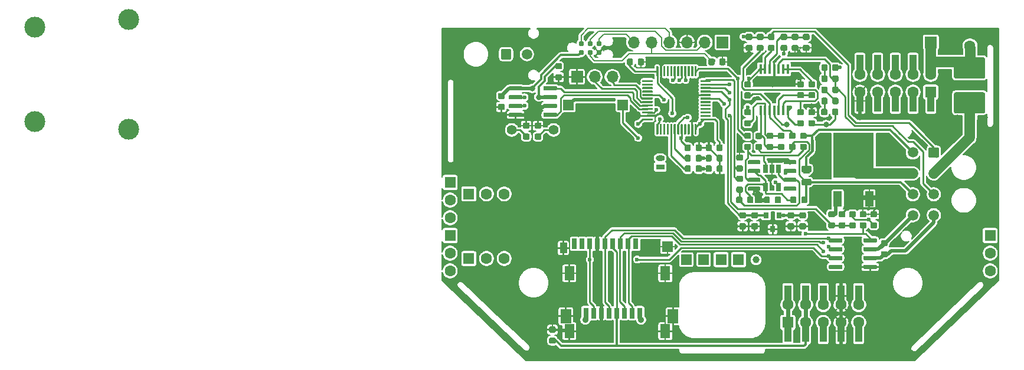
<source format=gbr>
G04 #@! TF.GenerationSoftware,KiCad,Pcbnew,5.1.5+dfsg1-2build2*
G04 #@! TF.CreationDate,2022-02-07T22:13:22+01:00*
G04 #@! TF.ProjectId,mre_addon_v2,6d72655f-6164-4646-9f6e-5f76322e6b69,V2.3*
G04 #@! TF.SameCoordinates,Original*
G04 #@! TF.FileFunction,Copper,L1,Top*
G04 #@! TF.FilePolarity,Positive*
%FSLAX46Y46*%
G04 Gerber Fmt 4.6, Leading zero omitted, Abs format (unit mm)*
G04 Created by KiCad (PCBNEW 5.1.5+dfsg1-2build2) date 2022-02-07 22:13:22*
%MOMM*%
%LPD*%
G04 APERTURE LIST*
%ADD10O,1.600000X1.600000*%
%ADD11C,1.600000*%
%ADD12C,0.100000*%
%ADD13C,1.500000*%
%ADD14C,0.889000*%
%ADD15R,1.524000X1.524000*%
%ADD16R,1.524000X2.032000*%
%ADD17R,1.016000X1.524000*%
%ADD18R,0.762000X1.524000*%
%ADD19C,2.999740*%
%ADD20R,1.700000X1.700000*%
%ADD21R,1.600000X1.600000*%
%ADD22R,1.300000X0.800000*%
%ADD23O,1.300000X0.800000*%
%ADD24C,1.400000*%
%ADD25R,0.800000X1.500000*%
%ADD26R,1.450000X2.000000*%
%ADD27O,1.700000X1.700000*%
%ADD28R,1.000000X3.150000*%
%ADD29R,0.800000X0.900000*%
%ADD30R,0.650000X1.220000*%
%ADD31R,0.450000X1.450000*%
%ADD32R,1.500000X1.500000*%
%ADD33R,5.800000X6.400000*%
%ADD34R,1.200000X2.200000*%
%ADD35C,0.787400*%
%ADD36C,1.000000*%
%ADD37C,0.800000*%
%ADD38C,0.600000*%
%ADD39C,0.200000*%
%ADD40C,0.500000*%
%ADD41C,0.250000*%
%ADD42C,0.300000*%
%ADD43C,0.600000*%
%ADD44C,1.500000*%
G04 APERTURE END LIST*
D10*
X151100000Y-138860000D03*
D11*
X151100000Y-128700000D03*
G04 #@! TA.AperFunction,SMDPad,CuDef*
D12*
G36*
X136027691Y-152426053D02*
G01*
X136048926Y-152429203D01*
X136069750Y-152434419D01*
X136089962Y-152441651D01*
X136109368Y-152450830D01*
X136127781Y-152461866D01*
X136145024Y-152474654D01*
X136160930Y-152489070D01*
X136175346Y-152504976D01*
X136188134Y-152522219D01*
X136199170Y-152540632D01*
X136208349Y-152560038D01*
X136215581Y-152580250D01*
X136220797Y-152601074D01*
X136223947Y-152622309D01*
X136225000Y-152643750D01*
X136225000Y-153081250D01*
X136223947Y-153102691D01*
X136220797Y-153123926D01*
X136215581Y-153144750D01*
X136208349Y-153164962D01*
X136199170Y-153184368D01*
X136188134Y-153202781D01*
X136175346Y-153220024D01*
X136160930Y-153235930D01*
X136145024Y-153250346D01*
X136127781Y-153263134D01*
X136109368Y-153274170D01*
X136089962Y-153283349D01*
X136069750Y-153290581D01*
X136048926Y-153295797D01*
X136027691Y-153298947D01*
X136006250Y-153300000D01*
X135493750Y-153300000D01*
X135472309Y-153298947D01*
X135451074Y-153295797D01*
X135430250Y-153290581D01*
X135410038Y-153283349D01*
X135390632Y-153274170D01*
X135372219Y-153263134D01*
X135354976Y-153250346D01*
X135339070Y-153235930D01*
X135324654Y-153220024D01*
X135311866Y-153202781D01*
X135300830Y-153184368D01*
X135291651Y-153164962D01*
X135284419Y-153144750D01*
X135279203Y-153123926D01*
X135276053Y-153102691D01*
X135275000Y-153081250D01*
X135275000Y-152643750D01*
X135276053Y-152622309D01*
X135279203Y-152601074D01*
X135284419Y-152580250D01*
X135291651Y-152560038D01*
X135300830Y-152540632D01*
X135311866Y-152522219D01*
X135324654Y-152504976D01*
X135339070Y-152489070D01*
X135354976Y-152474654D01*
X135372219Y-152461866D01*
X135390632Y-152450830D01*
X135410038Y-152441651D01*
X135430250Y-152434419D01*
X135451074Y-152429203D01*
X135472309Y-152426053D01*
X135493750Y-152425000D01*
X136006250Y-152425000D01*
X136027691Y-152426053D01*
G37*
G04 #@! TD.AperFunction*
G04 #@! TA.AperFunction,SMDPad,CuDef*
G36*
X136027691Y-154001053D02*
G01*
X136048926Y-154004203D01*
X136069750Y-154009419D01*
X136089962Y-154016651D01*
X136109368Y-154025830D01*
X136127781Y-154036866D01*
X136145024Y-154049654D01*
X136160930Y-154064070D01*
X136175346Y-154079976D01*
X136188134Y-154097219D01*
X136199170Y-154115632D01*
X136208349Y-154135038D01*
X136215581Y-154155250D01*
X136220797Y-154176074D01*
X136223947Y-154197309D01*
X136225000Y-154218750D01*
X136225000Y-154656250D01*
X136223947Y-154677691D01*
X136220797Y-154698926D01*
X136215581Y-154719750D01*
X136208349Y-154739962D01*
X136199170Y-154759368D01*
X136188134Y-154777781D01*
X136175346Y-154795024D01*
X136160930Y-154810930D01*
X136145024Y-154825346D01*
X136127781Y-154838134D01*
X136109368Y-154849170D01*
X136089962Y-154858349D01*
X136069750Y-154865581D01*
X136048926Y-154870797D01*
X136027691Y-154873947D01*
X136006250Y-154875000D01*
X135493750Y-154875000D01*
X135472309Y-154873947D01*
X135451074Y-154870797D01*
X135430250Y-154865581D01*
X135410038Y-154858349D01*
X135390632Y-154849170D01*
X135372219Y-154838134D01*
X135354976Y-154825346D01*
X135339070Y-154810930D01*
X135324654Y-154795024D01*
X135311866Y-154777781D01*
X135300830Y-154759368D01*
X135291651Y-154739962D01*
X135284419Y-154719750D01*
X135279203Y-154698926D01*
X135276053Y-154677691D01*
X135275000Y-154656250D01*
X135275000Y-154218750D01*
X135276053Y-154197309D01*
X135279203Y-154176074D01*
X135284419Y-154155250D01*
X135291651Y-154135038D01*
X135300830Y-154115632D01*
X135311866Y-154097219D01*
X135324654Y-154079976D01*
X135339070Y-154064070D01*
X135354976Y-154049654D01*
X135372219Y-154036866D01*
X135390632Y-154025830D01*
X135410038Y-154016651D01*
X135430250Y-154009419D01*
X135451074Y-154004203D01*
X135472309Y-154001053D01*
X135493750Y-154000000D01*
X136006250Y-154000000D01*
X136027691Y-154001053D01*
G37*
G04 #@! TD.AperFunction*
G04 #@! TA.AperFunction,SMDPad,CuDef*
G36*
X127377691Y-154151053D02*
G01*
X127398926Y-154154203D01*
X127419750Y-154159419D01*
X127439962Y-154166651D01*
X127459368Y-154175830D01*
X127477781Y-154186866D01*
X127495024Y-154199654D01*
X127510930Y-154214070D01*
X127525346Y-154229976D01*
X127538134Y-154247219D01*
X127549170Y-154265632D01*
X127558349Y-154285038D01*
X127565581Y-154305250D01*
X127570797Y-154326074D01*
X127573947Y-154347309D01*
X127575000Y-154368750D01*
X127575000Y-154806250D01*
X127573947Y-154827691D01*
X127570797Y-154848926D01*
X127565581Y-154869750D01*
X127558349Y-154889962D01*
X127549170Y-154909368D01*
X127538134Y-154927781D01*
X127525346Y-154945024D01*
X127510930Y-154960930D01*
X127495024Y-154975346D01*
X127477781Y-154988134D01*
X127459368Y-154999170D01*
X127439962Y-155008349D01*
X127419750Y-155015581D01*
X127398926Y-155020797D01*
X127377691Y-155023947D01*
X127356250Y-155025000D01*
X126843750Y-155025000D01*
X126822309Y-155023947D01*
X126801074Y-155020797D01*
X126780250Y-155015581D01*
X126760038Y-155008349D01*
X126740632Y-154999170D01*
X126722219Y-154988134D01*
X126704976Y-154975346D01*
X126689070Y-154960930D01*
X126674654Y-154945024D01*
X126661866Y-154927781D01*
X126650830Y-154909368D01*
X126641651Y-154889962D01*
X126634419Y-154869750D01*
X126629203Y-154848926D01*
X126626053Y-154827691D01*
X126625000Y-154806250D01*
X126625000Y-154368750D01*
X126626053Y-154347309D01*
X126629203Y-154326074D01*
X126634419Y-154305250D01*
X126641651Y-154285038D01*
X126650830Y-154265632D01*
X126661866Y-154247219D01*
X126674654Y-154229976D01*
X126689070Y-154214070D01*
X126704976Y-154199654D01*
X126722219Y-154186866D01*
X126740632Y-154175830D01*
X126760038Y-154166651D01*
X126780250Y-154159419D01*
X126801074Y-154154203D01*
X126822309Y-154151053D01*
X126843750Y-154150000D01*
X127356250Y-154150000D01*
X127377691Y-154151053D01*
G37*
G04 #@! TD.AperFunction*
G04 #@! TA.AperFunction,SMDPad,CuDef*
G36*
X127377691Y-152576053D02*
G01*
X127398926Y-152579203D01*
X127419750Y-152584419D01*
X127439962Y-152591651D01*
X127459368Y-152600830D01*
X127477781Y-152611866D01*
X127495024Y-152624654D01*
X127510930Y-152639070D01*
X127525346Y-152654976D01*
X127538134Y-152672219D01*
X127549170Y-152690632D01*
X127558349Y-152710038D01*
X127565581Y-152730250D01*
X127570797Y-152751074D01*
X127573947Y-152772309D01*
X127575000Y-152793750D01*
X127575000Y-153231250D01*
X127573947Y-153252691D01*
X127570797Y-153273926D01*
X127565581Y-153294750D01*
X127558349Y-153314962D01*
X127549170Y-153334368D01*
X127538134Y-153352781D01*
X127525346Y-153370024D01*
X127510930Y-153385930D01*
X127495024Y-153400346D01*
X127477781Y-153413134D01*
X127459368Y-153424170D01*
X127439962Y-153433349D01*
X127419750Y-153440581D01*
X127398926Y-153445797D01*
X127377691Y-153448947D01*
X127356250Y-153450000D01*
X126843750Y-153450000D01*
X126822309Y-153448947D01*
X126801074Y-153445797D01*
X126780250Y-153440581D01*
X126760038Y-153433349D01*
X126740632Y-153424170D01*
X126722219Y-153413134D01*
X126704976Y-153400346D01*
X126689070Y-153385930D01*
X126674654Y-153370024D01*
X126661866Y-153352781D01*
X126650830Y-153334368D01*
X126641651Y-153314962D01*
X126634419Y-153294750D01*
X126629203Y-153273926D01*
X126626053Y-153252691D01*
X126625000Y-153231250D01*
X126625000Y-152793750D01*
X126626053Y-152772309D01*
X126629203Y-152751074D01*
X126634419Y-152730250D01*
X126641651Y-152710038D01*
X126650830Y-152690632D01*
X126661866Y-152672219D01*
X126674654Y-152654976D01*
X126689070Y-152639070D01*
X126704976Y-152624654D01*
X126722219Y-152611866D01*
X126740632Y-152600830D01*
X126760038Y-152591651D01*
X126780250Y-152584419D01*
X126801074Y-152579203D01*
X126822309Y-152576053D01*
X126843750Y-152575000D01*
X127356250Y-152575000D01*
X127377691Y-152576053D01*
G37*
G04 #@! TD.AperFunction*
D13*
X142900000Y-153000000D03*
X142900000Y-150000000D03*
X142900000Y-147000000D03*
X142900000Y-144000000D03*
X145900000Y-153000000D03*
X145900000Y-150000000D03*
X145900000Y-147000000D03*
G04 #@! TA.AperFunction,ComponentPad*
D12*
G36*
X146424504Y-143251204D02*
G01*
X146448773Y-143254804D01*
X146472571Y-143260765D01*
X146495671Y-143269030D01*
X146517849Y-143279520D01*
X146538893Y-143292133D01*
X146558598Y-143306747D01*
X146576777Y-143323223D01*
X146593253Y-143341402D01*
X146607867Y-143361107D01*
X146620480Y-143382151D01*
X146630970Y-143404329D01*
X146639235Y-143427429D01*
X146645196Y-143451227D01*
X146648796Y-143475496D01*
X146650000Y-143500000D01*
X146650000Y-144500000D01*
X146648796Y-144524504D01*
X146645196Y-144548773D01*
X146639235Y-144572571D01*
X146630970Y-144595671D01*
X146620480Y-144617849D01*
X146607867Y-144638893D01*
X146593253Y-144658598D01*
X146576777Y-144676777D01*
X146558598Y-144693253D01*
X146538893Y-144707867D01*
X146517849Y-144720480D01*
X146495671Y-144730970D01*
X146472571Y-144739235D01*
X146448773Y-144745196D01*
X146424504Y-144748796D01*
X146400000Y-144750000D01*
X145400000Y-144750000D01*
X145375496Y-144748796D01*
X145351227Y-144745196D01*
X145327429Y-144739235D01*
X145304329Y-144730970D01*
X145282151Y-144720480D01*
X145261107Y-144707867D01*
X145241402Y-144693253D01*
X145223223Y-144676777D01*
X145206747Y-144658598D01*
X145192133Y-144638893D01*
X145179520Y-144617849D01*
X145169030Y-144595671D01*
X145160765Y-144572571D01*
X145154804Y-144548773D01*
X145151204Y-144524504D01*
X145150000Y-144500000D01*
X145150000Y-143500000D01*
X145151204Y-143475496D01*
X145154804Y-143451227D01*
X145160765Y-143427429D01*
X145169030Y-143404329D01*
X145179520Y-143382151D01*
X145192133Y-143361107D01*
X145206747Y-143341402D01*
X145223223Y-143323223D01*
X145241402Y-143306747D01*
X145261107Y-143292133D01*
X145282151Y-143279520D01*
X145304329Y-143269030D01*
X145327429Y-143260765D01*
X145351227Y-143254804D01*
X145375496Y-143251204D01*
X145400000Y-143250000D01*
X146400000Y-143250000D01*
X146424504Y-143251204D01*
G37*
G04 #@! TD.AperFunction*
G04 #@! TA.AperFunction,SMDPad,CuDef*
G36*
X132664703Y-160105722D02*
G01*
X132679264Y-160107882D01*
X132693543Y-160111459D01*
X132707403Y-160116418D01*
X132720710Y-160122712D01*
X132733336Y-160130280D01*
X132745159Y-160139048D01*
X132756066Y-160148934D01*
X132765952Y-160159841D01*
X132774720Y-160171664D01*
X132782288Y-160184290D01*
X132788582Y-160197597D01*
X132793541Y-160211457D01*
X132797118Y-160225736D01*
X132799278Y-160240297D01*
X132800000Y-160255000D01*
X132800000Y-160555000D01*
X132799278Y-160569703D01*
X132797118Y-160584264D01*
X132793541Y-160598543D01*
X132788582Y-160612403D01*
X132782288Y-160625710D01*
X132774720Y-160638336D01*
X132765952Y-160650159D01*
X132756066Y-160661066D01*
X132745159Y-160670952D01*
X132733336Y-160679720D01*
X132720710Y-160687288D01*
X132707403Y-160693582D01*
X132693543Y-160698541D01*
X132679264Y-160702118D01*
X132664703Y-160704278D01*
X132650000Y-160705000D01*
X131000000Y-160705000D01*
X130985297Y-160704278D01*
X130970736Y-160702118D01*
X130956457Y-160698541D01*
X130942597Y-160693582D01*
X130929290Y-160687288D01*
X130916664Y-160679720D01*
X130904841Y-160670952D01*
X130893934Y-160661066D01*
X130884048Y-160650159D01*
X130875280Y-160638336D01*
X130867712Y-160625710D01*
X130861418Y-160612403D01*
X130856459Y-160598543D01*
X130852882Y-160584264D01*
X130850722Y-160569703D01*
X130850000Y-160555000D01*
X130850000Y-160255000D01*
X130850722Y-160240297D01*
X130852882Y-160225736D01*
X130856459Y-160211457D01*
X130861418Y-160197597D01*
X130867712Y-160184290D01*
X130875280Y-160171664D01*
X130884048Y-160159841D01*
X130893934Y-160148934D01*
X130904841Y-160139048D01*
X130916664Y-160130280D01*
X130929290Y-160122712D01*
X130942597Y-160116418D01*
X130956457Y-160111459D01*
X130970736Y-160107882D01*
X130985297Y-160105722D01*
X131000000Y-160105000D01*
X132650000Y-160105000D01*
X132664703Y-160105722D01*
G37*
G04 #@! TD.AperFunction*
G04 #@! TA.AperFunction,SMDPad,CuDef*
G36*
X132664703Y-158835722D02*
G01*
X132679264Y-158837882D01*
X132693543Y-158841459D01*
X132707403Y-158846418D01*
X132720710Y-158852712D01*
X132733336Y-158860280D01*
X132745159Y-158869048D01*
X132756066Y-158878934D01*
X132765952Y-158889841D01*
X132774720Y-158901664D01*
X132782288Y-158914290D01*
X132788582Y-158927597D01*
X132793541Y-158941457D01*
X132797118Y-158955736D01*
X132799278Y-158970297D01*
X132800000Y-158985000D01*
X132800000Y-159285000D01*
X132799278Y-159299703D01*
X132797118Y-159314264D01*
X132793541Y-159328543D01*
X132788582Y-159342403D01*
X132782288Y-159355710D01*
X132774720Y-159368336D01*
X132765952Y-159380159D01*
X132756066Y-159391066D01*
X132745159Y-159400952D01*
X132733336Y-159409720D01*
X132720710Y-159417288D01*
X132707403Y-159423582D01*
X132693543Y-159428541D01*
X132679264Y-159432118D01*
X132664703Y-159434278D01*
X132650000Y-159435000D01*
X131000000Y-159435000D01*
X130985297Y-159434278D01*
X130970736Y-159432118D01*
X130956457Y-159428541D01*
X130942597Y-159423582D01*
X130929290Y-159417288D01*
X130916664Y-159409720D01*
X130904841Y-159400952D01*
X130893934Y-159391066D01*
X130884048Y-159380159D01*
X130875280Y-159368336D01*
X130867712Y-159355710D01*
X130861418Y-159342403D01*
X130856459Y-159328543D01*
X130852882Y-159314264D01*
X130850722Y-159299703D01*
X130850000Y-159285000D01*
X130850000Y-158985000D01*
X130850722Y-158970297D01*
X130852882Y-158955736D01*
X130856459Y-158941457D01*
X130861418Y-158927597D01*
X130867712Y-158914290D01*
X130875280Y-158901664D01*
X130884048Y-158889841D01*
X130893934Y-158878934D01*
X130904841Y-158869048D01*
X130916664Y-158860280D01*
X130929290Y-158852712D01*
X130942597Y-158846418D01*
X130956457Y-158841459D01*
X130970736Y-158837882D01*
X130985297Y-158835722D01*
X131000000Y-158835000D01*
X132650000Y-158835000D01*
X132664703Y-158835722D01*
G37*
G04 #@! TD.AperFunction*
G04 #@! TA.AperFunction,SMDPad,CuDef*
G36*
X132664703Y-157565722D02*
G01*
X132679264Y-157567882D01*
X132693543Y-157571459D01*
X132707403Y-157576418D01*
X132720710Y-157582712D01*
X132733336Y-157590280D01*
X132745159Y-157599048D01*
X132756066Y-157608934D01*
X132765952Y-157619841D01*
X132774720Y-157631664D01*
X132782288Y-157644290D01*
X132788582Y-157657597D01*
X132793541Y-157671457D01*
X132797118Y-157685736D01*
X132799278Y-157700297D01*
X132800000Y-157715000D01*
X132800000Y-158015000D01*
X132799278Y-158029703D01*
X132797118Y-158044264D01*
X132793541Y-158058543D01*
X132788582Y-158072403D01*
X132782288Y-158085710D01*
X132774720Y-158098336D01*
X132765952Y-158110159D01*
X132756066Y-158121066D01*
X132745159Y-158130952D01*
X132733336Y-158139720D01*
X132720710Y-158147288D01*
X132707403Y-158153582D01*
X132693543Y-158158541D01*
X132679264Y-158162118D01*
X132664703Y-158164278D01*
X132650000Y-158165000D01*
X131000000Y-158165000D01*
X130985297Y-158164278D01*
X130970736Y-158162118D01*
X130956457Y-158158541D01*
X130942597Y-158153582D01*
X130929290Y-158147288D01*
X130916664Y-158139720D01*
X130904841Y-158130952D01*
X130893934Y-158121066D01*
X130884048Y-158110159D01*
X130875280Y-158098336D01*
X130867712Y-158085710D01*
X130861418Y-158072403D01*
X130856459Y-158058543D01*
X130852882Y-158044264D01*
X130850722Y-158029703D01*
X130850000Y-158015000D01*
X130850000Y-157715000D01*
X130850722Y-157700297D01*
X130852882Y-157685736D01*
X130856459Y-157671457D01*
X130861418Y-157657597D01*
X130867712Y-157644290D01*
X130875280Y-157631664D01*
X130884048Y-157619841D01*
X130893934Y-157608934D01*
X130904841Y-157599048D01*
X130916664Y-157590280D01*
X130929290Y-157582712D01*
X130942597Y-157576418D01*
X130956457Y-157571459D01*
X130970736Y-157567882D01*
X130985297Y-157565722D01*
X131000000Y-157565000D01*
X132650000Y-157565000D01*
X132664703Y-157565722D01*
G37*
G04 #@! TD.AperFunction*
G04 #@! TA.AperFunction,SMDPad,CuDef*
G36*
X132664703Y-156295722D02*
G01*
X132679264Y-156297882D01*
X132693543Y-156301459D01*
X132707403Y-156306418D01*
X132720710Y-156312712D01*
X132733336Y-156320280D01*
X132745159Y-156329048D01*
X132756066Y-156338934D01*
X132765952Y-156349841D01*
X132774720Y-156361664D01*
X132782288Y-156374290D01*
X132788582Y-156387597D01*
X132793541Y-156401457D01*
X132797118Y-156415736D01*
X132799278Y-156430297D01*
X132800000Y-156445000D01*
X132800000Y-156745000D01*
X132799278Y-156759703D01*
X132797118Y-156774264D01*
X132793541Y-156788543D01*
X132788582Y-156802403D01*
X132782288Y-156815710D01*
X132774720Y-156828336D01*
X132765952Y-156840159D01*
X132756066Y-156851066D01*
X132745159Y-156860952D01*
X132733336Y-156869720D01*
X132720710Y-156877288D01*
X132707403Y-156883582D01*
X132693543Y-156888541D01*
X132679264Y-156892118D01*
X132664703Y-156894278D01*
X132650000Y-156895000D01*
X131000000Y-156895000D01*
X130985297Y-156894278D01*
X130970736Y-156892118D01*
X130956457Y-156888541D01*
X130942597Y-156883582D01*
X130929290Y-156877288D01*
X130916664Y-156869720D01*
X130904841Y-156860952D01*
X130893934Y-156851066D01*
X130884048Y-156840159D01*
X130875280Y-156828336D01*
X130867712Y-156815710D01*
X130861418Y-156802403D01*
X130856459Y-156788543D01*
X130852882Y-156774264D01*
X130850722Y-156759703D01*
X130850000Y-156745000D01*
X130850000Y-156445000D01*
X130850722Y-156430297D01*
X130852882Y-156415736D01*
X130856459Y-156401457D01*
X130861418Y-156387597D01*
X130867712Y-156374290D01*
X130875280Y-156361664D01*
X130884048Y-156349841D01*
X130893934Y-156338934D01*
X130904841Y-156329048D01*
X130916664Y-156320280D01*
X130929290Y-156312712D01*
X130942597Y-156306418D01*
X130956457Y-156301459D01*
X130970736Y-156297882D01*
X130985297Y-156295722D01*
X131000000Y-156295000D01*
X132650000Y-156295000D01*
X132664703Y-156295722D01*
G37*
G04 #@! TD.AperFunction*
G04 #@! TA.AperFunction,SMDPad,CuDef*
G36*
X137614703Y-156295722D02*
G01*
X137629264Y-156297882D01*
X137643543Y-156301459D01*
X137657403Y-156306418D01*
X137670710Y-156312712D01*
X137683336Y-156320280D01*
X137695159Y-156329048D01*
X137706066Y-156338934D01*
X137715952Y-156349841D01*
X137724720Y-156361664D01*
X137732288Y-156374290D01*
X137738582Y-156387597D01*
X137743541Y-156401457D01*
X137747118Y-156415736D01*
X137749278Y-156430297D01*
X137750000Y-156445000D01*
X137750000Y-156745000D01*
X137749278Y-156759703D01*
X137747118Y-156774264D01*
X137743541Y-156788543D01*
X137738582Y-156802403D01*
X137732288Y-156815710D01*
X137724720Y-156828336D01*
X137715952Y-156840159D01*
X137706066Y-156851066D01*
X137695159Y-156860952D01*
X137683336Y-156869720D01*
X137670710Y-156877288D01*
X137657403Y-156883582D01*
X137643543Y-156888541D01*
X137629264Y-156892118D01*
X137614703Y-156894278D01*
X137600000Y-156895000D01*
X135950000Y-156895000D01*
X135935297Y-156894278D01*
X135920736Y-156892118D01*
X135906457Y-156888541D01*
X135892597Y-156883582D01*
X135879290Y-156877288D01*
X135866664Y-156869720D01*
X135854841Y-156860952D01*
X135843934Y-156851066D01*
X135834048Y-156840159D01*
X135825280Y-156828336D01*
X135817712Y-156815710D01*
X135811418Y-156802403D01*
X135806459Y-156788543D01*
X135802882Y-156774264D01*
X135800722Y-156759703D01*
X135800000Y-156745000D01*
X135800000Y-156445000D01*
X135800722Y-156430297D01*
X135802882Y-156415736D01*
X135806459Y-156401457D01*
X135811418Y-156387597D01*
X135817712Y-156374290D01*
X135825280Y-156361664D01*
X135834048Y-156349841D01*
X135843934Y-156338934D01*
X135854841Y-156329048D01*
X135866664Y-156320280D01*
X135879290Y-156312712D01*
X135892597Y-156306418D01*
X135906457Y-156301459D01*
X135920736Y-156297882D01*
X135935297Y-156295722D01*
X135950000Y-156295000D01*
X137600000Y-156295000D01*
X137614703Y-156295722D01*
G37*
G04 #@! TD.AperFunction*
G04 #@! TA.AperFunction,SMDPad,CuDef*
G36*
X137614703Y-157565722D02*
G01*
X137629264Y-157567882D01*
X137643543Y-157571459D01*
X137657403Y-157576418D01*
X137670710Y-157582712D01*
X137683336Y-157590280D01*
X137695159Y-157599048D01*
X137706066Y-157608934D01*
X137715952Y-157619841D01*
X137724720Y-157631664D01*
X137732288Y-157644290D01*
X137738582Y-157657597D01*
X137743541Y-157671457D01*
X137747118Y-157685736D01*
X137749278Y-157700297D01*
X137750000Y-157715000D01*
X137750000Y-158015000D01*
X137749278Y-158029703D01*
X137747118Y-158044264D01*
X137743541Y-158058543D01*
X137738582Y-158072403D01*
X137732288Y-158085710D01*
X137724720Y-158098336D01*
X137715952Y-158110159D01*
X137706066Y-158121066D01*
X137695159Y-158130952D01*
X137683336Y-158139720D01*
X137670710Y-158147288D01*
X137657403Y-158153582D01*
X137643543Y-158158541D01*
X137629264Y-158162118D01*
X137614703Y-158164278D01*
X137600000Y-158165000D01*
X135950000Y-158165000D01*
X135935297Y-158164278D01*
X135920736Y-158162118D01*
X135906457Y-158158541D01*
X135892597Y-158153582D01*
X135879290Y-158147288D01*
X135866664Y-158139720D01*
X135854841Y-158130952D01*
X135843934Y-158121066D01*
X135834048Y-158110159D01*
X135825280Y-158098336D01*
X135817712Y-158085710D01*
X135811418Y-158072403D01*
X135806459Y-158058543D01*
X135802882Y-158044264D01*
X135800722Y-158029703D01*
X135800000Y-158015000D01*
X135800000Y-157715000D01*
X135800722Y-157700297D01*
X135802882Y-157685736D01*
X135806459Y-157671457D01*
X135811418Y-157657597D01*
X135817712Y-157644290D01*
X135825280Y-157631664D01*
X135834048Y-157619841D01*
X135843934Y-157608934D01*
X135854841Y-157599048D01*
X135866664Y-157590280D01*
X135879290Y-157582712D01*
X135892597Y-157576418D01*
X135906457Y-157571459D01*
X135920736Y-157567882D01*
X135935297Y-157565722D01*
X135950000Y-157565000D01*
X137600000Y-157565000D01*
X137614703Y-157565722D01*
G37*
G04 #@! TD.AperFunction*
G04 #@! TA.AperFunction,SMDPad,CuDef*
G36*
X137614703Y-158835722D02*
G01*
X137629264Y-158837882D01*
X137643543Y-158841459D01*
X137657403Y-158846418D01*
X137670710Y-158852712D01*
X137683336Y-158860280D01*
X137695159Y-158869048D01*
X137706066Y-158878934D01*
X137715952Y-158889841D01*
X137724720Y-158901664D01*
X137732288Y-158914290D01*
X137738582Y-158927597D01*
X137743541Y-158941457D01*
X137747118Y-158955736D01*
X137749278Y-158970297D01*
X137750000Y-158985000D01*
X137750000Y-159285000D01*
X137749278Y-159299703D01*
X137747118Y-159314264D01*
X137743541Y-159328543D01*
X137738582Y-159342403D01*
X137732288Y-159355710D01*
X137724720Y-159368336D01*
X137715952Y-159380159D01*
X137706066Y-159391066D01*
X137695159Y-159400952D01*
X137683336Y-159409720D01*
X137670710Y-159417288D01*
X137657403Y-159423582D01*
X137643543Y-159428541D01*
X137629264Y-159432118D01*
X137614703Y-159434278D01*
X137600000Y-159435000D01*
X135950000Y-159435000D01*
X135935297Y-159434278D01*
X135920736Y-159432118D01*
X135906457Y-159428541D01*
X135892597Y-159423582D01*
X135879290Y-159417288D01*
X135866664Y-159409720D01*
X135854841Y-159400952D01*
X135843934Y-159391066D01*
X135834048Y-159380159D01*
X135825280Y-159368336D01*
X135817712Y-159355710D01*
X135811418Y-159342403D01*
X135806459Y-159328543D01*
X135802882Y-159314264D01*
X135800722Y-159299703D01*
X135800000Y-159285000D01*
X135800000Y-158985000D01*
X135800722Y-158970297D01*
X135802882Y-158955736D01*
X135806459Y-158941457D01*
X135811418Y-158927597D01*
X135817712Y-158914290D01*
X135825280Y-158901664D01*
X135834048Y-158889841D01*
X135843934Y-158878934D01*
X135854841Y-158869048D01*
X135866664Y-158860280D01*
X135879290Y-158852712D01*
X135892597Y-158846418D01*
X135906457Y-158841459D01*
X135920736Y-158837882D01*
X135935297Y-158835722D01*
X135950000Y-158835000D01*
X137600000Y-158835000D01*
X137614703Y-158835722D01*
G37*
G04 #@! TD.AperFunction*
G04 #@! TA.AperFunction,SMDPad,CuDef*
G36*
X137614703Y-160105722D02*
G01*
X137629264Y-160107882D01*
X137643543Y-160111459D01*
X137657403Y-160116418D01*
X137670710Y-160122712D01*
X137683336Y-160130280D01*
X137695159Y-160139048D01*
X137706066Y-160148934D01*
X137715952Y-160159841D01*
X137724720Y-160171664D01*
X137732288Y-160184290D01*
X137738582Y-160197597D01*
X137743541Y-160211457D01*
X137747118Y-160225736D01*
X137749278Y-160240297D01*
X137750000Y-160255000D01*
X137750000Y-160555000D01*
X137749278Y-160569703D01*
X137747118Y-160584264D01*
X137743541Y-160598543D01*
X137738582Y-160612403D01*
X137732288Y-160625710D01*
X137724720Y-160638336D01*
X137715952Y-160650159D01*
X137706066Y-160661066D01*
X137695159Y-160670952D01*
X137683336Y-160679720D01*
X137670710Y-160687288D01*
X137657403Y-160693582D01*
X137643543Y-160698541D01*
X137629264Y-160702118D01*
X137614703Y-160704278D01*
X137600000Y-160705000D01*
X135950000Y-160705000D01*
X135935297Y-160704278D01*
X135920736Y-160702118D01*
X135906457Y-160698541D01*
X135892597Y-160693582D01*
X135879290Y-160687288D01*
X135866664Y-160679720D01*
X135854841Y-160670952D01*
X135843934Y-160661066D01*
X135834048Y-160650159D01*
X135825280Y-160638336D01*
X135817712Y-160625710D01*
X135811418Y-160612403D01*
X135806459Y-160598543D01*
X135802882Y-160584264D01*
X135800722Y-160569703D01*
X135800000Y-160555000D01*
X135800000Y-160255000D01*
X135800722Y-160240297D01*
X135802882Y-160225736D01*
X135806459Y-160211457D01*
X135811418Y-160197597D01*
X135817712Y-160184290D01*
X135825280Y-160171664D01*
X135834048Y-160159841D01*
X135843934Y-160148934D01*
X135854841Y-160139048D01*
X135866664Y-160130280D01*
X135879290Y-160122712D01*
X135892597Y-160116418D01*
X135906457Y-160111459D01*
X135920736Y-160107882D01*
X135935297Y-160105722D01*
X135950000Y-160105000D01*
X137600000Y-160105000D01*
X137614703Y-160105722D01*
G37*
G04 #@! TD.AperFunction*
D13*
X142900000Y-153000000D03*
X142900000Y-150000000D03*
X142900000Y-147000000D03*
X142900000Y-144000000D03*
X145900000Y-153000000D03*
X145900000Y-150000000D03*
X145900000Y-147000000D03*
G04 #@! TA.AperFunction,ComponentPad*
D12*
G36*
X146424504Y-143251204D02*
G01*
X146448773Y-143254804D01*
X146472571Y-143260765D01*
X146495671Y-143269030D01*
X146517849Y-143279520D01*
X146538893Y-143292133D01*
X146558598Y-143306747D01*
X146576777Y-143323223D01*
X146593253Y-143341402D01*
X146607867Y-143361107D01*
X146620480Y-143382151D01*
X146630970Y-143404329D01*
X146639235Y-143427429D01*
X146645196Y-143451227D01*
X146648796Y-143475496D01*
X146650000Y-143500000D01*
X146650000Y-144500000D01*
X146648796Y-144524504D01*
X146645196Y-144548773D01*
X146639235Y-144572571D01*
X146630970Y-144595671D01*
X146620480Y-144617849D01*
X146607867Y-144638893D01*
X146593253Y-144658598D01*
X146576777Y-144676777D01*
X146558598Y-144693253D01*
X146538893Y-144707867D01*
X146517849Y-144720480D01*
X146495671Y-144730970D01*
X146472571Y-144739235D01*
X146448773Y-144745196D01*
X146424504Y-144748796D01*
X146400000Y-144750000D01*
X145400000Y-144750000D01*
X145375496Y-144748796D01*
X145351227Y-144745196D01*
X145327429Y-144739235D01*
X145304329Y-144730970D01*
X145282151Y-144720480D01*
X145261107Y-144707867D01*
X145241402Y-144693253D01*
X145223223Y-144676777D01*
X145206747Y-144658598D01*
X145192133Y-144638893D01*
X145179520Y-144617849D01*
X145169030Y-144595671D01*
X145160765Y-144572571D01*
X145154804Y-144548773D01*
X145151204Y-144524504D01*
X145150000Y-144500000D01*
X145150000Y-143500000D01*
X145151204Y-143475496D01*
X145154804Y-143451227D01*
X145160765Y-143427429D01*
X145169030Y-143404329D01*
X145179520Y-143382151D01*
X145192133Y-143361107D01*
X145206747Y-143341402D01*
X145223223Y-143323223D01*
X145241402Y-143306747D01*
X145261107Y-143292133D01*
X145282151Y-143279520D01*
X145304329Y-143269030D01*
X145327429Y-143260765D01*
X145351227Y-143254804D01*
X145375496Y-143251204D01*
X145400000Y-143250000D01*
X146400000Y-143250000D01*
X146424504Y-143251204D01*
G37*
G04 #@! TD.AperFunction*
G04 #@! TA.AperFunction,SMDPad,CuDef*
G36*
X153029503Y-135367204D02*
G01*
X153053772Y-135370804D01*
X153077570Y-135376765D01*
X153100670Y-135385030D01*
X153122849Y-135395520D01*
X153143892Y-135408133D01*
X153163598Y-135422748D01*
X153181776Y-135439224D01*
X153198252Y-135457402D01*
X153212867Y-135477108D01*
X153225480Y-135498151D01*
X153235970Y-135520330D01*
X153244235Y-135543430D01*
X153250196Y-135567228D01*
X153253796Y-135591497D01*
X153255000Y-135616001D01*
X153255000Y-138140999D01*
X153253796Y-138165503D01*
X153250196Y-138189772D01*
X153244235Y-138213570D01*
X153235970Y-138236670D01*
X153225480Y-138258849D01*
X153212867Y-138279892D01*
X153198252Y-138299598D01*
X153181776Y-138317776D01*
X153163598Y-138334252D01*
X153143892Y-138348867D01*
X153122849Y-138361480D01*
X153100670Y-138371970D01*
X153077570Y-138380235D01*
X153053772Y-138386196D01*
X153029503Y-138389796D01*
X153004999Y-138391000D01*
X149055001Y-138391000D01*
X149030497Y-138389796D01*
X149006228Y-138386196D01*
X148982430Y-138380235D01*
X148959330Y-138371970D01*
X148937151Y-138361480D01*
X148916108Y-138348867D01*
X148896402Y-138334252D01*
X148878224Y-138317776D01*
X148861748Y-138299598D01*
X148847133Y-138279892D01*
X148834520Y-138258849D01*
X148824030Y-138236670D01*
X148815765Y-138213570D01*
X148809804Y-138189772D01*
X148806204Y-138165503D01*
X148805000Y-138140999D01*
X148805000Y-135616001D01*
X148806204Y-135591497D01*
X148809804Y-135567228D01*
X148815765Y-135543430D01*
X148824030Y-135520330D01*
X148834520Y-135498151D01*
X148847133Y-135477108D01*
X148861748Y-135457402D01*
X148878224Y-135439224D01*
X148896402Y-135422748D01*
X148916108Y-135408133D01*
X148937151Y-135395520D01*
X148959330Y-135385030D01*
X148982430Y-135376765D01*
X149006228Y-135370804D01*
X149030497Y-135367204D01*
X149055001Y-135366000D01*
X153004999Y-135366000D01*
X153029503Y-135367204D01*
G37*
G04 #@! TD.AperFunction*
G04 #@! TA.AperFunction,SMDPad,CuDef*
G36*
X153029503Y-130342204D02*
G01*
X153053772Y-130345804D01*
X153077570Y-130351765D01*
X153100670Y-130360030D01*
X153122849Y-130370520D01*
X153143892Y-130383133D01*
X153163598Y-130397748D01*
X153181776Y-130414224D01*
X153198252Y-130432402D01*
X153212867Y-130452108D01*
X153225480Y-130473151D01*
X153235970Y-130495330D01*
X153244235Y-130518430D01*
X153250196Y-130542228D01*
X153253796Y-130566497D01*
X153255000Y-130591001D01*
X153255000Y-133115999D01*
X153253796Y-133140503D01*
X153250196Y-133164772D01*
X153244235Y-133188570D01*
X153235970Y-133211670D01*
X153225480Y-133233849D01*
X153212867Y-133254892D01*
X153198252Y-133274598D01*
X153181776Y-133292776D01*
X153163598Y-133309252D01*
X153143892Y-133323867D01*
X153122849Y-133336480D01*
X153100670Y-133346970D01*
X153077570Y-133355235D01*
X153053772Y-133361196D01*
X153029503Y-133364796D01*
X153004999Y-133366000D01*
X149055001Y-133366000D01*
X149030497Y-133364796D01*
X149006228Y-133361196D01*
X148982430Y-133355235D01*
X148959330Y-133346970D01*
X148937151Y-133336480D01*
X148916108Y-133323867D01*
X148896402Y-133309252D01*
X148878224Y-133292776D01*
X148861748Y-133274598D01*
X148847133Y-133254892D01*
X148834520Y-133233849D01*
X148824030Y-133211670D01*
X148815765Y-133188570D01*
X148809804Y-133164772D01*
X148806204Y-133140503D01*
X148805000Y-133115999D01*
X148805000Y-130591001D01*
X148806204Y-130566497D01*
X148809804Y-130542228D01*
X148815765Y-130518430D01*
X148824030Y-130495330D01*
X148834520Y-130473151D01*
X148847133Y-130452108D01*
X148861748Y-130432402D01*
X148878224Y-130414224D01*
X148896402Y-130397748D01*
X148916108Y-130383133D01*
X148937151Y-130370520D01*
X148959330Y-130360030D01*
X148982430Y-130351765D01*
X149006228Y-130345804D01*
X149030497Y-130342204D01*
X149055001Y-130341000D01*
X153004999Y-130341000D01*
X153029503Y-130342204D01*
G37*
G04 #@! TD.AperFunction*
D14*
X103914000Y-168007000D03*
X95914000Y-168007000D03*
D15*
X107695000Y-157499000D03*
D16*
X108514000Y-167480000D03*
X93114000Y-167480000D03*
D17*
X92768000Y-157707000D03*
D18*
X94368000Y-157107000D03*
X95468000Y-157107000D03*
X96568000Y-157107000D03*
X97668000Y-157107000D03*
X98768000Y-157107000D03*
X99868000Y-157107000D03*
X100968000Y-157107000D03*
X102068000Y-157107000D03*
X103168000Y-157107000D03*
D19*
X16951220Y-139599580D03*
X16951220Y-126000420D03*
X30448780Y-140699400D03*
X30448780Y-124900600D03*
G04 #@! TA.AperFunction,SMDPad,CuDef*
D12*
G36*
X126014703Y-145095722D02*
G01*
X126029264Y-145097882D01*
X126043543Y-145101459D01*
X126057403Y-145106418D01*
X126070710Y-145112712D01*
X126083336Y-145120280D01*
X126095159Y-145129048D01*
X126106066Y-145138934D01*
X126115952Y-145149841D01*
X126124720Y-145161664D01*
X126132288Y-145174290D01*
X126138582Y-145187597D01*
X126143541Y-145201457D01*
X126147118Y-145215736D01*
X126149278Y-145230297D01*
X126150000Y-145245000D01*
X126150000Y-145545000D01*
X126149278Y-145559703D01*
X126147118Y-145574264D01*
X126143541Y-145588543D01*
X126138582Y-145602403D01*
X126132288Y-145615710D01*
X126124720Y-145628336D01*
X126115952Y-145640159D01*
X126106066Y-145651066D01*
X126095159Y-145660952D01*
X126083336Y-145669720D01*
X126070710Y-145677288D01*
X126057403Y-145683582D01*
X126043543Y-145688541D01*
X126029264Y-145692118D01*
X126014703Y-145694278D01*
X126000000Y-145695000D01*
X124550000Y-145695000D01*
X124535297Y-145694278D01*
X124520736Y-145692118D01*
X124506457Y-145688541D01*
X124492597Y-145683582D01*
X124479290Y-145677288D01*
X124466664Y-145669720D01*
X124454841Y-145660952D01*
X124443934Y-145651066D01*
X124434048Y-145640159D01*
X124425280Y-145628336D01*
X124417712Y-145615710D01*
X124411418Y-145602403D01*
X124406459Y-145588543D01*
X124402882Y-145574264D01*
X124400722Y-145559703D01*
X124400000Y-145545000D01*
X124400000Y-145245000D01*
X124400722Y-145230297D01*
X124402882Y-145215736D01*
X124406459Y-145201457D01*
X124411418Y-145187597D01*
X124417712Y-145174290D01*
X124425280Y-145161664D01*
X124434048Y-145149841D01*
X124443934Y-145138934D01*
X124454841Y-145129048D01*
X124466664Y-145120280D01*
X124479290Y-145112712D01*
X124492597Y-145106418D01*
X124506457Y-145101459D01*
X124520736Y-145097882D01*
X124535297Y-145095722D01*
X124550000Y-145095000D01*
X126000000Y-145095000D01*
X126014703Y-145095722D01*
G37*
G04 #@! TD.AperFunction*
G04 #@! TA.AperFunction,SMDPad,CuDef*
G36*
X126014703Y-146365722D02*
G01*
X126029264Y-146367882D01*
X126043543Y-146371459D01*
X126057403Y-146376418D01*
X126070710Y-146382712D01*
X126083336Y-146390280D01*
X126095159Y-146399048D01*
X126106066Y-146408934D01*
X126115952Y-146419841D01*
X126124720Y-146431664D01*
X126132288Y-146444290D01*
X126138582Y-146457597D01*
X126143541Y-146471457D01*
X126147118Y-146485736D01*
X126149278Y-146500297D01*
X126150000Y-146515000D01*
X126150000Y-146815000D01*
X126149278Y-146829703D01*
X126147118Y-146844264D01*
X126143541Y-146858543D01*
X126138582Y-146872403D01*
X126132288Y-146885710D01*
X126124720Y-146898336D01*
X126115952Y-146910159D01*
X126106066Y-146921066D01*
X126095159Y-146930952D01*
X126083336Y-146939720D01*
X126070710Y-146947288D01*
X126057403Y-146953582D01*
X126043543Y-146958541D01*
X126029264Y-146962118D01*
X126014703Y-146964278D01*
X126000000Y-146965000D01*
X124550000Y-146965000D01*
X124535297Y-146964278D01*
X124520736Y-146962118D01*
X124506457Y-146958541D01*
X124492597Y-146953582D01*
X124479290Y-146947288D01*
X124466664Y-146939720D01*
X124454841Y-146930952D01*
X124443934Y-146921066D01*
X124434048Y-146910159D01*
X124425280Y-146898336D01*
X124417712Y-146885710D01*
X124411418Y-146872403D01*
X124406459Y-146858543D01*
X124402882Y-146844264D01*
X124400722Y-146829703D01*
X124400000Y-146815000D01*
X124400000Y-146515000D01*
X124400722Y-146500297D01*
X124402882Y-146485736D01*
X124406459Y-146471457D01*
X124411418Y-146457597D01*
X124417712Y-146444290D01*
X124425280Y-146431664D01*
X124434048Y-146419841D01*
X124443934Y-146408934D01*
X124454841Y-146399048D01*
X124466664Y-146390280D01*
X124479290Y-146382712D01*
X124492597Y-146376418D01*
X124506457Y-146371459D01*
X124520736Y-146367882D01*
X124535297Y-146365722D01*
X124550000Y-146365000D01*
X126000000Y-146365000D01*
X126014703Y-146365722D01*
G37*
G04 #@! TD.AperFunction*
G04 #@! TA.AperFunction,SMDPad,CuDef*
G36*
X126014703Y-147635722D02*
G01*
X126029264Y-147637882D01*
X126043543Y-147641459D01*
X126057403Y-147646418D01*
X126070710Y-147652712D01*
X126083336Y-147660280D01*
X126095159Y-147669048D01*
X126106066Y-147678934D01*
X126115952Y-147689841D01*
X126124720Y-147701664D01*
X126132288Y-147714290D01*
X126138582Y-147727597D01*
X126143541Y-147741457D01*
X126147118Y-147755736D01*
X126149278Y-147770297D01*
X126150000Y-147785000D01*
X126150000Y-148085000D01*
X126149278Y-148099703D01*
X126147118Y-148114264D01*
X126143541Y-148128543D01*
X126138582Y-148142403D01*
X126132288Y-148155710D01*
X126124720Y-148168336D01*
X126115952Y-148180159D01*
X126106066Y-148191066D01*
X126095159Y-148200952D01*
X126083336Y-148209720D01*
X126070710Y-148217288D01*
X126057403Y-148223582D01*
X126043543Y-148228541D01*
X126029264Y-148232118D01*
X126014703Y-148234278D01*
X126000000Y-148235000D01*
X124550000Y-148235000D01*
X124535297Y-148234278D01*
X124520736Y-148232118D01*
X124506457Y-148228541D01*
X124492597Y-148223582D01*
X124479290Y-148217288D01*
X124466664Y-148209720D01*
X124454841Y-148200952D01*
X124443934Y-148191066D01*
X124434048Y-148180159D01*
X124425280Y-148168336D01*
X124417712Y-148155710D01*
X124411418Y-148142403D01*
X124406459Y-148128543D01*
X124402882Y-148114264D01*
X124400722Y-148099703D01*
X124400000Y-148085000D01*
X124400000Y-147785000D01*
X124400722Y-147770297D01*
X124402882Y-147755736D01*
X124406459Y-147741457D01*
X124411418Y-147727597D01*
X124417712Y-147714290D01*
X124425280Y-147701664D01*
X124434048Y-147689841D01*
X124443934Y-147678934D01*
X124454841Y-147669048D01*
X124466664Y-147660280D01*
X124479290Y-147652712D01*
X124492597Y-147646418D01*
X124506457Y-147641459D01*
X124520736Y-147637882D01*
X124535297Y-147635722D01*
X124550000Y-147635000D01*
X126000000Y-147635000D01*
X126014703Y-147635722D01*
G37*
G04 #@! TD.AperFunction*
G04 #@! TA.AperFunction,SMDPad,CuDef*
G36*
X126014703Y-148905722D02*
G01*
X126029264Y-148907882D01*
X126043543Y-148911459D01*
X126057403Y-148916418D01*
X126070710Y-148922712D01*
X126083336Y-148930280D01*
X126095159Y-148939048D01*
X126106066Y-148948934D01*
X126115952Y-148959841D01*
X126124720Y-148971664D01*
X126132288Y-148984290D01*
X126138582Y-148997597D01*
X126143541Y-149011457D01*
X126147118Y-149025736D01*
X126149278Y-149040297D01*
X126150000Y-149055000D01*
X126150000Y-149355000D01*
X126149278Y-149369703D01*
X126147118Y-149384264D01*
X126143541Y-149398543D01*
X126138582Y-149412403D01*
X126132288Y-149425710D01*
X126124720Y-149438336D01*
X126115952Y-149450159D01*
X126106066Y-149461066D01*
X126095159Y-149470952D01*
X126083336Y-149479720D01*
X126070710Y-149487288D01*
X126057403Y-149493582D01*
X126043543Y-149498541D01*
X126029264Y-149502118D01*
X126014703Y-149504278D01*
X126000000Y-149505000D01*
X124550000Y-149505000D01*
X124535297Y-149504278D01*
X124520736Y-149502118D01*
X124506457Y-149498541D01*
X124492597Y-149493582D01*
X124479290Y-149487288D01*
X124466664Y-149479720D01*
X124454841Y-149470952D01*
X124443934Y-149461066D01*
X124434048Y-149450159D01*
X124425280Y-149438336D01*
X124417712Y-149425710D01*
X124411418Y-149412403D01*
X124406459Y-149398543D01*
X124402882Y-149384264D01*
X124400722Y-149369703D01*
X124400000Y-149355000D01*
X124400000Y-149055000D01*
X124400722Y-149040297D01*
X124402882Y-149025736D01*
X124406459Y-149011457D01*
X124411418Y-148997597D01*
X124417712Y-148984290D01*
X124425280Y-148971664D01*
X124434048Y-148959841D01*
X124443934Y-148948934D01*
X124454841Y-148939048D01*
X124466664Y-148930280D01*
X124479290Y-148922712D01*
X124492597Y-148916418D01*
X124506457Y-148911459D01*
X124520736Y-148907882D01*
X124535297Y-148905722D01*
X124550000Y-148905000D01*
X126000000Y-148905000D01*
X126014703Y-148905722D01*
G37*
G04 #@! TD.AperFunction*
G04 #@! TA.AperFunction,SMDPad,CuDef*
G36*
X120864703Y-148905722D02*
G01*
X120879264Y-148907882D01*
X120893543Y-148911459D01*
X120907403Y-148916418D01*
X120920710Y-148922712D01*
X120933336Y-148930280D01*
X120945159Y-148939048D01*
X120956066Y-148948934D01*
X120965952Y-148959841D01*
X120974720Y-148971664D01*
X120982288Y-148984290D01*
X120988582Y-148997597D01*
X120993541Y-149011457D01*
X120997118Y-149025736D01*
X120999278Y-149040297D01*
X121000000Y-149055000D01*
X121000000Y-149355000D01*
X120999278Y-149369703D01*
X120997118Y-149384264D01*
X120993541Y-149398543D01*
X120988582Y-149412403D01*
X120982288Y-149425710D01*
X120974720Y-149438336D01*
X120965952Y-149450159D01*
X120956066Y-149461066D01*
X120945159Y-149470952D01*
X120933336Y-149479720D01*
X120920710Y-149487288D01*
X120907403Y-149493582D01*
X120893543Y-149498541D01*
X120879264Y-149502118D01*
X120864703Y-149504278D01*
X120850000Y-149505000D01*
X119400000Y-149505000D01*
X119385297Y-149504278D01*
X119370736Y-149502118D01*
X119356457Y-149498541D01*
X119342597Y-149493582D01*
X119329290Y-149487288D01*
X119316664Y-149479720D01*
X119304841Y-149470952D01*
X119293934Y-149461066D01*
X119284048Y-149450159D01*
X119275280Y-149438336D01*
X119267712Y-149425710D01*
X119261418Y-149412403D01*
X119256459Y-149398543D01*
X119252882Y-149384264D01*
X119250722Y-149369703D01*
X119250000Y-149355000D01*
X119250000Y-149055000D01*
X119250722Y-149040297D01*
X119252882Y-149025736D01*
X119256459Y-149011457D01*
X119261418Y-148997597D01*
X119267712Y-148984290D01*
X119275280Y-148971664D01*
X119284048Y-148959841D01*
X119293934Y-148948934D01*
X119304841Y-148939048D01*
X119316664Y-148930280D01*
X119329290Y-148922712D01*
X119342597Y-148916418D01*
X119356457Y-148911459D01*
X119370736Y-148907882D01*
X119385297Y-148905722D01*
X119400000Y-148905000D01*
X120850000Y-148905000D01*
X120864703Y-148905722D01*
G37*
G04 #@! TD.AperFunction*
G04 #@! TA.AperFunction,SMDPad,CuDef*
G36*
X120864703Y-147635722D02*
G01*
X120879264Y-147637882D01*
X120893543Y-147641459D01*
X120907403Y-147646418D01*
X120920710Y-147652712D01*
X120933336Y-147660280D01*
X120945159Y-147669048D01*
X120956066Y-147678934D01*
X120965952Y-147689841D01*
X120974720Y-147701664D01*
X120982288Y-147714290D01*
X120988582Y-147727597D01*
X120993541Y-147741457D01*
X120997118Y-147755736D01*
X120999278Y-147770297D01*
X121000000Y-147785000D01*
X121000000Y-148085000D01*
X120999278Y-148099703D01*
X120997118Y-148114264D01*
X120993541Y-148128543D01*
X120988582Y-148142403D01*
X120982288Y-148155710D01*
X120974720Y-148168336D01*
X120965952Y-148180159D01*
X120956066Y-148191066D01*
X120945159Y-148200952D01*
X120933336Y-148209720D01*
X120920710Y-148217288D01*
X120907403Y-148223582D01*
X120893543Y-148228541D01*
X120879264Y-148232118D01*
X120864703Y-148234278D01*
X120850000Y-148235000D01*
X119400000Y-148235000D01*
X119385297Y-148234278D01*
X119370736Y-148232118D01*
X119356457Y-148228541D01*
X119342597Y-148223582D01*
X119329290Y-148217288D01*
X119316664Y-148209720D01*
X119304841Y-148200952D01*
X119293934Y-148191066D01*
X119284048Y-148180159D01*
X119275280Y-148168336D01*
X119267712Y-148155710D01*
X119261418Y-148142403D01*
X119256459Y-148128543D01*
X119252882Y-148114264D01*
X119250722Y-148099703D01*
X119250000Y-148085000D01*
X119250000Y-147785000D01*
X119250722Y-147770297D01*
X119252882Y-147755736D01*
X119256459Y-147741457D01*
X119261418Y-147727597D01*
X119267712Y-147714290D01*
X119275280Y-147701664D01*
X119284048Y-147689841D01*
X119293934Y-147678934D01*
X119304841Y-147669048D01*
X119316664Y-147660280D01*
X119329290Y-147652712D01*
X119342597Y-147646418D01*
X119356457Y-147641459D01*
X119370736Y-147637882D01*
X119385297Y-147635722D01*
X119400000Y-147635000D01*
X120850000Y-147635000D01*
X120864703Y-147635722D01*
G37*
G04 #@! TD.AperFunction*
G04 #@! TA.AperFunction,SMDPad,CuDef*
G36*
X120864703Y-146365722D02*
G01*
X120879264Y-146367882D01*
X120893543Y-146371459D01*
X120907403Y-146376418D01*
X120920710Y-146382712D01*
X120933336Y-146390280D01*
X120945159Y-146399048D01*
X120956066Y-146408934D01*
X120965952Y-146419841D01*
X120974720Y-146431664D01*
X120982288Y-146444290D01*
X120988582Y-146457597D01*
X120993541Y-146471457D01*
X120997118Y-146485736D01*
X120999278Y-146500297D01*
X121000000Y-146515000D01*
X121000000Y-146815000D01*
X120999278Y-146829703D01*
X120997118Y-146844264D01*
X120993541Y-146858543D01*
X120988582Y-146872403D01*
X120982288Y-146885710D01*
X120974720Y-146898336D01*
X120965952Y-146910159D01*
X120956066Y-146921066D01*
X120945159Y-146930952D01*
X120933336Y-146939720D01*
X120920710Y-146947288D01*
X120907403Y-146953582D01*
X120893543Y-146958541D01*
X120879264Y-146962118D01*
X120864703Y-146964278D01*
X120850000Y-146965000D01*
X119400000Y-146965000D01*
X119385297Y-146964278D01*
X119370736Y-146962118D01*
X119356457Y-146958541D01*
X119342597Y-146953582D01*
X119329290Y-146947288D01*
X119316664Y-146939720D01*
X119304841Y-146930952D01*
X119293934Y-146921066D01*
X119284048Y-146910159D01*
X119275280Y-146898336D01*
X119267712Y-146885710D01*
X119261418Y-146872403D01*
X119256459Y-146858543D01*
X119252882Y-146844264D01*
X119250722Y-146829703D01*
X119250000Y-146815000D01*
X119250000Y-146515000D01*
X119250722Y-146500297D01*
X119252882Y-146485736D01*
X119256459Y-146471457D01*
X119261418Y-146457597D01*
X119267712Y-146444290D01*
X119275280Y-146431664D01*
X119284048Y-146419841D01*
X119293934Y-146408934D01*
X119304841Y-146399048D01*
X119316664Y-146390280D01*
X119329290Y-146382712D01*
X119342597Y-146376418D01*
X119356457Y-146371459D01*
X119370736Y-146367882D01*
X119385297Y-146365722D01*
X119400000Y-146365000D01*
X120850000Y-146365000D01*
X120864703Y-146365722D01*
G37*
G04 #@! TD.AperFunction*
G04 #@! TA.AperFunction,SMDPad,CuDef*
G36*
X120864703Y-145095722D02*
G01*
X120879264Y-145097882D01*
X120893543Y-145101459D01*
X120907403Y-145106418D01*
X120920710Y-145112712D01*
X120933336Y-145120280D01*
X120945159Y-145129048D01*
X120956066Y-145138934D01*
X120965952Y-145149841D01*
X120974720Y-145161664D01*
X120982288Y-145174290D01*
X120988582Y-145187597D01*
X120993541Y-145201457D01*
X120997118Y-145215736D01*
X120999278Y-145230297D01*
X121000000Y-145245000D01*
X121000000Y-145545000D01*
X120999278Y-145559703D01*
X120997118Y-145574264D01*
X120993541Y-145588543D01*
X120988582Y-145602403D01*
X120982288Y-145615710D01*
X120974720Y-145628336D01*
X120965952Y-145640159D01*
X120956066Y-145651066D01*
X120945159Y-145660952D01*
X120933336Y-145669720D01*
X120920710Y-145677288D01*
X120907403Y-145683582D01*
X120893543Y-145688541D01*
X120879264Y-145692118D01*
X120864703Y-145694278D01*
X120850000Y-145695000D01*
X119400000Y-145695000D01*
X119385297Y-145694278D01*
X119370736Y-145692118D01*
X119356457Y-145688541D01*
X119342597Y-145683582D01*
X119329290Y-145677288D01*
X119316664Y-145669720D01*
X119304841Y-145660952D01*
X119293934Y-145651066D01*
X119284048Y-145640159D01*
X119275280Y-145628336D01*
X119267712Y-145615710D01*
X119261418Y-145602403D01*
X119256459Y-145588543D01*
X119252882Y-145574264D01*
X119250722Y-145559703D01*
X119250000Y-145545000D01*
X119250000Y-145245000D01*
X119250722Y-145230297D01*
X119252882Y-145215736D01*
X119256459Y-145201457D01*
X119261418Y-145187597D01*
X119267712Y-145174290D01*
X119275280Y-145161664D01*
X119284048Y-145149841D01*
X119293934Y-145138934D01*
X119304841Y-145129048D01*
X119316664Y-145120280D01*
X119329290Y-145112712D01*
X119342597Y-145106418D01*
X119356457Y-145101459D01*
X119370736Y-145097882D01*
X119385297Y-145095722D01*
X119400000Y-145095000D01*
X120850000Y-145095000D01*
X120864703Y-145095722D01*
G37*
G04 #@! TD.AperFunction*
G04 #@! TA.AperFunction,SMDPad,CuDef*
G36*
X92377691Y-131176053D02*
G01*
X92398926Y-131179203D01*
X92419750Y-131184419D01*
X92439962Y-131191651D01*
X92459368Y-131200830D01*
X92477781Y-131211866D01*
X92495024Y-131224654D01*
X92510930Y-131239070D01*
X92525346Y-131254976D01*
X92538134Y-131272219D01*
X92549170Y-131290632D01*
X92558349Y-131310038D01*
X92565581Y-131330250D01*
X92570797Y-131351074D01*
X92573947Y-131372309D01*
X92575000Y-131393750D01*
X92575000Y-131831250D01*
X92573947Y-131852691D01*
X92570797Y-131873926D01*
X92565581Y-131894750D01*
X92558349Y-131914962D01*
X92549170Y-131934368D01*
X92538134Y-131952781D01*
X92525346Y-131970024D01*
X92510930Y-131985930D01*
X92495024Y-132000346D01*
X92477781Y-132013134D01*
X92459368Y-132024170D01*
X92439962Y-132033349D01*
X92419750Y-132040581D01*
X92398926Y-132045797D01*
X92377691Y-132048947D01*
X92356250Y-132050000D01*
X91843750Y-132050000D01*
X91822309Y-132048947D01*
X91801074Y-132045797D01*
X91780250Y-132040581D01*
X91760038Y-132033349D01*
X91740632Y-132024170D01*
X91722219Y-132013134D01*
X91704976Y-132000346D01*
X91689070Y-131985930D01*
X91674654Y-131970024D01*
X91661866Y-131952781D01*
X91650830Y-131934368D01*
X91641651Y-131914962D01*
X91634419Y-131894750D01*
X91629203Y-131873926D01*
X91626053Y-131852691D01*
X91625000Y-131831250D01*
X91625000Y-131393750D01*
X91626053Y-131372309D01*
X91629203Y-131351074D01*
X91634419Y-131330250D01*
X91641651Y-131310038D01*
X91650830Y-131290632D01*
X91661866Y-131272219D01*
X91674654Y-131254976D01*
X91689070Y-131239070D01*
X91704976Y-131224654D01*
X91722219Y-131211866D01*
X91740632Y-131200830D01*
X91760038Y-131191651D01*
X91780250Y-131184419D01*
X91801074Y-131179203D01*
X91822309Y-131176053D01*
X91843750Y-131175000D01*
X92356250Y-131175000D01*
X92377691Y-131176053D01*
G37*
G04 #@! TD.AperFunction*
G04 #@! TA.AperFunction,SMDPad,CuDef*
G36*
X92377691Y-132751053D02*
G01*
X92398926Y-132754203D01*
X92419750Y-132759419D01*
X92439962Y-132766651D01*
X92459368Y-132775830D01*
X92477781Y-132786866D01*
X92495024Y-132799654D01*
X92510930Y-132814070D01*
X92525346Y-132829976D01*
X92538134Y-132847219D01*
X92549170Y-132865632D01*
X92558349Y-132885038D01*
X92565581Y-132905250D01*
X92570797Y-132926074D01*
X92573947Y-132947309D01*
X92575000Y-132968750D01*
X92575000Y-133406250D01*
X92573947Y-133427691D01*
X92570797Y-133448926D01*
X92565581Y-133469750D01*
X92558349Y-133489962D01*
X92549170Y-133509368D01*
X92538134Y-133527781D01*
X92525346Y-133545024D01*
X92510930Y-133560930D01*
X92495024Y-133575346D01*
X92477781Y-133588134D01*
X92459368Y-133599170D01*
X92439962Y-133608349D01*
X92419750Y-133615581D01*
X92398926Y-133620797D01*
X92377691Y-133623947D01*
X92356250Y-133625000D01*
X91843750Y-133625000D01*
X91822309Y-133623947D01*
X91801074Y-133620797D01*
X91780250Y-133615581D01*
X91760038Y-133608349D01*
X91740632Y-133599170D01*
X91722219Y-133588134D01*
X91704976Y-133575346D01*
X91689070Y-133560930D01*
X91674654Y-133545024D01*
X91661866Y-133527781D01*
X91650830Y-133509368D01*
X91641651Y-133489962D01*
X91634419Y-133469750D01*
X91629203Y-133448926D01*
X91626053Y-133427691D01*
X91625000Y-133406250D01*
X91625000Y-132968750D01*
X91626053Y-132947309D01*
X91629203Y-132926074D01*
X91634419Y-132905250D01*
X91641651Y-132885038D01*
X91650830Y-132865632D01*
X91661866Y-132847219D01*
X91674654Y-132829976D01*
X91689070Y-132814070D01*
X91704976Y-132799654D01*
X91722219Y-132786866D01*
X91740632Y-132775830D01*
X91760038Y-132766651D01*
X91780250Y-132759419D01*
X91801074Y-132754203D01*
X91822309Y-132751053D01*
X91843750Y-132750000D01*
X92356250Y-132750000D01*
X92377691Y-132751053D01*
G37*
G04 #@! TD.AperFunction*
G04 #@! TA.AperFunction,SMDPad,CuDef*
G36*
X111832351Y-139925361D02*
G01*
X111839632Y-139926441D01*
X111846771Y-139928229D01*
X111853701Y-139930709D01*
X111860355Y-139933856D01*
X111866668Y-139937640D01*
X111872579Y-139942024D01*
X111878033Y-139946967D01*
X111882976Y-139952421D01*
X111887360Y-139958332D01*
X111891144Y-139964645D01*
X111894291Y-139971299D01*
X111896771Y-139978229D01*
X111898559Y-139985368D01*
X111899639Y-139992649D01*
X111900000Y-140000000D01*
X111900000Y-141325000D01*
X111899639Y-141332351D01*
X111898559Y-141339632D01*
X111896771Y-141346771D01*
X111894291Y-141353701D01*
X111891144Y-141360355D01*
X111887360Y-141366668D01*
X111882976Y-141372579D01*
X111878033Y-141378033D01*
X111872579Y-141382976D01*
X111866668Y-141387360D01*
X111860355Y-141391144D01*
X111853701Y-141394291D01*
X111846771Y-141396771D01*
X111839632Y-141398559D01*
X111832351Y-141399639D01*
X111825000Y-141400000D01*
X111675000Y-141400000D01*
X111667649Y-141399639D01*
X111660368Y-141398559D01*
X111653229Y-141396771D01*
X111646299Y-141394291D01*
X111639645Y-141391144D01*
X111633332Y-141387360D01*
X111627421Y-141382976D01*
X111621967Y-141378033D01*
X111617024Y-141372579D01*
X111612640Y-141366668D01*
X111608856Y-141360355D01*
X111605709Y-141353701D01*
X111603229Y-141346771D01*
X111601441Y-141339632D01*
X111600361Y-141332351D01*
X111600000Y-141325000D01*
X111600000Y-140000000D01*
X111600361Y-139992649D01*
X111601441Y-139985368D01*
X111603229Y-139978229D01*
X111605709Y-139971299D01*
X111608856Y-139964645D01*
X111612640Y-139958332D01*
X111617024Y-139952421D01*
X111621967Y-139946967D01*
X111627421Y-139942024D01*
X111633332Y-139937640D01*
X111639645Y-139933856D01*
X111646299Y-139930709D01*
X111653229Y-139928229D01*
X111660368Y-139926441D01*
X111667649Y-139925361D01*
X111675000Y-139925000D01*
X111825000Y-139925000D01*
X111832351Y-139925361D01*
G37*
G04 #@! TD.AperFunction*
G04 #@! TA.AperFunction,SMDPad,CuDef*
G36*
X111332351Y-139925361D02*
G01*
X111339632Y-139926441D01*
X111346771Y-139928229D01*
X111353701Y-139930709D01*
X111360355Y-139933856D01*
X111366668Y-139937640D01*
X111372579Y-139942024D01*
X111378033Y-139946967D01*
X111382976Y-139952421D01*
X111387360Y-139958332D01*
X111391144Y-139964645D01*
X111394291Y-139971299D01*
X111396771Y-139978229D01*
X111398559Y-139985368D01*
X111399639Y-139992649D01*
X111400000Y-140000000D01*
X111400000Y-141325000D01*
X111399639Y-141332351D01*
X111398559Y-141339632D01*
X111396771Y-141346771D01*
X111394291Y-141353701D01*
X111391144Y-141360355D01*
X111387360Y-141366668D01*
X111382976Y-141372579D01*
X111378033Y-141378033D01*
X111372579Y-141382976D01*
X111366668Y-141387360D01*
X111360355Y-141391144D01*
X111353701Y-141394291D01*
X111346771Y-141396771D01*
X111339632Y-141398559D01*
X111332351Y-141399639D01*
X111325000Y-141400000D01*
X111175000Y-141400000D01*
X111167649Y-141399639D01*
X111160368Y-141398559D01*
X111153229Y-141396771D01*
X111146299Y-141394291D01*
X111139645Y-141391144D01*
X111133332Y-141387360D01*
X111127421Y-141382976D01*
X111121967Y-141378033D01*
X111117024Y-141372579D01*
X111112640Y-141366668D01*
X111108856Y-141360355D01*
X111105709Y-141353701D01*
X111103229Y-141346771D01*
X111101441Y-141339632D01*
X111100361Y-141332351D01*
X111100000Y-141325000D01*
X111100000Y-140000000D01*
X111100361Y-139992649D01*
X111101441Y-139985368D01*
X111103229Y-139978229D01*
X111105709Y-139971299D01*
X111108856Y-139964645D01*
X111112640Y-139958332D01*
X111117024Y-139952421D01*
X111121967Y-139946967D01*
X111127421Y-139942024D01*
X111133332Y-139937640D01*
X111139645Y-139933856D01*
X111146299Y-139930709D01*
X111153229Y-139928229D01*
X111160368Y-139926441D01*
X111167649Y-139925361D01*
X111175000Y-139925000D01*
X111325000Y-139925000D01*
X111332351Y-139925361D01*
G37*
G04 #@! TD.AperFunction*
G04 #@! TA.AperFunction,SMDPad,CuDef*
G36*
X110832351Y-139925361D02*
G01*
X110839632Y-139926441D01*
X110846771Y-139928229D01*
X110853701Y-139930709D01*
X110860355Y-139933856D01*
X110866668Y-139937640D01*
X110872579Y-139942024D01*
X110878033Y-139946967D01*
X110882976Y-139952421D01*
X110887360Y-139958332D01*
X110891144Y-139964645D01*
X110894291Y-139971299D01*
X110896771Y-139978229D01*
X110898559Y-139985368D01*
X110899639Y-139992649D01*
X110900000Y-140000000D01*
X110900000Y-141325000D01*
X110899639Y-141332351D01*
X110898559Y-141339632D01*
X110896771Y-141346771D01*
X110894291Y-141353701D01*
X110891144Y-141360355D01*
X110887360Y-141366668D01*
X110882976Y-141372579D01*
X110878033Y-141378033D01*
X110872579Y-141382976D01*
X110866668Y-141387360D01*
X110860355Y-141391144D01*
X110853701Y-141394291D01*
X110846771Y-141396771D01*
X110839632Y-141398559D01*
X110832351Y-141399639D01*
X110825000Y-141400000D01*
X110675000Y-141400000D01*
X110667649Y-141399639D01*
X110660368Y-141398559D01*
X110653229Y-141396771D01*
X110646299Y-141394291D01*
X110639645Y-141391144D01*
X110633332Y-141387360D01*
X110627421Y-141382976D01*
X110621967Y-141378033D01*
X110617024Y-141372579D01*
X110612640Y-141366668D01*
X110608856Y-141360355D01*
X110605709Y-141353701D01*
X110603229Y-141346771D01*
X110601441Y-141339632D01*
X110600361Y-141332351D01*
X110600000Y-141325000D01*
X110600000Y-140000000D01*
X110600361Y-139992649D01*
X110601441Y-139985368D01*
X110603229Y-139978229D01*
X110605709Y-139971299D01*
X110608856Y-139964645D01*
X110612640Y-139958332D01*
X110617024Y-139952421D01*
X110621967Y-139946967D01*
X110627421Y-139942024D01*
X110633332Y-139937640D01*
X110639645Y-139933856D01*
X110646299Y-139930709D01*
X110653229Y-139928229D01*
X110660368Y-139926441D01*
X110667649Y-139925361D01*
X110675000Y-139925000D01*
X110825000Y-139925000D01*
X110832351Y-139925361D01*
G37*
G04 #@! TD.AperFunction*
G04 #@! TA.AperFunction,SMDPad,CuDef*
G36*
X110332351Y-139925361D02*
G01*
X110339632Y-139926441D01*
X110346771Y-139928229D01*
X110353701Y-139930709D01*
X110360355Y-139933856D01*
X110366668Y-139937640D01*
X110372579Y-139942024D01*
X110378033Y-139946967D01*
X110382976Y-139952421D01*
X110387360Y-139958332D01*
X110391144Y-139964645D01*
X110394291Y-139971299D01*
X110396771Y-139978229D01*
X110398559Y-139985368D01*
X110399639Y-139992649D01*
X110400000Y-140000000D01*
X110400000Y-141325000D01*
X110399639Y-141332351D01*
X110398559Y-141339632D01*
X110396771Y-141346771D01*
X110394291Y-141353701D01*
X110391144Y-141360355D01*
X110387360Y-141366668D01*
X110382976Y-141372579D01*
X110378033Y-141378033D01*
X110372579Y-141382976D01*
X110366668Y-141387360D01*
X110360355Y-141391144D01*
X110353701Y-141394291D01*
X110346771Y-141396771D01*
X110339632Y-141398559D01*
X110332351Y-141399639D01*
X110325000Y-141400000D01*
X110175000Y-141400000D01*
X110167649Y-141399639D01*
X110160368Y-141398559D01*
X110153229Y-141396771D01*
X110146299Y-141394291D01*
X110139645Y-141391144D01*
X110133332Y-141387360D01*
X110127421Y-141382976D01*
X110121967Y-141378033D01*
X110117024Y-141372579D01*
X110112640Y-141366668D01*
X110108856Y-141360355D01*
X110105709Y-141353701D01*
X110103229Y-141346771D01*
X110101441Y-141339632D01*
X110100361Y-141332351D01*
X110100000Y-141325000D01*
X110100000Y-140000000D01*
X110100361Y-139992649D01*
X110101441Y-139985368D01*
X110103229Y-139978229D01*
X110105709Y-139971299D01*
X110108856Y-139964645D01*
X110112640Y-139958332D01*
X110117024Y-139952421D01*
X110121967Y-139946967D01*
X110127421Y-139942024D01*
X110133332Y-139937640D01*
X110139645Y-139933856D01*
X110146299Y-139930709D01*
X110153229Y-139928229D01*
X110160368Y-139926441D01*
X110167649Y-139925361D01*
X110175000Y-139925000D01*
X110325000Y-139925000D01*
X110332351Y-139925361D01*
G37*
G04 #@! TD.AperFunction*
G04 #@! TA.AperFunction,SMDPad,CuDef*
G36*
X109832351Y-139925361D02*
G01*
X109839632Y-139926441D01*
X109846771Y-139928229D01*
X109853701Y-139930709D01*
X109860355Y-139933856D01*
X109866668Y-139937640D01*
X109872579Y-139942024D01*
X109878033Y-139946967D01*
X109882976Y-139952421D01*
X109887360Y-139958332D01*
X109891144Y-139964645D01*
X109894291Y-139971299D01*
X109896771Y-139978229D01*
X109898559Y-139985368D01*
X109899639Y-139992649D01*
X109900000Y-140000000D01*
X109900000Y-141325000D01*
X109899639Y-141332351D01*
X109898559Y-141339632D01*
X109896771Y-141346771D01*
X109894291Y-141353701D01*
X109891144Y-141360355D01*
X109887360Y-141366668D01*
X109882976Y-141372579D01*
X109878033Y-141378033D01*
X109872579Y-141382976D01*
X109866668Y-141387360D01*
X109860355Y-141391144D01*
X109853701Y-141394291D01*
X109846771Y-141396771D01*
X109839632Y-141398559D01*
X109832351Y-141399639D01*
X109825000Y-141400000D01*
X109675000Y-141400000D01*
X109667649Y-141399639D01*
X109660368Y-141398559D01*
X109653229Y-141396771D01*
X109646299Y-141394291D01*
X109639645Y-141391144D01*
X109633332Y-141387360D01*
X109627421Y-141382976D01*
X109621967Y-141378033D01*
X109617024Y-141372579D01*
X109612640Y-141366668D01*
X109608856Y-141360355D01*
X109605709Y-141353701D01*
X109603229Y-141346771D01*
X109601441Y-141339632D01*
X109600361Y-141332351D01*
X109600000Y-141325000D01*
X109600000Y-140000000D01*
X109600361Y-139992649D01*
X109601441Y-139985368D01*
X109603229Y-139978229D01*
X109605709Y-139971299D01*
X109608856Y-139964645D01*
X109612640Y-139958332D01*
X109617024Y-139952421D01*
X109621967Y-139946967D01*
X109627421Y-139942024D01*
X109633332Y-139937640D01*
X109639645Y-139933856D01*
X109646299Y-139930709D01*
X109653229Y-139928229D01*
X109660368Y-139926441D01*
X109667649Y-139925361D01*
X109675000Y-139925000D01*
X109825000Y-139925000D01*
X109832351Y-139925361D01*
G37*
G04 #@! TD.AperFunction*
G04 #@! TA.AperFunction,SMDPad,CuDef*
G36*
X109332351Y-139925361D02*
G01*
X109339632Y-139926441D01*
X109346771Y-139928229D01*
X109353701Y-139930709D01*
X109360355Y-139933856D01*
X109366668Y-139937640D01*
X109372579Y-139942024D01*
X109378033Y-139946967D01*
X109382976Y-139952421D01*
X109387360Y-139958332D01*
X109391144Y-139964645D01*
X109394291Y-139971299D01*
X109396771Y-139978229D01*
X109398559Y-139985368D01*
X109399639Y-139992649D01*
X109400000Y-140000000D01*
X109400000Y-141325000D01*
X109399639Y-141332351D01*
X109398559Y-141339632D01*
X109396771Y-141346771D01*
X109394291Y-141353701D01*
X109391144Y-141360355D01*
X109387360Y-141366668D01*
X109382976Y-141372579D01*
X109378033Y-141378033D01*
X109372579Y-141382976D01*
X109366668Y-141387360D01*
X109360355Y-141391144D01*
X109353701Y-141394291D01*
X109346771Y-141396771D01*
X109339632Y-141398559D01*
X109332351Y-141399639D01*
X109325000Y-141400000D01*
X109175000Y-141400000D01*
X109167649Y-141399639D01*
X109160368Y-141398559D01*
X109153229Y-141396771D01*
X109146299Y-141394291D01*
X109139645Y-141391144D01*
X109133332Y-141387360D01*
X109127421Y-141382976D01*
X109121967Y-141378033D01*
X109117024Y-141372579D01*
X109112640Y-141366668D01*
X109108856Y-141360355D01*
X109105709Y-141353701D01*
X109103229Y-141346771D01*
X109101441Y-141339632D01*
X109100361Y-141332351D01*
X109100000Y-141325000D01*
X109100000Y-140000000D01*
X109100361Y-139992649D01*
X109101441Y-139985368D01*
X109103229Y-139978229D01*
X109105709Y-139971299D01*
X109108856Y-139964645D01*
X109112640Y-139958332D01*
X109117024Y-139952421D01*
X109121967Y-139946967D01*
X109127421Y-139942024D01*
X109133332Y-139937640D01*
X109139645Y-139933856D01*
X109146299Y-139930709D01*
X109153229Y-139928229D01*
X109160368Y-139926441D01*
X109167649Y-139925361D01*
X109175000Y-139925000D01*
X109325000Y-139925000D01*
X109332351Y-139925361D01*
G37*
G04 #@! TD.AperFunction*
G04 #@! TA.AperFunction,SMDPad,CuDef*
G36*
X108832351Y-139925361D02*
G01*
X108839632Y-139926441D01*
X108846771Y-139928229D01*
X108853701Y-139930709D01*
X108860355Y-139933856D01*
X108866668Y-139937640D01*
X108872579Y-139942024D01*
X108878033Y-139946967D01*
X108882976Y-139952421D01*
X108887360Y-139958332D01*
X108891144Y-139964645D01*
X108894291Y-139971299D01*
X108896771Y-139978229D01*
X108898559Y-139985368D01*
X108899639Y-139992649D01*
X108900000Y-140000000D01*
X108900000Y-141325000D01*
X108899639Y-141332351D01*
X108898559Y-141339632D01*
X108896771Y-141346771D01*
X108894291Y-141353701D01*
X108891144Y-141360355D01*
X108887360Y-141366668D01*
X108882976Y-141372579D01*
X108878033Y-141378033D01*
X108872579Y-141382976D01*
X108866668Y-141387360D01*
X108860355Y-141391144D01*
X108853701Y-141394291D01*
X108846771Y-141396771D01*
X108839632Y-141398559D01*
X108832351Y-141399639D01*
X108825000Y-141400000D01*
X108675000Y-141400000D01*
X108667649Y-141399639D01*
X108660368Y-141398559D01*
X108653229Y-141396771D01*
X108646299Y-141394291D01*
X108639645Y-141391144D01*
X108633332Y-141387360D01*
X108627421Y-141382976D01*
X108621967Y-141378033D01*
X108617024Y-141372579D01*
X108612640Y-141366668D01*
X108608856Y-141360355D01*
X108605709Y-141353701D01*
X108603229Y-141346771D01*
X108601441Y-141339632D01*
X108600361Y-141332351D01*
X108600000Y-141325000D01*
X108600000Y-140000000D01*
X108600361Y-139992649D01*
X108601441Y-139985368D01*
X108603229Y-139978229D01*
X108605709Y-139971299D01*
X108608856Y-139964645D01*
X108612640Y-139958332D01*
X108617024Y-139952421D01*
X108621967Y-139946967D01*
X108627421Y-139942024D01*
X108633332Y-139937640D01*
X108639645Y-139933856D01*
X108646299Y-139930709D01*
X108653229Y-139928229D01*
X108660368Y-139926441D01*
X108667649Y-139925361D01*
X108675000Y-139925000D01*
X108825000Y-139925000D01*
X108832351Y-139925361D01*
G37*
G04 #@! TD.AperFunction*
G04 #@! TA.AperFunction,SMDPad,CuDef*
G36*
X108332351Y-139925361D02*
G01*
X108339632Y-139926441D01*
X108346771Y-139928229D01*
X108353701Y-139930709D01*
X108360355Y-139933856D01*
X108366668Y-139937640D01*
X108372579Y-139942024D01*
X108378033Y-139946967D01*
X108382976Y-139952421D01*
X108387360Y-139958332D01*
X108391144Y-139964645D01*
X108394291Y-139971299D01*
X108396771Y-139978229D01*
X108398559Y-139985368D01*
X108399639Y-139992649D01*
X108400000Y-140000000D01*
X108400000Y-141325000D01*
X108399639Y-141332351D01*
X108398559Y-141339632D01*
X108396771Y-141346771D01*
X108394291Y-141353701D01*
X108391144Y-141360355D01*
X108387360Y-141366668D01*
X108382976Y-141372579D01*
X108378033Y-141378033D01*
X108372579Y-141382976D01*
X108366668Y-141387360D01*
X108360355Y-141391144D01*
X108353701Y-141394291D01*
X108346771Y-141396771D01*
X108339632Y-141398559D01*
X108332351Y-141399639D01*
X108325000Y-141400000D01*
X108175000Y-141400000D01*
X108167649Y-141399639D01*
X108160368Y-141398559D01*
X108153229Y-141396771D01*
X108146299Y-141394291D01*
X108139645Y-141391144D01*
X108133332Y-141387360D01*
X108127421Y-141382976D01*
X108121967Y-141378033D01*
X108117024Y-141372579D01*
X108112640Y-141366668D01*
X108108856Y-141360355D01*
X108105709Y-141353701D01*
X108103229Y-141346771D01*
X108101441Y-141339632D01*
X108100361Y-141332351D01*
X108100000Y-141325000D01*
X108100000Y-140000000D01*
X108100361Y-139992649D01*
X108101441Y-139985368D01*
X108103229Y-139978229D01*
X108105709Y-139971299D01*
X108108856Y-139964645D01*
X108112640Y-139958332D01*
X108117024Y-139952421D01*
X108121967Y-139946967D01*
X108127421Y-139942024D01*
X108133332Y-139937640D01*
X108139645Y-139933856D01*
X108146299Y-139930709D01*
X108153229Y-139928229D01*
X108160368Y-139926441D01*
X108167649Y-139925361D01*
X108175000Y-139925000D01*
X108325000Y-139925000D01*
X108332351Y-139925361D01*
G37*
G04 #@! TD.AperFunction*
G04 #@! TA.AperFunction,SMDPad,CuDef*
G36*
X107832351Y-139925361D02*
G01*
X107839632Y-139926441D01*
X107846771Y-139928229D01*
X107853701Y-139930709D01*
X107860355Y-139933856D01*
X107866668Y-139937640D01*
X107872579Y-139942024D01*
X107878033Y-139946967D01*
X107882976Y-139952421D01*
X107887360Y-139958332D01*
X107891144Y-139964645D01*
X107894291Y-139971299D01*
X107896771Y-139978229D01*
X107898559Y-139985368D01*
X107899639Y-139992649D01*
X107900000Y-140000000D01*
X107900000Y-141325000D01*
X107899639Y-141332351D01*
X107898559Y-141339632D01*
X107896771Y-141346771D01*
X107894291Y-141353701D01*
X107891144Y-141360355D01*
X107887360Y-141366668D01*
X107882976Y-141372579D01*
X107878033Y-141378033D01*
X107872579Y-141382976D01*
X107866668Y-141387360D01*
X107860355Y-141391144D01*
X107853701Y-141394291D01*
X107846771Y-141396771D01*
X107839632Y-141398559D01*
X107832351Y-141399639D01*
X107825000Y-141400000D01*
X107675000Y-141400000D01*
X107667649Y-141399639D01*
X107660368Y-141398559D01*
X107653229Y-141396771D01*
X107646299Y-141394291D01*
X107639645Y-141391144D01*
X107633332Y-141387360D01*
X107627421Y-141382976D01*
X107621967Y-141378033D01*
X107617024Y-141372579D01*
X107612640Y-141366668D01*
X107608856Y-141360355D01*
X107605709Y-141353701D01*
X107603229Y-141346771D01*
X107601441Y-141339632D01*
X107600361Y-141332351D01*
X107600000Y-141325000D01*
X107600000Y-140000000D01*
X107600361Y-139992649D01*
X107601441Y-139985368D01*
X107603229Y-139978229D01*
X107605709Y-139971299D01*
X107608856Y-139964645D01*
X107612640Y-139958332D01*
X107617024Y-139952421D01*
X107621967Y-139946967D01*
X107627421Y-139942024D01*
X107633332Y-139937640D01*
X107639645Y-139933856D01*
X107646299Y-139930709D01*
X107653229Y-139928229D01*
X107660368Y-139926441D01*
X107667649Y-139925361D01*
X107675000Y-139925000D01*
X107825000Y-139925000D01*
X107832351Y-139925361D01*
G37*
G04 #@! TD.AperFunction*
G04 #@! TA.AperFunction,SMDPad,CuDef*
G36*
X107332351Y-139925361D02*
G01*
X107339632Y-139926441D01*
X107346771Y-139928229D01*
X107353701Y-139930709D01*
X107360355Y-139933856D01*
X107366668Y-139937640D01*
X107372579Y-139942024D01*
X107378033Y-139946967D01*
X107382976Y-139952421D01*
X107387360Y-139958332D01*
X107391144Y-139964645D01*
X107394291Y-139971299D01*
X107396771Y-139978229D01*
X107398559Y-139985368D01*
X107399639Y-139992649D01*
X107400000Y-140000000D01*
X107400000Y-141325000D01*
X107399639Y-141332351D01*
X107398559Y-141339632D01*
X107396771Y-141346771D01*
X107394291Y-141353701D01*
X107391144Y-141360355D01*
X107387360Y-141366668D01*
X107382976Y-141372579D01*
X107378033Y-141378033D01*
X107372579Y-141382976D01*
X107366668Y-141387360D01*
X107360355Y-141391144D01*
X107353701Y-141394291D01*
X107346771Y-141396771D01*
X107339632Y-141398559D01*
X107332351Y-141399639D01*
X107325000Y-141400000D01*
X107175000Y-141400000D01*
X107167649Y-141399639D01*
X107160368Y-141398559D01*
X107153229Y-141396771D01*
X107146299Y-141394291D01*
X107139645Y-141391144D01*
X107133332Y-141387360D01*
X107127421Y-141382976D01*
X107121967Y-141378033D01*
X107117024Y-141372579D01*
X107112640Y-141366668D01*
X107108856Y-141360355D01*
X107105709Y-141353701D01*
X107103229Y-141346771D01*
X107101441Y-141339632D01*
X107100361Y-141332351D01*
X107100000Y-141325000D01*
X107100000Y-140000000D01*
X107100361Y-139992649D01*
X107101441Y-139985368D01*
X107103229Y-139978229D01*
X107105709Y-139971299D01*
X107108856Y-139964645D01*
X107112640Y-139958332D01*
X107117024Y-139952421D01*
X107121967Y-139946967D01*
X107127421Y-139942024D01*
X107133332Y-139937640D01*
X107139645Y-139933856D01*
X107146299Y-139930709D01*
X107153229Y-139928229D01*
X107160368Y-139926441D01*
X107167649Y-139925361D01*
X107175000Y-139925000D01*
X107325000Y-139925000D01*
X107332351Y-139925361D01*
G37*
G04 #@! TD.AperFunction*
G04 #@! TA.AperFunction,SMDPad,CuDef*
G36*
X106832351Y-139925361D02*
G01*
X106839632Y-139926441D01*
X106846771Y-139928229D01*
X106853701Y-139930709D01*
X106860355Y-139933856D01*
X106866668Y-139937640D01*
X106872579Y-139942024D01*
X106878033Y-139946967D01*
X106882976Y-139952421D01*
X106887360Y-139958332D01*
X106891144Y-139964645D01*
X106894291Y-139971299D01*
X106896771Y-139978229D01*
X106898559Y-139985368D01*
X106899639Y-139992649D01*
X106900000Y-140000000D01*
X106900000Y-141325000D01*
X106899639Y-141332351D01*
X106898559Y-141339632D01*
X106896771Y-141346771D01*
X106894291Y-141353701D01*
X106891144Y-141360355D01*
X106887360Y-141366668D01*
X106882976Y-141372579D01*
X106878033Y-141378033D01*
X106872579Y-141382976D01*
X106866668Y-141387360D01*
X106860355Y-141391144D01*
X106853701Y-141394291D01*
X106846771Y-141396771D01*
X106839632Y-141398559D01*
X106832351Y-141399639D01*
X106825000Y-141400000D01*
X106675000Y-141400000D01*
X106667649Y-141399639D01*
X106660368Y-141398559D01*
X106653229Y-141396771D01*
X106646299Y-141394291D01*
X106639645Y-141391144D01*
X106633332Y-141387360D01*
X106627421Y-141382976D01*
X106621967Y-141378033D01*
X106617024Y-141372579D01*
X106612640Y-141366668D01*
X106608856Y-141360355D01*
X106605709Y-141353701D01*
X106603229Y-141346771D01*
X106601441Y-141339632D01*
X106600361Y-141332351D01*
X106600000Y-141325000D01*
X106600000Y-140000000D01*
X106600361Y-139992649D01*
X106601441Y-139985368D01*
X106603229Y-139978229D01*
X106605709Y-139971299D01*
X106608856Y-139964645D01*
X106612640Y-139958332D01*
X106617024Y-139952421D01*
X106621967Y-139946967D01*
X106627421Y-139942024D01*
X106633332Y-139937640D01*
X106639645Y-139933856D01*
X106646299Y-139930709D01*
X106653229Y-139928229D01*
X106660368Y-139926441D01*
X106667649Y-139925361D01*
X106675000Y-139925000D01*
X106825000Y-139925000D01*
X106832351Y-139925361D01*
G37*
G04 #@! TD.AperFunction*
G04 #@! TA.AperFunction,SMDPad,CuDef*
G36*
X106332351Y-139925361D02*
G01*
X106339632Y-139926441D01*
X106346771Y-139928229D01*
X106353701Y-139930709D01*
X106360355Y-139933856D01*
X106366668Y-139937640D01*
X106372579Y-139942024D01*
X106378033Y-139946967D01*
X106382976Y-139952421D01*
X106387360Y-139958332D01*
X106391144Y-139964645D01*
X106394291Y-139971299D01*
X106396771Y-139978229D01*
X106398559Y-139985368D01*
X106399639Y-139992649D01*
X106400000Y-140000000D01*
X106400000Y-141325000D01*
X106399639Y-141332351D01*
X106398559Y-141339632D01*
X106396771Y-141346771D01*
X106394291Y-141353701D01*
X106391144Y-141360355D01*
X106387360Y-141366668D01*
X106382976Y-141372579D01*
X106378033Y-141378033D01*
X106372579Y-141382976D01*
X106366668Y-141387360D01*
X106360355Y-141391144D01*
X106353701Y-141394291D01*
X106346771Y-141396771D01*
X106339632Y-141398559D01*
X106332351Y-141399639D01*
X106325000Y-141400000D01*
X106175000Y-141400000D01*
X106167649Y-141399639D01*
X106160368Y-141398559D01*
X106153229Y-141396771D01*
X106146299Y-141394291D01*
X106139645Y-141391144D01*
X106133332Y-141387360D01*
X106127421Y-141382976D01*
X106121967Y-141378033D01*
X106117024Y-141372579D01*
X106112640Y-141366668D01*
X106108856Y-141360355D01*
X106105709Y-141353701D01*
X106103229Y-141346771D01*
X106101441Y-141339632D01*
X106100361Y-141332351D01*
X106100000Y-141325000D01*
X106100000Y-140000000D01*
X106100361Y-139992649D01*
X106101441Y-139985368D01*
X106103229Y-139978229D01*
X106105709Y-139971299D01*
X106108856Y-139964645D01*
X106112640Y-139958332D01*
X106117024Y-139952421D01*
X106121967Y-139946967D01*
X106127421Y-139942024D01*
X106133332Y-139937640D01*
X106139645Y-139933856D01*
X106146299Y-139930709D01*
X106153229Y-139928229D01*
X106160368Y-139926441D01*
X106167649Y-139925361D01*
X106175000Y-139925000D01*
X106325000Y-139925000D01*
X106332351Y-139925361D01*
G37*
G04 #@! TD.AperFunction*
G04 #@! TA.AperFunction,SMDPad,CuDef*
G36*
X105507351Y-139100361D02*
G01*
X105514632Y-139101441D01*
X105521771Y-139103229D01*
X105528701Y-139105709D01*
X105535355Y-139108856D01*
X105541668Y-139112640D01*
X105547579Y-139117024D01*
X105553033Y-139121967D01*
X105557976Y-139127421D01*
X105562360Y-139133332D01*
X105566144Y-139139645D01*
X105569291Y-139146299D01*
X105571771Y-139153229D01*
X105573559Y-139160368D01*
X105574639Y-139167649D01*
X105575000Y-139175000D01*
X105575000Y-139325000D01*
X105574639Y-139332351D01*
X105573559Y-139339632D01*
X105571771Y-139346771D01*
X105569291Y-139353701D01*
X105566144Y-139360355D01*
X105562360Y-139366668D01*
X105557976Y-139372579D01*
X105553033Y-139378033D01*
X105547579Y-139382976D01*
X105541668Y-139387360D01*
X105535355Y-139391144D01*
X105528701Y-139394291D01*
X105521771Y-139396771D01*
X105514632Y-139398559D01*
X105507351Y-139399639D01*
X105500000Y-139400000D01*
X104175000Y-139400000D01*
X104167649Y-139399639D01*
X104160368Y-139398559D01*
X104153229Y-139396771D01*
X104146299Y-139394291D01*
X104139645Y-139391144D01*
X104133332Y-139387360D01*
X104127421Y-139382976D01*
X104121967Y-139378033D01*
X104117024Y-139372579D01*
X104112640Y-139366668D01*
X104108856Y-139360355D01*
X104105709Y-139353701D01*
X104103229Y-139346771D01*
X104101441Y-139339632D01*
X104100361Y-139332351D01*
X104100000Y-139325000D01*
X104100000Y-139175000D01*
X104100361Y-139167649D01*
X104101441Y-139160368D01*
X104103229Y-139153229D01*
X104105709Y-139146299D01*
X104108856Y-139139645D01*
X104112640Y-139133332D01*
X104117024Y-139127421D01*
X104121967Y-139121967D01*
X104127421Y-139117024D01*
X104133332Y-139112640D01*
X104139645Y-139108856D01*
X104146299Y-139105709D01*
X104153229Y-139103229D01*
X104160368Y-139101441D01*
X104167649Y-139100361D01*
X104175000Y-139100000D01*
X105500000Y-139100000D01*
X105507351Y-139100361D01*
G37*
G04 #@! TD.AperFunction*
G04 #@! TA.AperFunction,SMDPad,CuDef*
G36*
X105507351Y-138600361D02*
G01*
X105514632Y-138601441D01*
X105521771Y-138603229D01*
X105528701Y-138605709D01*
X105535355Y-138608856D01*
X105541668Y-138612640D01*
X105547579Y-138617024D01*
X105553033Y-138621967D01*
X105557976Y-138627421D01*
X105562360Y-138633332D01*
X105566144Y-138639645D01*
X105569291Y-138646299D01*
X105571771Y-138653229D01*
X105573559Y-138660368D01*
X105574639Y-138667649D01*
X105575000Y-138675000D01*
X105575000Y-138825000D01*
X105574639Y-138832351D01*
X105573559Y-138839632D01*
X105571771Y-138846771D01*
X105569291Y-138853701D01*
X105566144Y-138860355D01*
X105562360Y-138866668D01*
X105557976Y-138872579D01*
X105553033Y-138878033D01*
X105547579Y-138882976D01*
X105541668Y-138887360D01*
X105535355Y-138891144D01*
X105528701Y-138894291D01*
X105521771Y-138896771D01*
X105514632Y-138898559D01*
X105507351Y-138899639D01*
X105500000Y-138900000D01*
X104175000Y-138900000D01*
X104167649Y-138899639D01*
X104160368Y-138898559D01*
X104153229Y-138896771D01*
X104146299Y-138894291D01*
X104139645Y-138891144D01*
X104133332Y-138887360D01*
X104127421Y-138882976D01*
X104121967Y-138878033D01*
X104117024Y-138872579D01*
X104112640Y-138866668D01*
X104108856Y-138860355D01*
X104105709Y-138853701D01*
X104103229Y-138846771D01*
X104101441Y-138839632D01*
X104100361Y-138832351D01*
X104100000Y-138825000D01*
X104100000Y-138675000D01*
X104100361Y-138667649D01*
X104101441Y-138660368D01*
X104103229Y-138653229D01*
X104105709Y-138646299D01*
X104108856Y-138639645D01*
X104112640Y-138633332D01*
X104117024Y-138627421D01*
X104121967Y-138621967D01*
X104127421Y-138617024D01*
X104133332Y-138612640D01*
X104139645Y-138608856D01*
X104146299Y-138605709D01*
X104153229Y-138603229D01*
X104160368Y-138601441D01*
X104167649Y-138600361D01*
X104175000Y-138600000D01*
X105500000Y-138600000D01*
X105507351Y-138600361D01*
G37*
G04 #@! TD.AperFunction*
G04 #@! TA.AperFunction,SMDPad,CuDef*
G36*
X105507351Y-138100361D02*
G01*
X105514632Y-138101441D01*
X105521771Y-138103229D01*
X105528701Y-138105709D01*
X105535355Y-138108856D01*
X105541668Y-138112640D01*
X105547579Y-138117024D01*
X105553033Y-138121967D01*
X105557976Y-138127421D01*
X105562360Y-138133332D01*
X105566144Y-138139645D01*
X105569291Y-138146299D01*
X105571771Y-138153229D01*
X105573559Y-138160368D01*
X105574639Y-138167649D01*
X105575000Y-138175000D01*
X105575000Y-138325000D01*
X105574639Y-138332351D01*
X105573559Y-138339632D01*
X105571771Y-138346771D01*
X105569291Y-138353701D01*
X105566144Y-138360355D01*
X105562360Y-138366668D01*
X105557976Y-138372579D01*
X105553033Y-138378033D01*
X105547579Y-138382976D01*
X105541668Y-138387360D01*
X105535355Y-138391144D01*
X105528701Y-138394291D01*
X105521771Y-138396771D01*
X105514632Y-138398559D01*
X105507351Y-138399639D01*
X105500000Y-138400000D01*
X104175000Y-138400000D01*
X104167649Y-138399639D01*
X104160368Y-138398559D01*
X104153229Y-138396771D01*
X104146299Y-138394291D01*
X104139645Y-138391144D01*
X104133332Y-138387360D01*
X104127421Y-138382976D01*
X104121967Y-138378033D01*
X104117024Y-138372579D01*
X104112640Y-138366668D01*
X104108856Y-138360355D01*
X104105709Y-138353701D01*
X104103229Y-138346771D01*
X104101441Y-138339632D01*
X104100361Y-138332351D01*
X104100000Y-138325000D01*
X104100000Y-138175000D01*
X104100361Y-138167649D01*
X104101441Y-138160368D01*
X104103229Y-138153229D01*
X104105709Y-138146299D01*
X104108856Y-138139645D01*
X104112640Y-138133332D01*
X104117024Y-138127421D01*
X104121967Y-138121967D01*
X104127421Y-138117024D01*
X104133332Y-138112640D01*
X104139645Y-138108856D01*
X104146299Y-138105709D01*
X104153229Y-138103229D01*
X104160368Y-138101441D01*
X104167649Y-138100361D01*
X104175000Y-138100000D01*
X105500000Y-138100000D01*
X105507351Y-138100361D01*
G37*
G04 #@! TD.AperFunction*
G04 #@! TA.AperFunction,SMDPad,CuDef*
G36*
X105507351Y-137600361D02*
G01*
X105514632Y-137601441D01*
X105521771Y-137603229D01*
X105528701Y-137605709D01*
X105535355Y-137608856D01*
X105541668Y-137612640D01*
X105547579Y-137617024D01*
X105553033Y-137621967D01*
X105557976Y-137627421D01*
X105562360Y-137633332D01*
X105566144Y-137639645D01*
X105569291Y-137646299D01*
X105571771Y-137653229D01*
X105573559Y-137660368D01*
X105574639Y-137667649D01*
X105575000Y-137675000D01*
X105575000Y-137825000D01*
X105574639Y-137832351D01*
X105573559Y-137839632D01*
X105571771Y-137846771D01*
X105569291Y-137853701D01*
X105566144Y-137860355D01*
X105562360Y-137866668D01*
X105557976Y-137872579D01*
X105553033Y-137878033D01*
X105547579Y-137882976D01*
X105541668Y-137887360D01*
X105535355Y-137891144D01*
X105528701Y-137894291D01*
X105521771Y-137896771D01*
X105514632Y-137898559D01*
X105507351Y-137899639D01*
X105500000Y-137900000D01*
X104175000Y-137900000D01*
X104167649Y-137899639D01*
X104160368Y-137898559D01*
X104153229Y-137896771D01*
X104146299Y-137894291D01*
X104139645Y-137891144D01*
X104133332Y-137887360D01*
X104127421Y-137882976D01*
X104121967Y-137878033D01*
X104117024Y-137872579D01*
X104112640Y-137866668D01*
X104108856Y-137860355D01*
X104105709Y-137853701D01*
X104103229Y-137846771D01*
X104101441Y-137839632D01*
X104100361Y-137832351D01*
X104100000Y-137825000D01*
X104100000Y-137675000D01*
X104100361Y-137667649D01*
X104101441Y-137660368D01*
X104103229Y-137653229D01*
X104105709Y-137646299D01*
X104108856Y-137639645D01*
X104112640Y-137633332D01*
X104117024Y-137627421D01*
X104121967Y-137621967D01*
X104127421Y-137617024D01*
X104133332Y-137612640D01*
X104139645Y-137608856D01*
X104146299Y-137605709D01*
X104153229Y-137603229D01*
X104160368Y-137601441D01*
X104167649Y-137600361D01*
X104175000Y-137600000D01*
X105500000Y-137600000D01*
X105507351Y-137600361D01*
G37*
G04 #@! TD.AperFunction*
G04 #@! TA.AperFunction,SMDPad,CuDef*
G36*
X105507351Y-137100361D02*
G01*
X105514632Y-137101441D01*
X105521771Y-137103229D01*
X105528701Y-137105709D01*
X105535355Y-137108856D01*
X105541668Y-137112640D01*
X105547579Y-137117024D01*
X105553033Y-137121967D01*
X105557976Y-137127421D01*
X105562360Y-137133332D01*
X105566144Y-137139645D01*
X105569291Y-137146299D01*
X105571771Y-137153229D01*
X105573559Y-137160368D01*
X105574639Y-137167649D01*
X105575000Y-137175000D01*
X105575000Y-137325000D01*
X105574639Y-137332351D01*
X105573559Y-137339632D01*
X105571771Y-137346771D01*
X105569291Y-137353701D01*
X105566144Y-137360355D01*
X105562360Y-137366668D01*
X105557976Y-137372579D01*
X105553033Y-137378033D01*
X105547579Y-137382976D01*
X105541668Y-137387360D01*
X105535355Y-137391144D01*
X105528701Y-137394291D01*
X105521771Y-137396771D01*
X105514632Y-137398559D01*
X105507351Y-137399639D01*
X105500000Y-137400000D01*
X104175000Y-137400000D01*
X104167649Y-137399639D01*
X104160368Y-137398559D01*
X104153229Y-137396771D01*
X104146299Y-137394291D01*
X104139645Y-137391144D01*
X104133332Y-137387360D01*
X104127421Y-137382976D01*
X104121967Y-137378033D01*
X104117024Y-137372579D01*
X104112640Y-137366668D01*
X104108856Y-137360355D01*
X104105709Y-137353701D01*
X104103229Y-137346771D01*
X104101441Y-137339632D01*
X104100361Y-137332351D01*
X104100000Y-137325000D01*
X104100000Y-137175000D01*
X104100361Y-137167649D01*
X104101441Y-137160368D01*
X104103229Y-137153229D01*
X104105709Y-137146299D01*
X104108856Y-137139645D01*
X104112640Y-137133332D01*
X104117024Y-137127421D01*
X104121967Y-137121967D01*
X104127421Y-137117024D01*
X104133332Y-137112640D01*
X104139645Y-137108856D01*
X104146299Y-137105709D01*
X104153229Y-137103229D01*
X104160368Y-137101441D01*
X104167649Y-137100361D01*
X104175000Y-137100000D01*
X105500000Y-137100000D01*
X105507351Y-137100361D01*
G37*
G04 #@! TD.AperFunction*
G04 #@! TA.AperFunction,SMDPad,CuDef*
G36*
X105507351Y-136600361D02*
G01*
X105514632Y-136601441D01*
X105521771Y-136603229D01*
X105528701Y-136605709D01*
X105535355Y-136608856D01*
X105541668Y-136612640D01*
X105547579Y-136617024D01*
X105553033Y-136621967D01*
X105557976Y-136627421D01*
X105562360Y-136633332D01*
X105566144Y-136639645D01*
X105569291Y-136646299D01*
X105571771Y-136653229D01*
X105573559Y-136660368D01*
X105574639Y-136667649D01*
X105575000Y-136675000D01*
X105575000Y-136825000D01*
X105574639Y-136832351D01*
X105573559Y-136839632D01*
X105571771Y-136846771D01*
X105569291Y-136853701D01*
X105566144Y-136860355D01*
X105562360Y-136866668D01*
X105557976Y-136872579D01*
X105553033Y-136878033D01*
X105547579Y-136882976D01*
X105541668Y-136887360D01*
X105535355Y-136891144D01*
X105528701Y-136894291D01*
X105521771Y-136896771D01*
X105514632Y-136898559D01*
X105507351Y-136899639D01*
X105500000Y-136900000D01*
X104175000Y-136900000D01*
X104167649Y-136899639D01*
X104160368Y-136898559D01*
X104153229Y-136896771D01*
X104146299Y-136894291D01*
X104139645Y-136891144D01*
X104133332Y-136887360D01*
X104127421Y-136882976D01*
X104121967Y-136878033D01*
X104117024Y-136872579D01*
X104112640Y-136866668D01*
X104108856Y-136860355D01*
X104105709Y-136853701D01*
X104103229Y-136846771D01*
X104101441Y-136839632D01*
X104100361Y-136832351D01*
X104100000Y-136825000D01*
X104100000Y-136675000D01*
X104100361Y-136667649D01*
X104101441Y-136660368D01*
X104103229Y-136653229D01*
X104105709Y-136646299D01*
X104108856Y-136639645D01*
X104112640Y-136633332D01*
X104117024Y-136627421D01*
X104121967Y-136621967D01*
X104127421Y-136617024D01*
X104133332Y-136612640D01*
X104139645Y-136608856D01*
X104146299Y-136605709D01*
X104153229Y-136603229D01*
X104160368Y-136601441D01*
X104167649Y-136600361D01*
X104175000Y-136600000D01*
X105500000Y-136600000D01*
X105507351Y-136600361D01*
G37*
G04 #@! TD.AperFunction*
G04 #@! TA.AperFunction,SMDPad,CuDef*
G36*
X105507351Y-136100361D02*
G01*
X105514632Y-136101441D01*
X105521771Y-136103229D01*
X105528701Y-136105709D01*
X105535355Y-136108856D01*
X105541668Y-136112640D01*
X105547579Y-136117024D01*
X105553033Y-136121967D01*
X105557976Y-136127421D01*
X105562360Y-136133332D01*
X105566144Y-136139645D01*
X105569291Y-136146299D01*
X105571771Y-136153229D01*
X105573559Y-136160368D01*
X105574639Y-136167649D01*
X105575000Y-136175000D01*
X105575000Y-136325000D01*
X105574639Y-136332351D01*
X105573559Y-136339632D01*
X105571771Y-136346771D01*
X105569291Y-136353701D01*
X105566144Y-136360355D01*
X105562360Y-136366668D01*
X105557976Y-136372579D01*
X105553033Y-136378033D01*
X105547579Y-136382976D01*
X105541668Y-136387360D01*
X105535355Y-136391144D01*
X105528701Y-136394291D01*
X105521771Y-136396771D01*
X105514632Y-136398559D01*
X105507351Y-136399639D01*
X105500000Y-136400000D01*
X104175000Y-136400000D01*
X104167649Y-136399639D01*
X104160368Y-136398559D01*
X104153229Y-136396771D01*
X104146299Y-136394291D01*
X104139645Y-136391144D01*
X104133332Y-136387360D01*
X104127421Y-136382976D01*
X104121967Y-136378033D01*
X104117024Y-136372579D01*
X104112640Y-136366668D01*
X104108856Y-136360355D01*
X104105709Y-136353701D01*
X104103229Y-136346771D01*
X104101441Y-136339632D01*
X104100361Y-136332351D01*
X104100000Y-136325000D01*
X104100000Y-136175000D01*
X104100361Y-136167649D01*
X104101441Y-136160368D01*
X104103229Y-136153229D01*
X104105709Y-136146299D01*
X104108856Y-136139645D01*
X104112640Y-136133332D01*
X104117024Y-136127421D01*
X104121967Y-136121967D01*
X104127421Y-136117024D01*
X104133332Y-136112640D01*
X104139645Y-136108856D01*
X104146299Y-136105709D01*
X104153229Y-136103229D01*
X104160368Y-136101441D01*
X104167649Y-136100361D01*
X104175000Y-136100000D01*
X105500000Y-136100000D01*
X105507351Y-136100361D01*
G37*
G04 #@! TD.AperFunction*
G04 #@! TA.AperFunction,SMDPad,CuDef*
G36*
X105507351Y-135600361D02*
G01*
X105514632Y-135601441D01*
X105521771Y-135603229D01*
X105528701Y-135605709D01*
X105535355Y-135608856D01*
X105541668Y-135612640D01*
X105547579Y-135617024D01*
X105553033Y-135621967D01*
X105557976Y-135627421D01*
X105562360Y-135633332D01*
X105566144Y-135639645D01*
X105569291Y-135646299D01*
X105571771Y-135653229D01*
X105573559Y-135660368D01*
X105574639Y-135667649D01*
X105575000Y-135675000D01*
X105575000Y-135825000D01*
X105574639Y-135832351D01*
X105573559Y-135839632D01*
X105571771Y-135846771D01*
X105569291Y-135853701D01*
X105566144Y-135860355D01*
X105562360Y-135866668D01*
X105557976Y-135872579D01*
X105553033Y-135878033D01*
X105547579Y-135882976D01*
X105541668Y-135887360D01*
X105535355Y-135891144D01*
X105528701Y-135894291D01*
X105521771Y-135896771D01*
X105514632Y-135898559D01*
X105507351Y-135899639D01*
X105500000Y-135900000D01*
X104175000Y-135900000D01*
X104167649Y-135899639D01*
X104160368Y-135898559D01*
X104153229Y-135896771D01*
X104146299Y-135894291D01*
X104139645Y-135891144D01*
X104133332Y-135887360D01*
X104127421Y-135882976D01*
X104121967Y-135878033D01*
X104117024Y-135872579D01*
X104112640Y-135866668D01*
X104108856Y-135860355D01*
X104105709Y-135853701D01*
X104103229Y-135846771D01*
X104101441Y-135839632D01*
X104100361Y-135832351D01*
X104100000Y-135825000D01*
X104100000Y-135675000D01*
X104100361Y-135667649D01*
X104101441Y-135660368D01*
X104103229Y-135653229D01*
X104105709Y-135646299D01*
X104108856Y-135639645D01*
X104112640Y-135633332D01*
X104117024Y-135627421D01*
X104121967Y-135621967D01*
X104127421Y-135617024D01*
X104133332Y-135612640D01*
X104139645Y-135608856D01*
X104146299Y-135605709D01*
X104153229Y-135603229D01*
X104160368Y-135601441D01*
X104167649Y-135600361D01*
X104175000Y-135600000D01*
X105500000Y-135600000D01*
X105507351Y-135600361D01*
G37*
G04 #@! TD.AperFunction*
G04 #@! TA.AperFunction,SMDPad,CuDef*
G36*
X105507351Y-135100361D02*
G01*
X105514632Y-135101441D01*
X105521771Y-135103229D01*
X105528701Y-135105709D01*
X105535355Y-135108856D01*
X105541668Y-135112640D01*
X105547579Y-135117024D01*
X105553033Y-135121967D01*
X105557976Y-135127421D01*
X105562360Y-135133332D01*
X105566144Y-135139645D01*
X105569291Y-135146299D01*
X105571771Y-135153229D01*
X105573559Y-135160368D01*
X105574639Y-135167649D01*
X105575000Y-135175000D01*
X105575000Y-135325000D01*
X105574639Y-135332351D01*
X105573559Y-135339632D01*
X105571771Y-135346771D01*
X105569291Y-135353701D01*
X105566144Y-135360355D01*
X105562360Y-135366668D01*
X105557976Y-135372579D01*
X105553033Y-135378033D01*
X105547579Y-135382976D01*
X105541668Y-135387360D01*
X105535355Y-135391144D01*
X105528701Y-135394291D01*
X105521771Y-135396771D01*
X105514632Y-135398559D01*
X105507351Y-135399639D01*
X105500000Y-135400000D01*
X104175000Y-135400000D01*
X104167649Y-135399639D01*
X104160368Y-135398559D01*
X104153229Y-135396771D01*
X104146299Y-135394291D01*
X104139645Y-135391144D01*
X104133332Y-135387360D01*
X104127421Y-135382976D01*
X104121967Y-135378033D01*
X104117024Y-135372579D01*
X104112640Y-135366668D01*
X104108856Y-135360355D01*
X104105709Y-135353701D01*
X104103229Y-135346771D01*
X104101441Y-135339632D01*
X104100361Y-135332351D01*
X104100000Y-135325000D01*
X104100000Y-135175000D01*
X104100361Y-135167649D01*
X104101441Y-135160368D01*
X104103229Y-135153229D01*
X104105709Y-135146299D01*
X104108856Y-135139645D01*
X104112640Y-135133332D01*
X104117024Y-135127421D01*
X104121967Y-135121967D01*
X104127421Y-135117024D01*
X104133332Y-135112640D01*
X104139645Y-135108856D01*
X104146299Y-135105709D01*
X104153229Y-135103229D01*
X104160368Y-135101441D01*
X104167649Y-135100361D01*
X104175000Y-135100000D01*
X105500000Y-135100000D01*
X105507351Y-135100361D01*
G37*
G04 #@! TD.AperFunction*
G04 #@! TA.AperFunction,SMDPad,CuDef*
G36*
X105507351Y-134600361D02*
G01*
X105514632Y-134601441D01*
X105521771Y-134603229D01*
X105528701Y-134605709D01*
X105535355Y-134608856D01*
X105541668Y-134612640D01*
X105547579Y-134617024D01*
X105553033Y-134621967D01*
X105557976Y-134627421D01*
X105562360Y-134633332D01*
X105566144Y-134639645D01*
X105569291Y-134646299D01*
X105571771Y-134653229D01*
X105573559Y-134660368D01*
X105574639Y-134667649D01*
X105575000Y-134675000D01*
X105575000Y-134825000D01*
X105574639Y-134832351D01*
X105573559Y-134839632D01*
X105571771Y-134846771D01*
X105569291Y-134853701D01*
X105566144Y-134860355D01*
X105562360Y-134866668D01*
X105557976Y-134872579D01*
X105553033Y-134878033D01*
X105547579Y-134882976D01*
X105541668Y-134887360D01*
X105535355Y-134891144D01*
X105528701Y-134894291D01*
X105521771Y-134896771D01*
X105514632Y-134898559D01*
X105507351Y-134899639D01*
X105500000Y-134900000D01*
X104175000Y-134900000D01*
X104167649Y-134899639D01*
X104160368Y-134898559D01*
X104153229Y-134896771D01*
X104146299Y-134894291D01*
X104139645Y-134891144D01*
X104133332Y-134887360D01*
X104127421Y-134882976D01*
X104121967Y-134878033D01*
X104117024Y-134872579D01*
X104112640Y-134866668D01*
X104108856Y-134860355D01*
X104105709Y-134853701D01*
X104103229Y-134846771D01*
X104101441Y-134839632D01*
X104100361Y-134832351D01*
X104100000Y-134825000D01*
X104100000Y-134675000D01*
X104100361Y-134667649D01*
X104101441Y-134660368D01*
X104103229Y-134653229D01*
X104105709Y-134646299D01*
X104108856Y-134639645D01*
X104112640Y-134633332D01*
X104117024Y-134627421D01*
X104121967Y-134621967D01*
X104127421Y-134617024D01*
X104133332Y-134612640D01*
X104139645Y-134608856D01*
X104146299Y-134605709D01*
X104153229Y-134603229D01*
X104160368Y-134601441D01*
X104167649Y-134600361D01*
X104175000Y-134600000D01*
X105500000Y-134600000D01*
X105507351Y-134600361D01*
G37*
G04 #@! TD.AperFunction*
G04 #@! TA.AperFunction,SMDPad,CuDef*
G36*
X105507351Y-134100361D02*
G01*
X105514632Y-134101441D01*
X105521771Y-134103229D01*
X105528701Y-134105709D01*
X105535355Y-134108856D01*
X105541668Y-134112640D01*
X105547579Y-134117024D01*
X105553033Y-134121967D01*
X105557976Y-134127421D01*
X105562360Y-134133332D01*
X105566144Y-134139645D01*
X105569291Y-134146299D01*
X105571771Y-134153229D01*
X105573559Y-134160368D01*
X105574639Y-134167649D01*
X105575000Y-134175000D01*
X105575000Y-134325000D01*
X105574639Y-134332351D01*
X105573559Y-134339632D01*
X105571771Y-134346771D01*
X105569291Y-134353701D01*
X105566144Y-134360355D01*
X105562360Y-134366668D01*
X105557976Y-134372579D01*
X105553033Y-134378033D01*
X105547579Y-134382976D01*
X105541668Y-134387360D01*
X105535355Y-134391144D01*
X105528701Y-134394291D01*
X105521771Y-134396771D01*
X105514632Y-134398559D01*
X105507351Y-134399639D01*
X105500000Y-134400000D01*
X104175000Y-134400000D01*
X104167649Y-134399639D01*
X104160368Y-134398559D01*
X104153229Y-134396771D01*
X104146299Y-134394291D01*
X104139645Y-134391144D01*
X104133332Y-134387360D01*
X104127421Y-134382976D01*
X104121967Y-134378033D01*
X104117024Y-134372579D01*
X104112640Y-134366668D01*
X104108856Y-134360355D01*
X104105709Y-134353701D01*
X104103229Y-134346771D01*
X104101441Y-134339632D01*
X104100361Y-134332351D01*
X104100000Y-134325000D01*
X104100000Y-134175000D01*
X104100361Y-134167649D01*
X104101441Y-134160368D01*
X104103229Y-134153229D01*
X104105709Y-134146299D01*
X104108856Y-134139645D01*
X104112640Y-134133332D01*
X104117024Y-134127421D01*
X104121967Y-134121967D01*
X104127421Y-134117024D01*
X104133332Y-134112640D01*
X104139645Y-134108856D01*
X104146299Y-134105709D01*
X104153229Y-134103229D01*
X104160368Y-134101441D01*
X104167649Y-134100361D01*
X104175000Y-134100000D01*
X105500000Y-134100000D01*
X105507351Y-134100361D01*
G37*
G04 #@! TD.AperFunction*
G04 #@! TA.AperFunction,SMDPad,CuDef*
G36*
X105507351Y-133600361D02*
G01*
X105514632Y-133601441D01*
X105521771Y-133603229D01*
X105528701Y-133605709D01*
X105535355Y-133608856D01*
X105541668Y-133612640D01*
X105547579Y-133617024D01*
X105553033Y-133621967D01*
X105557976Y-133627421D01*
X105562360Y-133633332D01*
X105566144Y-133639645D01*
X105569291Y-133646299D01*
X105571771Y-133653229D01*
X105573559Y-133660368D01*
X105574639Y-133667649D01*
X105575000Y-133675000D01*
X105575000Y-133825000D01*
X105574639Y-133832351D01*
X105573559Y-133839632D01*
X105571771Y-133846771D01*
X105569291Y-133853701D01*
X105566144Y-133860355D01*
X105562360Y-133866668D01*
X105557976Y-133872579D01*
X105553033Y-133878033D01*
X105547579Y-133882976D01*
X105541668Y-133887360D01*
X105535355Y-133891144D01*
X105528701Y-133894291D01*
X105521771Y-133896771D01*
X105514632Y-133898559D01*
X105507351Y-133899639D01*
X105500000Y-133900000D01*
X104175000Y-133900000D01*
X104167649Y-133899639D01*
X104160368Y-133898559D01*
X104153229Y-133896771D01*
X104146299Y-133894291D01*
X104139645Y-133891144D01*
X104133332Y-133887360D01*
X104127421Y-133882976D01*
X104121967Y-133878033D01*
X104117024Y-133872579D01*
X104112640Y-133866668D01*
X104108856Y-133860355D01*
X104105709Y-133853701D01*
X104103229Y-133846771D01*
X104101441Y-133839632D01*
X104100361Y-133832351D01*
X104100000Y-133825000D01*
X104100000Y-133675000D01*
X104100361Y-133667649D01*
X104101441Y-133660368D01*
X104103229Y-133653229D01*
X104105709Y-133646299D01*
X104108856Y-133639645D01*
X104112640Y-133633332D01*
X104117024Y-133627421D01*
X104121967Y-133621967D01*
X104127421Y-133617024D01*
X104133332Y-133612640D01*
X104139645Y-133608856D01*
X104146299Y-133605709D01*
X104153229Y-133603229D01*
X104160368Y-133601441D01*
X104167649Y-133600361D01*
X104175000Y-133600000D01*
X105500000Y-133600000D01*
X105507351Y-133600361D01*
G37*
G04 #@! TD.AperFunction*
G04 #@! TA.AperFunction,SMDPad,CuDef*
G36*
X106332351Y-131600361D02*
G01*
X106339632Y-131601441D01*
X106346771Y-131603229D01*
X106353701Y-131605709D01*
X106360355Y-131608856D01*
X106366668Y-131612640D01*
X106372579Y-131617024D01*
X106378033Y-131621967D01*
X106382976Y-131627421D01*
X106387360Y-131633332D01*
X106391144Y-131639645D01*
X106394291Y-131646299D01*
X106396771Y-131653229D01*
X106398559Y-131660368D01*
X106399639Y-131667649D01*
X106400000Y-131675000D01*
X106400000Y-133000000D01*
X106399639Y-133007351D01*
X106398559Y-133014632D01*
X106396771Y-133021771D01*
X106394291Y-133028701D01*
X106391144Y-133035355D01*
X106387360Y-133041668D01*
X106382976Y-133047579D01*
X106378033Y-133053033D01*
X106372579Y-133057976D01*
X106366668Y-133062360D01*
X106360355Y-133066144D01*
X106353701Y-133069291D01*
X106346771Y-133071771D01*
X106339632Y-133073559D01*
X106332351Y-133074639D01*
X106325000Y-133075000D01*
X106175000Y-133075000D01*
X106167649Y-133074639D01*
X106160368Y-133073559D01*
X106153229Y-133071771D01*
X106146299Y-133069291D01*
X106139645Y-133066144D01*
X106133332Y-133062360D01*
X106127421Y-133057976D01*
X106121967Y-133053033D01*
X106117024Y-133047579D01*
X106112640Y-133041668D01*
X106108856Y-133035355D01*
X106105709Y-133028701D01*
X106103229Y-133021771D01*
X106101441Y-133014632D01*
X106100361Y-133007351D01*
X106100000Y-133000000D01*
X106100000Y-131675000D01*
X106100361Y-131667649D01*
X106101441Y-131660368D01*
X106103229Y-131653229D01*
X106105709Y-131646299D01*
X106108856Y-131639645D01*
X106112640Y-131633332D01*
X106117024Y-131627421D01*
X106121967Y-131621967D01*
X106127421Y-131617024D01*
X106133332Y-131612640D01*
X106139645Y-131608856D01*
X106146299Y-131605709D01*
X106153229Y-131603229D01*
X106160368Y-131601441D01*
X106167649Y-131600361D01*
X106175000Y-131600000D01*
X106325000Y-131600000D01*
X106332351Y-131600361D01*
G37*
G04 #@! TD.AperFunction*
G04 #@! TA.AperFunction,SMDPad,CuDef*
G36*
X106832351Y-131600361D02*
G01*
X106839632Y-131601441D01*
X106846771Y-131603229D01*
X106853701Y-131605709D01*
X106860355Y-131608856D01*
X106866668Y-131612640D01*
X106872579Y-131617024D01*
X106878033Y-131621967D01*
X106882976Y-131627421D01*
X106887360Y-131633332D01*
X106891144Y-131639645D01*
X106894291Y-131646299D01*
X106896771Y-131653229D01*
X106898559Y-131660368D01*
X106899639Y-131667649D01*
X106900000Y-131675000D01*
X106900000Y-133000000D01*
X106899639Y-133007351D01*
X106898559Y-133014632D01*
X106896771Y-133021771D01*
X106894291Y-133028701D01*
X106891144Y-133035355D01*
X106887360Y-133041668D01*
X106882976Y-133047579D01*
X106878033Y-133053033D01*
X106872579Y-133057976D01*
X106866668Y-133062360D01*
X106860355Y-133066144D01*
X106853701Y-133069291D01*
X106846771Y-133071771D01*
X106839632Y-133073559D01*
X106832351Y-133074639D01*
X106825000Y-133075000D01*
X106675000Y-133075000D01*
X106667649Y-133074639D01*
X106660368Y-133073559D01*
X106653229Y-133071771D01*
X106646299Y-133069291D01*
X106639645Y-133066144D01*
X106633332Y-133062360D01*
X106627421Y-133057976D01*
X106621967Y-133053033D01*
X106617024Y-133047579D01*
X106612640Y-133041668D01*
X106608856Y-133035355D01*
X106605709Y-133028701D01*
X106603229Y-133021771D01*
X106601441Y-133014632D01*
X106600361Y-133007351D01*
X106600000Y-133000000D01*
X106600000Y-131675000D01*
X106600361Y-131667649D01*
X106601441Y-131660368D01*
X106603229Y-131653229D01*
X106605709Y-131646299D01*
X106608856Y-131639645D01*
X106612640Y-131633332D01*
X106617024Y-131627421D01*
X106621967Y-131621967D01*
X106627421Y-131617024D01*
X106633332Y-131612640D01*
X106639645Y-131608856D01*
X106646299Y-131605709D01*
X106653229Y-131603229D01*
X106660368Y-131601441D01*
X106667649Y-131600361D01*
X106675000Y-131600000D01*
X106825000Y-131600000D01*
X106832351Y-131600361D01*
G37*
G04 #@! TD.AperFunction*
G04 #@! TA.AperFunction,SMDPad,CuDef*
G36*
X107332351Y-131600361D02*
G01*
X107339632Y-131601441D01*
X107346771Y-131603229D01*
X107353701Y-131605709D01*
X107360355Y-131608856D01*
X107366668Y-131612640D01*
X107372579Y-131617024D01*
X107378033Y-131621967D01*
X107382976Y-131627421D01*
X107387360Y-131633332D01*
X107391144Y-131639645D01*
X107394291Y-131646299D01*
X107396771Y-131653229D01*
X107398559Y-131660368D01*
X107399639Y-131667649D01*
X107400000Y-131675000D01*
X107400000Y-133000000D01*
X107399639Y-133007351D01*
X107398559Y-133014632D01*
X107396771Y-133021771D01*
X107394291Y-133028701D01*
X107391144Y-133035355D01*
X107387360Y-133041668D01*
X107382976Y-133047579D01*
X107378033Y-133053033D01*
X107372579Y-133057976D01*
X107366668Y-133062360D01*
X107360355Y-133066144D01*
X107353701Y-133069291D01*
X107346771Y-133071771D01*
X107339632Y-133073559D01*
X107332351Y-133074639D01*
X107325000Y-133075000D01*
X107175000Y-133075000D01*
X107167649Y-133074639D01*
X107160368Y-133073559D01*
X107153229Y-133071771D01*
X107146299Y-133069291D01*
X107139645Y-133066144D01*
X107133332Y-133062360D01*
X107127421Y-133057976D01*
X107121967Y-133053033D01*
X107117024Y-133047579D01*
X107112640Y-133041668D01*
X107108856Y-133035355D01*
X107105709Y-133028701D01*
X107103229Y-133021771D01*
X107101441Y-133014632D01*
X107100361Y-133007351D01*
X107100000Y-133000000D01*
X107100000Y-131675000D01*
X107100361Y-131667649D01*
X107101441Y-131660368D01*
X107103229Y-131653229D01*
X107105709Y-131646299D01*
X107108856Y-131639645D01*
X107112640Y-131633332D01*
X107117024Y-131627421D01*
X107121967Y-131621967D01*
X107127421Y-131617024D01*
X107133332Y-131612640D01*
X107139645Y-131608856D01*
X107146299Y-131605709D01*
X107153229Y-131603229D01*
X107160368Y-131601441D01*
X107167649Y-131600361D01*
X107175000Y-131600000D01*
X107325000Y-131600000D01*
X107332351Y-131600361D01*
G37*
G04 #@! TD.AperFunction*
G04 #@! TA.AperFunction,SMDPad,CuDef*
G36*
X107832351Y-131600361D02*
G01*
X107839632Y-131601441D01*
X107846771Y-131603229D01*
X107853701Y-131605709D01*
X107860355Y-131608856D01*
X107866668Y-131612640D01*
X107872579Y-131617024D01*
X107878033Y-131621967D01*
X107882976Y-131627421D01*
X107887360Y-131633332D01*
X107891144Y-131639645D01*
X107894291Y-131646299D01*
X107896771Y-131653229D01*
X107898559Y-131660368D01*
X107899639Y-131667649D01*
X107900000Y-131675000D01*
X107900000Y-133000000D01*
X107899639Y-133007351D01*
X107898559Y-133014632D01*
X107896771Y-133021771D01*
X107894291Y-133028701D01*
X107891144Y-133035355D01*
X107887360Y-133041668D01*
X107882976Y-133047579D01*
X107878033Y-133053033D01*
X107872579Y-133057976D01*
X107866668Y-133062360D01*
X107860355Y-133066144D01*
X107853701Y-133069291D01*
X107846771Y-133071771D01*
X107839632Y-133073559D01*
X107832351Y-133074639D01*
X107825000Y-133075000D01*
X107675000Y-133075000D01*
X107667649Y-133074639D01*
X107660368Y-133073559D01*
X107653229Y-133071771D01*
X107646299Y-133069291D01*
X107639645Y-133066144D01*
X107633332Y-133062360D01*
X107627421Y-133057976D01*
X107621967Y-133053033D01*
X107617024Y-133047579D01*
X107612640Y-133041668D01*
X107608856Y-133035355D01*
X107605709Y-133028701D01*
X107603229Y-133021771D01*
X107601441Y-133014632D01*
X107600361Y-133007351D01*
X107600000Y-133000000D01*
X107600000Y-131675000D01*
X107600361Y-131667649D01*
X107601441Y-131660368D01*
X107603229Y-131653229D01*
X107605709Y-131646299D01*
X107608856Y-131639645D01*
X107612640Y-131633332D01*
X107617024Y-131627421D01*
X107621967Y-131621967D01*
X107627421Y-131617024D01*
X107633332Y-131612640D01*
X107639645Y-131608856D01*
X107646299Y-131605709D01*
X107653229Y-131603229D01*
X107660368Y-131601441D01*
X107667649Y-131600361D01*
X107675000Y-131600000D01*
X107825000Y-131600000D01*
X107832351Y-131600361D01*
G37*
G04 #@! TD.AperFunction*
G04 #@! TA.AperFunction,SMDPad,CuDef*
G36*
X108332351Y-131600361D02*
G01*
X108339632Y-131601441D01*
X108346771Y-131603229D01*
X108353701Y-131605709D01*
X108360355Y-131608856D01*
X108366668Y-131612640D01*
X108372579Y-131617024D01*
X108378033Y-131621967D01*
X108382976Y-131627421D01*
X108387360Y-131633332D01*
X108391144Y-131639645D01*
X108394291Y-131646299D01*
X108396771Y-131653229D01*
X108398559Y-131660368D01*
X108399639Y-131667649D01*
X108400000Y-131675000D01*
X108400000Y-133000000D01*
X108399639Y-133007351D01*
X108398559Y-133014632D01*
X108396771Y-133021771D01*
X108394291Y-133028701D01*
X108391144Y-133035355D01*
X108387360Y-133041668D01*
X108382976Y-133047579D01*
X108378033Y-133053033D01*
X108372579Y-133057976D01*
X108366668Y-133062360D01*
X108360355Y-133066144D01*
X108353701Y-133069291D01*
X108346771Y-133071771D01*
X108339632Y-133073559D01*
X108332351Y-133074639D01*
X108325000Y-133075000D01*
X108175000Y-133075000D01*
X108167649Y-133074639D01*
X108160368Y-133073559D01*
X108153229Y-133071771D01*
X108146299Y-133069291D01*
X108139645Y-133066144D01*
X108133332Y-133062360D01*
X108127421Y-133057976D01*
X108121967Y-133053033D01*
X108117024Y-133047579D01*
X108112640Y-133041668D01*
X108108856Y-133035355D01*
X108105709Y-133028701D01*
X108103229Y-133021771D01*
X108101441Y-133014632D01*
X108100361Y-133007351D01*
X108100000Y-133000000D01*
X108100000Y-131675000D01*
X108100361Y-131667649D01*
X108101441Y-131660368D01*
X108103229Y-131653229D01*
X108105709Y-131646299D01*
X108108856Y-131639645D01*
X108112640Y-131633332D01*
X108117024Y-131627421D01*
X108121967Y-131621967D01*
X108127421Y-131617024D01*
X108133332Y-131612640D01*
X108139645Y-131608856D01*
X108146299Y-131605709D01*
X108153229Y-131603229D01*
X108160368Y-131601441D01*
X108167649Y-131600361D01*
X108175000Y-131600000D01*
X108325000Y-131600000D01*
X108332351Y-131600361D01*
G37*
G04 #@! TD.AperFunction*
G04 #@! TA.AperFunction,SMDPad,CuDef*
G36*
X108832351Y-131600361D02*
G01*
X108839632Y-131601441D01*
X108846771Y-131603229D01*
X108853701Y-131605709D01*
X108860355Y-131608856D01*
X108866668Y-131612640D01*
X108872579Y-131617024D01*
X108878033Y-131621967D01*
X108882976Y-131627421D01*
X108887360Y-131633332D01*
X108891144Y-131639645D01*
X108894291Y-131646299D01*
X108896771Y-131653229D01*
X108898559Y-131660368D01*
X108899639Y-131667649D01*
X108900000Y-131675000D01*
X108900000Y-133000000D01*
X108899639Y-133007351D01*
X108898559Y-133014632D01*
X108896771Y-133021771D01*
X108894291Y-133028701D01*
X108891144Y-133035355D01*
X108887360Y-133041668D01*
X108882976Y-133047579D01*
X108878033Y-133053033D01*
X108872579Y-133057976D01*
X108866668Y-133062360D01*
X108860355Y-133066144D01*
X108853701Y-133069291D01*
X108846771Y-133071771D01*
X108839632Y-133073559D01*
X108832351Y-133074639D01*
X108825000Y-133075000D01*
X108675000Y-133075000D01*
X108667649Y-133074639D01*
X108660368Y-133073559D01*
X108653229Y-133071771D01*
X108646299Y-133069291D01*
X108639645Y-133066144D01*
X108633332Y-133062360D01*
X108627421Y-133057976D01*
X108621967Y-133053033D01*
X108617024Y-133047579D01*
X108612640Y-133041668D01*
X108608856Y-133035355D01*
X108605709Y-133028701D01*
X108603229Y-133021771D01*
X108601441Y-133014632D01*
X108600361Y-133007351D01*
X108600000Y-133000000D01*
X108600000Y-131675000D01*
X108600361Y-131667649D01*
X108601441Y-131660368D01*
X108603229Y-131653229D01*
X108605709Y-131646299D01*
X108608856Y-131639645D01*
X108612640Y-131633332D01*
X108617024Y-131627421D01*
X108621967Y-131621967D01*
X108627421Y-131617024D01*
X108633332Y-131612640D01*
X108639645Y-131608856D01*
X108646299Y-131605709D01*
X108653229Y-131603229D01*
X108660368Y-131601441D01*
X108667649Y-131600361D01*
X108675000Y-131600000D01*
X108825000Y-131600000D01*
X108832351Y-131600361D01*
G37*
G04 #@! TD.AperFunction*
G04 #@! TA.AperFunction,SMDPad,CuDef*
G36*
X109332351Y-131600361D02*
G01*
X109339632Y-131601441D01*
X109346771Y-131603229D01*
X109353701Y-131605709D01*
X109360355Y-131608856D01*
X109366668Y-131612640D01*
X109372579Y-131617024D01*
X109378033Y-131621967D01*
X109382976Y-131627421D01*
X109387360Y-131633332D01*
X109391144Y-131639645D01*
X109394291Y-131646299D01*
X109396771Y-131653229D01*
X109398559Y-131660368D01*
X109399639Y-131667649D01*
X109400000Y-131675000D01*
X109400000Y-133000000D01*
X109399639Y-133007351D01*
X109398559Y-133014632D01*
X109396771Y-133021771D01*
X109394291Y-133028701D01*
X109391144Y-133035355D01*
X109387360Y-133041668D01*
X109382976Y-133047579D01*
X109378033Y-133053033D01*
X109372579Y-133057976D01*
X109366668Y-133062360D01*
X109360355Y-133066144D01*
X109353701Y-133069291D01*
X109346771Y-133071771D01*
X109339632Y-133073559D01*
X109332351Y-133074639D01*
X109325000Y-133075000D01*
X109175000Y-133075000D01*
X109167649Y-133074639D01*
X109160368Y-133073559D01*
X109153229Y-133071771D01*
X109146299Y-133069291D01*
X109139645Y-133066144D01*
X109133332Y-133062360D01*
X109127421Y-133057976D01*
X109121967Y-133053033D01*
X109117024Y-133047579D01*
X109112640Y-133041668D01*
X109108856Y-133035355D01*
X109105709Y-133028701D01*
X109103229Y-133021771D01*
X109101441Y-133014632D01*
X109100361Y-133007351D01*
X109100000Y-133000000D01*
X109100000Y-131675000D01*
X109100361Y-131667649D01*
X109101441Y-131660368D01*
X109103229Y-131653229D01*
X109105709Y-131646299D01*
X109108856Y-131639645D01*
X109112640Y-131633332D01*
X109117024Y-131627421D01*
X109121967Y-131621967D01*
X109127421Y-131617024D01*
X109133332Y-131612640D01*
X109139645Y-131608856D01*
X109146299Y-131605709D01*
X109153229Y-131603229D01*
X109160368Y-131601441D01*
X109167649Y-131600361D01*
X109175000Y-131600000D01*
X109325000Y-131600000D01*
X109332351Y-131600361D01*
G37*
G04 #@! TD.AperFunction*
G04 #@! TA.AperFunction,SMDPad,CuDef*
G36*
X109832351Y-131600361D02*
G01*
X109839632Y-131601441D01*
X109846771Y-131603229D01*
X109853701Y-131605709D01*
X109860355Y-131608856D01*
X109866668Y-131612640D01*
X109872579Y-131617024D01*
X109878033Y-131621967D01*
X109882976Y-131627421D01*
X109887360Y-131633332D01*
X109891144Y-131639645D01*
X109894291Y-131646299D01*
X109896771Y-131653229D01*
X109898559Y-131660368D01*
X109899639Y-131667649D01*
X109900000Y-131675000D01*
X109900000Y-133000000D01*
X109899639Y-133007351D01*
X109898559Y-133014632D01*
X109896771Y-133021771D01*
X109894291Y-133028701D01*
X109891144Y-133035355D01*
X109887360Y-133041668D01*
X109882976Y-133047579D01*
X109878033Y-133053033D01*
X109872579Y-133057976D01*
X109866668Y-133062360D01*
X109860355Y-133066144D01*
X109853701Y-133069291D01*
X109846771Y-133071771D01*
X109839632Y-133073559D01*
X109832351Y-133074639D01*
X109825000Y-133075000D01*
X109675000Y-133075000D01*
X109667649Y-133074639D01*
X109660368Y-133073559D01*
X109653229Y-133071771D01*
X109646299Y-133069291D01*
X109639645Y-133066144D01*
X109633332Y-133062360D01*
X109627421Y-133057976D01*
X109621967Y-133053033D01*
X109617024Y-133047579D01*
X109612640Y-133041668D01*
X109608856Y-133035355D01*
X109605709Y-133028701D01*
X109603229Y-133021771D01*
X109601441Y-133014632D01*
X109600361Y-133007351D01*
X109600000Y-133000000D01*
X109600000Y-131675000D01*
X109600361Y-131667649D01*
X109601441Y-131660368D01*
X109603229Y-131653229D01*
X109605709Y-131646299D01*
X109608856Y-131639645D01*
X109612640Y-131633332D01*
X109617024Y-131627421D01*
X109621967Y-131621967D01*
X109627421Y-131617024D01*
X109633332Y-131612640D01*
X109639645Y-131608856D01*
X109646299Y-131605709D01*
X109653229Y-131603229D01*
X109660368Y-131601441D01*
X109667649Y-131600361D01*
X109675000Y-131600000D01*
X109825000Y-131600000D01*
X109832351Y-131600361D01*
G37*
G04 #@! TD.AperFunction*
G04 #@! TA.AperFunction,SMDPad,CuDef*
G36*
X110332351Y-131600361D02*
G01*
X110339632Y-131601441D01*
X110346771Y-131603229D01*
X110353701Y-131605709D01*
X110360355Y-131608856D01*
X110366668Y-131612640D01*
X110372579Y-131617024D01*
X110378033Y-131621967D01*
X110382976Y-131627421D01*
X110387360Y-131633332D01*
X110391144Y-131639645D01*
X110394291Y-131646299D01*
X110396771Y-131653229D01*
X110398559Y-131660368D01*
X110399639Y-131667649D01*
X110400000Y-131675000D01*
X110400000Y-133000000D01*
X110399639Y-133007351D01*
X110398559Y-133014632D01*
X110396771Y-133021771D01*
X110394291Y-133028701D01*
X110391144Y-133035355D01*
X110387360Y-133041668D01*
X110382976Y-133047579D01*
X110378033Y-133053033D01*
X110372579Y-133057976D01*
X110366668Y-133062360D01*
X110360355Y-133066144D01*
X110353701Y-133069291D01*
X110346771Y-133071771D01*
X110339632Y-133073559D01*
X110332351Y-133074639D01*
X110325000Y-133075000D01*
X110175000Y-133075000D01*
X110167649Y-133074639D01*
X110160368Y-133073559D01*
X110153229Y-133071771D01*
X110146299Y-133069291D01*
X110139645Y-133066144D01*
X110133332Y-133062360D01*
X110127421Y-133057976D01*
X110121967Y-133053033D01*
X110117024Y-133047579D01*
X110112640Y-133041668D01*
X110108856Y-133035355D01*
X110105709Y-133028701D01*
X110103229Y-133021771D01*
X110101441Y-133014632D01*
X110100361Y-133007351D01*
X110100000Y-133000000D01*
X110100000Y-131675000D01*
X110100361Y-131667649D01*
X110101441Y-131660368D01*
X110103229Y-131653229D01*
X110105709Y-131646299D01*
X110108856Y-131639645D01*
X110112640Y-131633332D01*
X110117024Y-131627421D01*
X110121967Y-131621967D01*
X110127421Y-131617024D01*
X110133332Y-131612640D01*
X110139645Y-131608856D01*
X110146299Y-131605709D01*
X110153229Y-131603229D01*
X110160368Y-131601441D01*
X110167649Y-131600361D01*
X110175000Y-131600000D01*
X110325000Y-131600000D01*
X110332351Y-131600361D01*
G37*
G04 #@! TD.AperFunction*
G04 #@! TA.AperFunction,SMDPad,CuDef*
G36*
X110832351Y-131600361D02*
G01*
X110839632Y-131601441D01*
X110846771Y-131603229D01*
X110853701Y-131605709D01*
X110860355Y-131608856D01*
X110866668Y-131612640D01*
X110872579Y-131617024D01*
X110878033Y-131621967D01*
X110882976Y-131627421D01*
X110887360Y-131633332D01*
X110891144Y-131639645D01*
X110894291Y-131646299D01*
X110896771Y-131653229D01*
X110898559Y-131660368D01*
X110899639Y-131667649D01*
X110900000Y-131675000D01*
X110900000Y-133000000D01*
X110899639Y-133007351D01*
X110898559Y-133014632D01*
X110896771Y-133021771D01*
X110894291Y-133028701D01*
X110891144Y-133035355D01*
X110887360Y-133041668D01*
X110882976Y-133047579D01*
X110878033Y-133053033D01*
X110872579Y-133057976D01*
X110866668Y-133062360D01*
X110860355Y-133066144D01*
X110853701Y-133069291D01*
X110846771Y-133071771D01*
X110839632Y-133073559D01*
X110832351Y-133074639D01*
X110825000Y-133075000D01*
X110675000Y-133075000D01*
X110667649Y-133074639D01*
X110660368Y-133073559D01*
X110653229Y-133071771D01*
X110646299Y-133069291D01*
X110639645Y-133066144D01*
X110633332Y-133062360D01*
X110627421Y-133057976D01*
X110621967Y-133053033D01*
X110617024Y-133047579D01*
X110612640Y-133041668D01*
X110608856Y-133035355D01*
X110605709Y-133028701D01*
X110603229Y-133021771D01*
X110601441Y-133014632D01*
X110600361Y-133007351D01*
X110600000Y-133000000D01*
X110600000Y-131675000D01*
X110600361Y-131667649D01*
X110601441Y-131660368D01*
X110603229Y-131653229D01*
X110605709Y-131646299D01*
X110608856Y-131639645D01*
X110612640Y-131633332D01*
X110617024Y-131627421D01*
X110621967Y-131621967D01*
X110627421Y-131617024D01*
X110633332Y-131612640D01*
X110639645Y-131608856D01*
X110646299Y-131605709D01*
X110653229Y-131603229D01*
X110660368Y-131601441D01*
X110667649Y-131600361D01*
X110675000Y-131600000D01*
X110825000Y-131600000D01*
X110832351Y-131600361D01*
G37*
G04 #@! TD.AperFunction*
G04 #@! TA.AperFunction,SMDPad,CuDef*
G36*
X111332351Y-131600361D02*
G01*
X111339632Y-131601441D01*
X111346771Y-131603229D01*
X111353701Y-131605709D01*
X111360355Y-131608856D01*
X111366668Y-131612640D01*
X111372579Y-131617024D01*
X111378033Y-131621967D01*
X111382976Y-131627421D01*
X111387360Y-131633332D01*
X111391144Y-131639645D01*
X111394291Y-131646299D01*
X111396771Y-131653229D01*
X111398559Y-131660368D01*
X111399639Y-131667649D01*
X111400000Y-131675000D01*
X111400000Y-133000000D01*
X111399639Y-133007351D01*
X111398559Y-133014632D01*
X111396771Y-133021771D01*
X111394291Y-133028701D01*
X111391144Y-133035355D01*
X111387360Y-133041668D01*
X111382976Y-133047579D01*
X111378033Y-133053033D01*
X111372579Y-133057976D01*
X111366668Y-133062360D01*
X111360355Y-133066144D01*
X111353701Y-133069291D01*
X111346771Y-133071771D01*
X111339632Y-133073559D01*
X111332351Y-133074639D01*
X111325000Y-133075000D01*
X111175000Y-133075000D01*
X111167649Y-133074639D01*
X111160368Y-133073559D01*
X111153229Y-133071771D01*
X111146299Y-133069291D01*
X111139645Y-133066144D01*
X111133332Y-133062360D01*
X111127421Y-133057976D01*
X111121967Y-133053033D01*
X111117024Y-133047579D01*
X111112640Y-133041668D01*
X111108856Y-133035355D01*
X111105709Y-133028701D01*
X111103229Y-133021771D01*
X111101441Y-133014632D01*
X111100361Y-133007351D01*
X111100000Y-133000000D01*
X111100000Y-131675000D01*
X111100361Y-131667649D01*
X111101441Y-131660368D01*
X111103229Y-131653229D01*
X111105709Y-131646299D01*
X111108856Y-131639645D01*
X111112640Y-131633332D01*
X111117024Y-131627421D01*
X111121967Y-131621967D01*
X111127421Y-131617024D01*
X111133332Y-131612640D01*
X111139645Y-131608856D01*
X111146299Y-131605709D01*
X111153229Y-131603229D01*
X111160368Y-131601441D01*
X111167649Y-131600361D01*
X111175000Y-131600000D01*
X111325000Y-131600000D01*
X111332351Y-131600361D01*
G37*
G04 #@! TD.AperFunction*
G04 #@! TA.AperFunction,SMDPad,CuDef*
G36*
X111832351Y-131600361D02*
G01*
X111839632Y-131601441D01*
X111846771Y-131603229D01*
X111853701Y-131605709D01*
X111860355Y-131608856D01*
X111866668Y-131612640D01*
X111872579Y-131617024D01*
X111878033Y-131621967D01*
X111882976Y-131627421D01*
X111887360Y-131633332D01*
X111891144Y-131639645D01*
X111894291Y-131646299D01*
X111896771Y-131653229D01*
X111898559Y-131660368D01*
X111899639Y-131667649D01*
X111900000Y-131675000D01*
X111900000Y-133000000D01*
X111899639Y-133007351D01*
X111898559Y-133014632D01*
X111896771Y-133021771D01*
X111894291Y-133028701D01*
X111891144Y-133035355D01*
X111887360Y-133041668D01*
X111882976Y-133047579D01*
X111878033Y-133053033D01*
X111872579Y-133057976D01*
X111866668Y-133062360D01*
X111860355Y-133066144D01*
X111853701Y-133069291D01*
X111846771Y-133071771D01*
X111839632Y-133073559D01*
X111832351Y-133074639D01*
X111825000Y-133075000D01*
X111675000Y-133075000D01*
X111667649Y-133074639D01*
X111660368Y-133073559D01*
X111653229Y-133071771D01*
X111646299Y-133069291D01*
X111639645Y-133066144D01*
X111633332Y-133062360D01*
X111627421Y-133057976D01*
X111621967Y-133053033D01*
X111617024Y-133047579D01*
X111612640Y-133041668D01*
X111608856Y-133035355D01*
X111605709Y-133028701D01*
X111603229Y-133021771D01*
X111601441Y-133014632D01*
X111600361Y-133007351D01*
X111600000Y-133000000D01*
X111600000Y-131675000D01*
X111600361Y-131667649D01*
X111601441Y-131660368D01*
X111603229Y-131653229D01*
X111605709Y-131646299D01*
X111608856Y-131639645D01*
X111612640Y-131633332D01*
X111617024Y-131627421D01*
X111621967Y-131621967D01*
X111627421Y-131617024D01*
X111633332Y-131612640D01*
X111639645Y-131608856D01*
X111646299Y-131605709D01*
X111653229Y-131603229D01*
X111660368Y-131601441D01*
X111667649Y-131600361D01*
X111675000Y-131600000D01*
X111825000Y-131600000D01*
X111832351Y-131600361D01*
G37*
G04 #@! TD.AperFunction*
G04 #@! TA.AperFunction,SMDPad,CuDef*
G36*
X113832351Y-133600361D02*
G01*
X113839632Y-133601441D01*
X113846771Y-133603229D01*
X113853701Y-133605709D01*
X113860355Y-133608856D01*
X113866668Y-133612640D01*
X113872579Y-133617024D01*
X113878033Y-133621967D01*
X113882976Y-133627421D01*
X113887360Y-133633332D01*
X113891144Y-133639645D01*
X113894291Y-133646299D01*
X113896771Y-133653229D01*
X113898559Y-133660368D01*
X113899639Y-133667649D01*
X113900000Y-133675000D01*
X113900000Y-133825000D01*
X113899639Y-133832351D01*
X113898559Y-133839632D01*
X113896771Y-133846771D01*
X113894291Y-133853701D01*
X113891144Y-133860355D01*
X113887360Y-133866668D01*
X113882976Y-133872579D01*
X113878033Y-133878033D01*
X113872579Y-133882976D01*
X113866668Y-133887360D01*
X113860355Y-133891144D01*
X113853701Y-133894291D01*
X113846771Y-133896771D01*
X113839632Y-133898559D01*
X113832351Y-133899639D01*
X113825000Y-133900000D01*
X112500000Y-133900000D01*
X112492649Y-133899639D01*
X112485368Y-133898559D01*
X112478229Y-133896771D01*
X112471299Y-133894291D01*
X112464645Y-133891144D01*
X112458332Y-133887360D01*
X112452421Y-133882976D01*
X112446967Y-133878033D01*
X112442024Y-133872579D01*
X112437640Y-133866668D01*
X112433856Y-133860355D01*
X112430709Y-133853701D01*
X112428229Y-133846771D01*
X112426441Y-133839632D01*
X112425361Y-133832351D01*
X112425000Y-133825000D01*
X112425000Y-133675000D01*
X112425361Y-133667649D01*
X112426441Y-133660368D01*
X112428229Y-133653229D01*
X112430709Y-133646299D01*
X112433856Y-133639645D01*
X112437640Y-133633332D01*
X112442024Y-133627421D01*
X112446967Y-133621967D01*
X112452421Y-133617024D01*
X112458332Y-133612640D01*
X112464645Y-133608856D01*
X112471299Y-133605709D01*
X112478229Y-133603229D01*
X112485368Y-133601441D01*
X112492649Y-133600361D01*
X112500000Y-133600000D01*
X113825000Y-133600000D01*
X113832351Y-133600361D01*
G37*
G04 #@! TD.AperFunction*
G04 #@! TA.AperFunction,SMDPad,CuDef*
G36*
X113832351Y-134100361D02*
G01*
X113839632Y-134101441D01*
X113846771Y-134103229D01*
X113853701Y-134105709D01*
X113860355Y-134108856D01*
X113866668Y-134112640D01*
X113872579Y-134117024D01*
X113878033Y-134121967D01*
X113882976Y-134127421D01*
X113887360Y-134133332D01*
X113891144Y-134139645D01*
X113894291Y-134146299D01*
X113896771Y-134153229D01*
X113898559Y-134160368D01*
X113899639Y-134167649D01*
X113900000Y-134175000D01*
X113900000Y-134325000D01*
X113899639Y-134332351D01*
X113898559Y-134339632D01*
X113896771Y-134346771D01*
X113894291Y-134353701D01*
X113891144Y-134360355D01*
X113887360Y-134366668D01*
X113882976Y-134372579D01*
X113878033Y-134378033D01*
X113872579Y-134382976D01*
X113866668Y-134387360D01*
X113860355Y-134391144D01*
X113853701Y-134394291D01*
X113846771Y-134396771D01*
X113839632Y-134398559D01*
X113832351Y-134399639D01*
X113825000Y-134400000D01*
X112500000Y-134400000D01*
X112492649Y-134399639D01*
X112485368Y-134398559D01*
X112478229Y-134396771D01*
X112471299Y-134394291D01*
X112464645Y-134391144D01*
X112458332Y-134387360D01*
X112452421Y-134382976D01*
X112446967Y-134378033D01*
X112442024Y-134372579D01*
X112437640Y-134366668D01*
X112433856Y-134360355D01*
X112430709Y-134353701D01*
X112428229Y-134346771D01*
X112426441Y-134339632D01*
X112425361Y-134332351D01*
X112425000Y-134325000D01*
X112425000Y-134175000D01*
X112425361Y-134167649D01*
X112426441Y-134160368D01*
X112428229Y-134153229D01*
X112430709Y-134146299D01*
X112433856Y-134139645D01*
X112437640Y-134133332D01*
X112442024Y-134127421D01*
X112446967Y-134121967D01*
X112452421Y-134117024D01*
X112458332Y-134112640D01*
X112464645Y-134108856D01*
X112471299Y-134105709D01*
X112478229Y-134103229D01*
X112485368Y-134101441D01*
X112492649Y-134100361D01*
X112500000Y-134100000D01*
X113825000Y-134100000D01*
X113832351Y-134100361D01*
G37*
G04 #@! TD.AperFunction*
G04 #@! TA.AperFunction,SMDPad,CuDef*
G36*
X113832351Y-134600361D02*
G01*
X113839632Y-134601441D01*
X113846771Y-134603229D01*
X113853701Y-134605709D01*
X113860355Y-134608856D01*
X113866668Y-134612640D01*
X113872579Y-134617024D01*
X113878033Y-134621967D01*
X113882976Y-134627421D01*
X113887360Y-134633332D01*
X113891144Y-134639645D01*
X113894291Y-134646299D01*
X113896771Y-134653229D01*
X113898559Y-134660368D01*
X113899639Y-134667649D01*
X113900000Y-134675000D01*
X113900000Y-134825000D01*
X113899639Y-134832351D01*
X113898559Y-134839632D01*
X113896771Y-134846771D01*
X113894291Y-134853701D01*
X113891144Y-134860355D01*
X113887360Y-134866668D01*
X113882976Y-134872579D01*
X113878033Y-134878033D01*
X113872579Y-134882976D01*
X113866668Y-134887360D01*
X113860355Y-134891144D01*
X113853701Y-134894291D01*
X113846771Y-134896771D01*
X113839632Y-134898559D01*
X113832351Y-134899639D01*
X113825000Y-134900000D01*
X112500000Y-134900000D01*
X112492649Y-134899639D01*
X112485368Y-134898559D01*
X112478229Y-134896771D01*
X112471299Y-134894291D01*
X112464645Y-134891144D01*
X112458332Y-134887360D01*
X112452421Y-134882976D01*
X112446967Y-134878033D01*
X112442024Y-134872579D01*
X112437640Y-134866668D01*
X112433856Y-134860355D01*
X112430709Y-134853701D01*
X112428229Y-134846771D01*
X112426441Y-134839632D01*
X112425361Y-134832351D01*
X112425000Y-134825000D01*
X112425000Y-134675000D01*
X112425361Y-134667649D01*
X112426441Y-134660368D01*
X112428229Y-134653229D01*
X112430709Y-134646299D01*
X112433856Y-134639645D01*
X112437640Y-134633332D01*
X112442024Y-134627421D01*
X112446967Y-134621967D01*
X112452421Y-134617024D01*
X112458332Y-134612640D01*
X112464645Y-134608856D01*
X112471299Y-134605709D01*
X112478229Y-134603229D01*
X112485368Y-134601441D01*
X112492649Y-134600361D01*
X112500000Y-134600000D01*
X113825000Y-134600000D01*
X113832351Y-134600361D01*
G37*
G04 #@! TD.AperFunction*
G04 #@! TA.AperFunction,SMDPad,CuDef*
G36*
X113832351Y-135100361D02*
G01*
X113839632Y-135101441D01*
X113846771Y-135103229D01*
X113853701Y-135105709D01*
X113860355Y-135108856D01*
X113866668Y-135112640D01*
X113872579Y-135117024D01*
X113878033Y-135121967D01*
X113882976Y-135127421D01*
X113887360Y-135133332D01*
X113891144Y-135139645D01*
X113894291Y-135146299D01*
X113896771Y-135153229D01*
X113898559Y-135160368D01*
X113899639Y-135167649D01*
X113900000Y-135175000D01*
X113900000Y-135325000D01*
X113899639Y-135332351D01*
X113898559Y-135339632D01*
X113896771Y-135346771D01*
X113894291Y-135353701D01*
X113891144Y-135360355D01*
X113887360Y-135366668D01*
X113882976Y-135372579D01*
X113878033Y-135378033D01*
X113872579Y-135382976D01*
X113866668Y-135387360D01*
X113860355Y-135391144D01*
X113853701Y-135394291D01*
X113846771Y-135396771D01*
X113839632Y-135398559D01*
X113832351Y-135399639D01*
X113825000Y-135400000D01*
X112500000Y-135400000D01*
X112492649Y-135399639D01*
X112485368Y-135398559D01*
X112478229Y-135396771D01*
X112471299Y-135394291D01*
X112464645Y-135391144D01*
X112458332Y-135387360D01*
X112452421Y-135382976D01*
X112446967Y-135378033D01*
X112442024Y-135372579D01*
X112437640Y-135366668D01*
X112433856Y-135360355D01*
X112430709Y-135353701D01*
X112428229Y-135346771D01*
X112426441Y-135339632D01*
X112425361Y-135332351D01*
X112425000Y-135325000D01*
X112425000Y-135175000D01*
X112425361Y-135167649D01*
X112426441Y-135160368D01*
X112428229Y-135153229D01*
X112430709Y-135146299D01*
X112433856Y-135139645D01*
X112437640Y-135133332D01*
X112442024Y-135127421D01*
X112446967Y-135121967D01*
X112452421Y-135117024D01*
X112458332Y-135112640D01*
X112464645Y-135108856D01*
X112471299Y-135105709D01*
X112478229Y-135103229D01*
X112485368Y-135101441D01*
X112492649Y-135100361D01*
X112500000Y-135100000D01*
X113825000Y-135100000D01*
X113832351Y-135100361D01*
G37*
G04 #@! TD.AperFunction*
G04 #@! TA.AperFunction,SMDPad,CuDef*
G36*
X113832351Y-135600361D02*
G01*
X113839632Y-135601441D01*
X113846771Y-135603229D01*
X113853701Y-135605709D01*
X113860355Y-135608856D01*
X113866668Y-135612640D01*
X113872579Y-135617024D01*
X113878033Y-135621967D01*
X113882976Y-135627421D01*
X113887360Y-135633332D01*
X113891144Y-135639645D01*
X113894291Y-135646299D01*
X113896771Y-135653229D01*
X113898559Y-135660368D01*
X113899639Y-135667649D01*
X113900000Y-135675000D01*
X113900000Y-135825000D01*
X113899639Y-135832351D01*
X113898559Y-135839632D01*
X113896771Y-135846771D01*
X113894291Y-135853701D01*
X113891144Y-135860355D01*
X113887360Y-135866668D01*
X113882976Y-135872579D01*
X113878033Y-135878033D01*
X113872579Y-135882976D01*
X113866668Y-135887360D01*
X113860355Y-135891144D01*
X113853701Y-135894291D01*
X113846771Y-135896771D01*
X113839632Y-135898559D01*
X113832351Y-135899639D01*
X113825000Y-135900000D01*
X112500000Y-135900000D01*
X112492649Y-135899639D01*
X112485368Y-135898559D01*
X112478229Y-135896771D01*
X112471299Y-135894291D01*
X112464645Y-135891144D01*
X112458332Y-135887360D01*
X112452421Y-135882976D01*
X112446967Y-135878033D01*
X112442024Y-135872579D01*
X112437640Y-135866668D01*
X112433856Y-135860355D01*
X112430709Y-135853701D01*
X112428229Y-135846771D01*
X112426441Y-135839632D01*
X112425361Y-135832351D01*
X112425000Y-135825000D01*
X112425000Y-135675000D01*
X112425361Y-135667649D01*
X112426441Y-135660368D01*
X112428229Y-135653229D01*
X112430709Y-135646299D01*
X112433856Y-135639645D01*
X112437640Y-135633332D01*
X112442024Y-135627421D01*
X112446967Y-135621967D01*
X112452421Y-135617024D01*
X112458332Y-135612640D01*
X112464645Y-135608856D01*
X112471299Y-135605709D01*
X112478229Y-135603229D01*
X112485368Y-135601441D01*
X112492649Y-135600361D01*
X112500000Y-135600000D01*
X113825000Y-135600000D01*
X113832351Y-135600361D01*
G37*
G04 #@! TD.AperFunction*
G04 #@! TA.AperFunction,SMDPad,CuDef*
G36*
X113832351Y-136100361D02*
G01*
X113839632Y-136101441D01*
X113846771Y-136103229D01*
X113853701Y-136105709D01*
X113860355Y-136108856D01*
X113866668Y-136112640D01*
X113872579Y-136117024D01*
X113878033Y-136121967D01*
X113882976Y-136127421D01*
X113887360Y-136133332D01*
X113891144Y-136139645D01*
X113894291Y-136146299D01*
X113896771Y-136153229D01*
X113898559Y-136160368D01*
X113899639Y-136167649D01*
X113900000Y-136175000D01*
X113900000Y-136325000D01*
X113899639Y-136332351D01*
X113898559Y-136339632D01*
X113896771Y-136346771D01*
X113894291Y-136353701D01*
X113891144Y-136360355D01*
X113887360Y-136366668D01*
X113882976Y-136372579D01*
X113878033Y-136378033D01*
X113872579Y-136382976D01*
X113866668Y-136387360D01*
X113860355Y-136391144D01*
X113853701Y-136394291D01*
X113846771Y-136396771D01*
X113839632Y-136398559D01*
X113832351Y-136399639D01*
X113825000Y-136400000D01*
X112500000Y-136400000D01*
X112492649Y-136399639D01*
X112485368Y-136398559D01*
X112478229Y-136396771D01*
X112471299Y-136394291D01*
X112464645Y-136391144D01*
X112458332Y-136387360D01*
X112452421Y-136382976D01*
X112446967Y-136378033D01*
X112442024Y-136372579D01*
X112437640Y-136366668D01*
X112433856Y-136360355D01*
X112430709Y-136353701D01*
X112428229Y-136346771D01*
X112426441Y-136339632D01*
X112425361Y-136332351D01*
X112425000Y-136325000D01*
X112425000Y-136175000D01*
X112425361Y-136167649D01*
X112426441Y-136160368D01*
X112428229Y-136153229D01*
X112430709Y-136146299D01*
X112433856Y-136139645D01*
X112437640Y-136133332D01*
X112442024Y-136127421D01*
X112446967Y-136121967D01*
X112452421Y-136117024D01*
X112458332Y-136112640D01*
X112464645Y-136108856D01*
X112471299Y-136105709D01*
X112478229Y-136103229D01*
X112485368Y-136101441D01*
X112492649Y-136100361D01*
X112500000Y-136100000D01*
X113825000Y-136100000D01*
X113832351Y-136100361D01*
G37*
G04 #@! TD.AperFunction*
G04 #@! TA.AperFunction,SMDPad,CuDef*
G36*
X113832351Y-136600361D02*
G01*
X113839632Y-136601441D01*
X113846771Y-136603229D01*
X113853701Y-136605709D01*
X113860355Y-136608856D01*
X113866668Y-136612640D01*
X113872579Y-136617024D01*
X113878033Y-136621967D01*
X113882976Y-136627421D01*
X113887360Y-136633332D01*
X113891144Y-136639645D01*
X113894291Y-136646299D01*
X113896771Y-136653229D01*
X113898559Y-136660368D01*
X113899639Y-136667649D01*
X113900000Y-136675000D01*
X113900000Y-136825000D01*
X113899639Y-136832351D01*
X113898559Y-136839632D01*
X113896771Y-136846771D01*
X113894291Y-136853701D01*
X113891144Y-136860355D01*
X113887360Y-136866668D01*
X113882976Y-136872579D01*
X113878033Y-136878033D01*
X113872579Y-136882976D01*
X113866668Y-136887360D01*
X113860355Y-136891144D01*
X113853701Y-136894291D01*
X113846771Y-136896771D01*
X113839632Y-136898559D01*
X113832351Y-136899639D01*
X113825000Y-136900000D01*
X112500000Y-136900000D01*
X112492649Y-136899639D01*
X112485368Y-136898559D01*
X112478229Y-136896771D01*
X112471299Y-136894291D01*
X112464645Y-136891144D01*
X112458332Y-136887360D01*
X112452421Y-136882976D01*
X112446967Y-136878033D01*
X112442024Y-136872579D01*
X112437640Y-136866668D01*
X112433856Y-136860355D01*
X112430709Y-136853701D01*
X112428229Y-136846771D01*
X112426441Y-136839632D01*
X112425361Y-136832351D01*
X112425000Y-136825000D01*
X112425000Y-136675000D01*
X112425361Y-136667649D01*
X112426441Y-136660368D01*
X112428229Y-136653229D01*
X112430709Y-136646299D01*
X112433856Y-136639645D01*
X112437640Y-136633332D01*
X112442024Y-136627421D01*
X112446967Y-136621967D01*
X112452421Y-136617024D01*
X112458332Y-136612640D01*
X112464645Y-136608856D01*
X112471299Y-136605709D01*
X112478229Y-136603229D01*
X112485368Y-136601441D01*
X112492649Y-136600361D01*
X112500000Y-136600000D01*
X113825000Y-136600000D01*
X113832351Y-136600361D01*
G37*
G04 #@! TD.AperFunction*
G04 #@! TA.AperFunction,SMDPad,CuDef*
G36*
X113832351Y-137100361D02*
G01*
X113839632Y-137101441D01*
X113846771Y-137103229D01*
X113853701Y-137105709D01*
X113860355Y-137108856D01*
X113866668Y-137112640D01*
X113872579Y-137117024D01*
X113878033Y-137121967D01*
X113882976Y-137127421D01*
X113887360Y-137133332D01*
X113891144Y-137139645D01*
X113894291Y-137146299D01*
X113896771Y-137153229D01*
X113898559Y-137160368D01*
X113899639Y-137167649D01*
X113900000Y-137175000D01*
X113900000Y-137325000D01*
X113899639Y-137332351D01*
X113898559Y-137339632D01*
X113896771Y-137346771D01*
X113894291Y-137353701D01*
X113891144Y-137360355D01*
X113887360Y-137366668D01*
X113882976Y-137372579D01*
X113878033Y-137378033D01*
X113872579Y-137382976D01*
X113866668Y-137387360D01*
X113860355Y-137391144D01*
X113853701Y-137394291D01*
X113846771Y-137396771D01*
X113839632Y-137398559D01*
X113832351Y-137399639D01*
X113825000Y-137400000D01*
X112500000Y-137400000D01*
X112492649Y-137399639D01*
X112485368Y-137398559D01*
X112478229Y-137396771D01*
X112471299Y-137394291D01*
X112464645Y-137391144D01*
X112458332Y-137387360D01*
X112452421Y-137382976D01*
X112446967Y-137378033D01*
X112442024Y-137372579D01*
X112437640Y-137366668D01*
X112433856Y-137360355D01*
X112430709Y-137353701D01*
X112428229Y-137346771D01*
X112426441Y-137339632D01*
X112425361Y-137332351D01*
X112425000Y-137325000D01*
X112425000Y-137175000D01*
X112425361Y-137167649D01*
X112426441Y-137160368D01*
X112428229Y-137153229D01*
X112430709Y-137146299D01*
X112433856Y-137139645D01*
X112437640Y-137133332D01*
X112442024Y-137127421D01*
X112446967Y-137121967D01*
X112452421Y-137117024D01*
X112458332Y-137112640D01*
X112464645Y-137108856D01*
X112471299Y-137105709D01*
X112478229Y-137103229D01*
X112485368Y-137101441D01*
X112492649Y-137100361D01*
X112500000Y-137100000D01*
X113825000Y-137100000D01*
X113832351Y-137100361D01*
G37*
G04 #@! TD.AperFunction*
G04 #@! TA.AperFunction,SMDPad,CuDef*
G36*
X113832351Y-137600361D02*
G01*
X113839632Y-137601441D01*
X113846771Y-137603229D01*
X113853701Y-137605709D01*
X113860355Y-137608856D01*
X113866668Y-137612640D01*
X113872579Y-137617024D01*
X113878033Y-137621967D01*
X113882976Y-137627421D01*
X113887360Y-137633332D01*
X113891144Y-137639645D01*
X113894291Y-137646299D01*
X113896771Y-137653229D01*
X113898559Y-137660368D01*
X113899639Y-137667649D01*
X113900000Y-137675000D01*
X113900000Y-137825000D01*
X113899639Y-137832351D01*
X113898559Y-137839632D01*
X113896771Y-137846771D01*
X113894291Y-137853701D01*
X113891144Y-137860355D01*
X113887360Y-137866668D01*
X113882976Y-137872579D01*
X113878033Y-137878033D01*
X113872579Y-137882976D01*
X113866668Y-137887360D01*
X113860355Y-137891144D01*
X113853701Y-137894291D01*
X113846771Y-137896771D01*
X113839632Y-137898559D01*
X113832351Y-137899639D01*
X113825000Y-137900000D01*
X112500000Y-137900000D01*
X112492649Y-137899639D01*
X112485368Y-137898559D01*
X112478229Y-137896771D01*
X112471299Y-137894291D01*
X112464645Y-137891144D01*
X112458332Y-137887360D01*
X112452421Y-137882976D01*
X112446967Y-137878033D01*
X112442024Y-137872579D01*
X112437640Y-137866668D01*
X112433856Y-137860355D01*
X112430709Y-137853701D01*
X112428229Y-137846771D01*
X112426441Y-137839632D01*
X112425361Y-137832351D01*
X112425000Y-137825000D01*
X112425000Y-137675000D01*
X112425361Y-137667649D01*
X112426441Y-137660368D01*
X112428229Y-137653229D01*
X112430709Y-137646299D01*
X112433856Y-137639645D01*
X112437640Y-137633332D01*
X112442024Y-137627421D01*
X112446967Y-137621967D01*
X112452421Y-137617024D01*
X112458332Y-137612640D01*
X112464645Y-137608856D01*
X112471299Y-137605709D01*
X112478229Y-137603229D01*
X112485368Y-137601441D01*
X112492649Y-137600361D01*
X112500000Y-137600000D01*
X113825000Y-137600000D01*
X113832351Y-137600361D01*
G37*
G04 #@! TD.AperFunction*
G04 #@! TA.AperFunction,SMDPad,CuDef*
G36*
X113832351Y-138100361D02*
G01*
X113839632Y-138101441D01*
X113846771Y-138103229D01*
X113853701Y-138105709D01*
X113860355Y-138108856D01*
X113866668Y-138112640D01*
X113872579Y-138117024D01*
X113878033Y-138121967D01*
X113882976Y-138127421D01*
X113887360Y-138133332D01*
X113891144Y-138139645D01*
X113894291Y-138146299D01*
X113896771Y-138153229D01*
X113898559Y-138160368D01*
X113899639Y-138167649D01*
X113900000Y-138175000D01*
X113900000Y-138325000D01*
X113899639Y-138332351D01*
X113898559Y-138339632D01*
X113896771Y-138346771D01*
X113894291Y-138353701D01*
X113891144Y-138360355D01*
X113887360Y-138366668D01*
X113882976Y-138372579D01*
X113878033Y-138378033D01*
X113872579Y-138382976D01*
X113866668Y-138387360D01*
X113860355Y-138391144D01*
X113853701Y-138394291D01*
X113846771Y-138396771D01*
X113839632Y-138398559D01*
X113832351Y-138399639D01*
X113825000Y-138400000D01*
X112500000Y-138400000D01*
X112492649Y-138399639D01*
X112485368Y-138398559D01*
X112478229Y-138396771D01*
X112471299Y-138394291D01*
X112464645Y-138391144D01*
X112458332Y-138387360D01*
X112452421Y-138382976D01*
X112446967Y-138378033D01*
X112442024Y-138372579D01*
X112437640Y-138366668D01*
X112433856Y-138360355D01*
X112430709Y-138353701D01*
X112428229Y-138346771D01*
X112426441Y-138339632D01*
X112425361Y-138332351D01*
X112425000Y-138325000D01*
X112425000Y-138175000D01*
X112425361Y-138167649D01*
X112426441Y-138160368D01*
X112428229Y-138153229D01*
X112430709Y-138146299D01*
X112433856Y-138139645D01*
X112437640Y-138133332D01*
X112442024Y-138127421D01*
X112446967Y-138121967D01*
X112452421Y-138117024D01*
X112458332Y-138112640D01*
X112464645Y-138108856D01*
X112471299Y-138105709D01*
X112478229Y-138103229D01*
X112485368Y-138101441D01*
X112492649Y-138100361D01*
X112500000Y-138100000D01*
X113825000Y-138100000D01*
X113832351Y-138100361D01*
G37*
G04 #@! TD.AperFunction*
G04 #@! TA.AperFunction,SMDPad,CuDef*
G36*
X113832351Y-138600361D02*
G01*
X113839632Y-138601441D01*
X113846771Y-138603229D01*
X113853701Y-138605709D01*
X113860355Y-138608856D01*
X113866668Y-138612640D01*
X113872579Y-138617024D01*
X113878033Y-138621967D01*
X113882976Y-138627421D01*
X113887360Y-138633332D01*
X113891144Y-138639645D01*
X113894291Y-138646299D01*
X113896771Y-138653229D01*
X113898559Y-138660368D01*
X113899639Y-138667649D01*
X113900000Y-138675000D01*
X113900000Y-138825000D01*
X113899639Y-138832351D01*
X113898559Y-138839632D01*
X113896771Y-138846771D01*
X113894291Y-138853701D01*
X113891144Y-138860355D01*
X113887360Y-138866668D01*
X113882976Y-138872579D01*
X113878033Y-138878033D01*
X113872579Y-138882976D01*
X113866668Y-138887360D01*
X113860355Y-138891144D01*
X113853701Y-138894291D01*
X113846771Y-138896771D01*
X113839632Y-138898559D01*
X113832351Y-138899639D01*
X113825000Y-138900000D01*
X112500000Y-138900000D01*
X112492649Y-138899639D01*
X112485368Y-138898559D01*
X112478229Y-138896771D01*
X112471299Y-138894291D01*
X112464645Y-138891144D01*
X112458332Y-138887360D01*
X112452421Y-138882976D01*
X112446967Y-138878033D01*
X112442024Y-138872579D01*
X112437640Y-138866668D01*
X112433856Y-138860355D01*
X112430709Y-138853701D01*
X112428229Y-138846771D01*
X112426441Y-138839632D01*
X112425361Y-138832351D01*
X112425000Y-138825000D01*
X112425000Y-138675000D01*
X112425361Y-138667649D01*
X112426441Y-138660368D01*
X112428229Y-138653229D01*
X112430709Y-138646299D01*
X112433856Y-138639645D01*
X112437640Y-138633332D01*
X112442024Y-138627421D01*
X112446967Y-138621967D01*
X112452421Y-138617024D01*
X112458332Y-138612640D01*
X112464645Y-138608856D01*
X112471299Y-138605709D01*
X112478229Y-138603229D01*
X112485368Y-138601441D01*
X112492649Y-138600361D01*
X112500000Y-138600000D01*
X113825000Y-138600000D01*
X113832351Y-138600361D01*
G37*
G04 #@! TD.AperFunction*
G04 #@! TA.AperFunction,SMDPad,CuDef*
G36*
X113832351Y-139100361D02*
G01*
X113839632Y-139101441D01*
X113846771Y-139103229D01*
X113853701Y-139105709D01*
X113860355Y-139108856D01*
X113866668Y-139112640D01*
X113872579Y-139117024D01*
X113878033Y-139121967D01*
X113882976Y-139127421D01*
X113887360Y-139133332D01*
X113891144Y-139139645D01*
X113894291Y-139146299D01*
X113896771Y-139153229D01*
X113898559Y-139160368D01*
X113899639Y-139167649D01*
X113900000Y-139175000D01*
X113900000Y-139325000D01*
X113899639Y-139332351D01*
X113898559Y-139339632D01*
X113896771Y-139346771D01*
X113894291Y-139353701D01*
X113891144Y-139360355D01*
X113887360Y-139366668D01*
X113882976Y-139372579D01*
X113878033Y-139378033D01*
X113872579Y-139382976D01*
X113866668Y-139387360D01*
X113860355Y-139391144D01*
X113853701Y-139394291D01*
X113846771Y-139396771D01*
X113839632Y-139398559D01*
X113832351Y-139399639D01*
X113825000Y-139400000D01*
X112500000Y-139400000D01*
X112492649Y-139399639D01*
X112485368Y-139398559D01*
X112478229Y-139396771D01*
X112471299Y-139394291D01*
X112464645Y-139391144D01*
X112458332Y-139387360D01*
X112452421Y-139382976D01*
X112446967Y-139378033D01*
X112442024Y-139372579D01*
X112437640Y-139366668D01*
X112433856Y-139360355D01*
X112430709Y-139353701D01*
X112428229Y-139346771D01*
X112426441Y-139339632D01*
X112425361Y-139332351D01*
X112425000Y-139325000D01*
X112425000Y-139175000D01*
X112425361Y-139167649D01*
X112426441Y-139160368D01*
X112428229Y-139153229D01*
X112430709Y-139146299D01*
X112433856Y-139139645D01*
X112437640Y-139133332D01*
X112442024Y-139127421D01*
X112446967Y-139121967D01*
X112452421Y-139117024D01*
X112458332Y-139112640D01*
X112464645Y-139108856D01*
X112471299Y-139105709D01*
X112478229Y-139103229D01*
X112485368Y-139101441D01*
X112492649Y-139100361D01*
X112500000Y-139100000D01*
X113825000Y-139100000D01*
X113832351Y-139100361D01*
G37*
G04 #@! TD.AperFunction*
D20*
X145500000Y-128200000D03*
D13*
X87550000Y-129900000D03*
G04 #@! TA.AperFunction,ComponentPad*
D12*
G36*
X85074053Y-129151206D02*
G01*
X85098370Y-129154813D01*
X85122216Y-129160786D01*
X85145362Y-129169068D01*
X85167585Y-129179579D01*
X85188670Y-129192217D01*
X85208416Y-129206861D01*
X85226630Y-129223370D01*
X85243139Y-129241584D01*
X85257783Y-129261330D01*
X85270421Y-129282415D01*
X85280932Y-129304638D01*
X85289214Y-129327784D01*
X85295187Y-129351630D01*
X85298794Y-129375947D01*
X85300000Y-129400500D01*
X85300000Y-130399500D01*
X85298794Y-130424053D01*
X85295187Y-130448370D01*
X85289214Y-130472216D01*
X85280932Y-130495362D01*
X85270421Y-130517585D01*
X85257783Y-130538670D01*
X85243139Y-130558416D01*
X85226630Y-130576630D01*
X85208416Y-130593139D01*
X85188670Y-130607783D01*
X85167585Y-130620421D01*
X85145362Y-130630932D01*
X85122216Y-130639214D01*
X85098370Y-130645187D01*
X85074053Y-130648794D01*
X85049500Y-130650000D01*
X84050500Y-130650000D01*
X84025947Y-130648794D01*
X84001630Y-130645187D01*
X83977784Y-130639214D01*
X83954638Y-130630932D01*
X83932415Y-130620421D01*
X83911330Y-130607783D01*
X83891584Y-130593139D01*
X83873370Y-130576630D01*
X83856861Y-130558416D01*
X83842217Y-130538670D01*
X83829579Y-130517585D01*
X83819068Y-130495362D01*
X83810786Y-130472216D01*
X83804813Y-130448370D01*
X83801206Y-130424053D01*
X83800000Y-130399500D01*
X83800000Y-129400500D01*
X83801206Y-129375947D01*
X83804813Y-129351630D01*
X83810786Y-129327784D01*
X83819068Y-129304638D01*
X83829579Y-129282415D01*
X83842217Y-129261330D01*
X83856861Y-129241584D01*
X83873370Y-129223370D01*
X83891584Y-129206861D01*
X83911330Y-129192217D01*
X83932415Y-129179579D01*
X83954638Y-129169068D01*
X83977784Y-129160786D01*
X84001630Y-129154813D01*
X84025947Y-129151206D01*
X84050500Y-129150000D01*
X85049500Y-129150000D01*
X85074053Y-129151206D01*
G37*
G04 #@! TD.AperFunction*
D13*
X87550000Y-129900000D03*
G04 #@! TA.AperFunction,ComponentPad*
D12*
G36*
X85074053Y-129151206D02*
G01*
X85098370Y-129154813D01*
X85122216Y-129160786D01*
X85145362Y-129169068D01*
X85167585Y-129179579D01*
X85188670Y-129192217D01*
X85208416Y-129206861D01*
X85226630Y-129223370D01*
X85243139Y-129241584D01*
X85257783Y-129261330D01*
X85270421Y-129282415D01*
X85280932Y-129304638D01*
X85289214Y-129327784D01*
X85295187Y-129351630D01*
X85298794Y-129375947D01*
X85300000Y-129400500D01*
X85300000Y-130399500D01*
X85298794Y-130424053D01*
X85295187Y-130448370D01*
X85289214Y-130472216D01*
X85280932Y-130495362D01*
X85270421Y-130517585D01*
X85257783Y-130538670D01*
X85243139Y-130558416D01*
X85226630Y-130576630D01*
X85208416Y-130593139D01*
X85188670Y-130607783D01*
X85167585Y-130620421D01*
X85145362Y-130630932D01*
X85122216Y-130639214D01*
X85098370Y-130645187D01*
X85074053Y-130648794D01*
X85049500Y-130650000D01*
X84050500Y-130650000D01*
X84025947Y-130648794D01*
X84001630Y-130645187D01*
X83977784Y-130639214D01*
X83954638Y-130630932D01*
X83932415Y-130620421D01*
X83911330Y-130607783D01*
X83891584Y-130593139D01*
X83873370Y-130576630D01*
X83856861Y-130558416D01*
X83842217Y-130538670D01*
X83829579Y-130517585D01*
X83819068Y-130495362D01*
X83810786Y-130472216D01*
X83804813Y-130448370D01*
X83801206Y-130424053D01*
X83800000Y-130399500D01*
X83800000Y-129400500D01*
X83801206Y-129375947D01*
X83804813Y-129351630D01*
X83810786Y-129327784D01*
X83819068Y-129304638D01*
X83829579Y-129282415D01*
X83842217Y-129261330D01*
X83856861Y-129241584D01*
X83873370Y-129223370D01*
X83891584Y-129206861D01*
X83911330Y-129192217D01*
X83932415Y-129179579D01*
X83954638Y-129169068D01*
X83977784Y-129160786D01*
X84001630Y-129154813D01*
X84025947Y-129151206D01*
X84050500Y-129150000D01*
X85049500Y-129150000D01*
X85074053Y-129151206D01*
G37*
G04 #@! TD.AperFunction*
G04 #@! TA.AperFunction,SMDPad,CuDef*
G36*
X84147691Y-137031053D02*
G01*
X84168926Y-137034203D01*
X84189750Y-137039419D01*
X84209962Y-137046651D01*
X84229368Y-137055830D01*
X84247781Y-137066866D01*
X84265024Y-137079654D01*
X84280930Y-137094070D01*
X84295346Y-137109976D01*
X84308134Y-137127219D01*
X84319170Y-137145632D01*
X84328349Y-137165038D01*
X84335581Y-137185250D01*
X84340797Y-137206074D01*
X84343947Y-137227309D01*
X84345000Y-137248750D01*
X84345000Y-137686250D01*
X84343947Y-137707691D01*
X84340797Y-137728926D01*
X84335581Y-137749750D01*
X84328349Y-137769962D01*
X84319170Y-137789368D01*
X84308134Y-137807781D01*
X84295346Y-137825024D01*
X84280930Y-137840930D01*
X84265024Y-137855346D01*
X84247781Y-137868134D01*
X84229368Y-137879170D01*
X84209962Y-137888349D01*
X84189750Y-137895581D01*
X84168926Y-137900797D01*
X84147691Y-137903947D01*
X84126250Y-137905000D01*
X83613750Y-137905000D01*
X83592309Y-137903947D01*
X83571074Y-137900797D01*
X83550250Y-137895581D01*
X83530038Y-137888349D01*
X83510632Y-137879170D01*
X83492219Y-137868134D01*
X83474976Y-137855346D01*
X83459070Y-137840930D01*
X83444654Y-137825024D01*
X83431866Y-137807781D01*
X83420830Y-137789368D01*
X83411651Y-137769962D01*
X83404419Y-137749750D01*
X83399203Y-137728926D01*
X83396053Y-137707691D01*
X83395000Y-137686250D01*
X83395000Y-137248750D01*
X83396053Y-137227309D01*
X83399203Y-137206074D01*
X83404419Y-137185250D01*
X83411651Y-137165038D01*
X83420830Y-137145632D01*
X83431866Y-137127219D01*
X83444654Y-137109976D01*
X83459070Y-137094070D01*
X83474976Y-137079654D01*
X83492219Y-137066866D01*
X83510632Y-137055830D01*
X83530038Y-137046651D01*
X83550250Y-137039419D01*
X83571074Y-137034203D01*
X83592309Y-137031053D01*
X83613750Y-137030000D01*
X84126250Y-137030000D01*
X84147691Y-137031053D01*
G37*
G04 #@! TD.AperFunction*
G04 #@! TA.AperFunction,SMDPad,CuDef*
G36*
X84147691Y-135456053D02*
G01*
X84168926Y-135459203D01*
X84189750Y-135464419D01*
X84209962Y-135471651D01*
X84229368Y-135480830D01*
X84247781Y-135491866D01*
X84265024Y-135504654D01*
X84280930Y-135519070D01*
X84295346Y-135534976D01*
X84308134Y-135552219D01*
X84319170Y-135570632D01*
X84328349Y-135590038D01*
X84335581Y-135610250D01*
X84340797Y-135631074D01*
X84343947Y-135652309D01*
X84345000Y-135673750D01*
X84345000Y-136111250D01*
X84343947Y-136132691D01*
X84340797Y-136153926D01*
X84335581Y-136174750D01*
X84328349Y-136194962D01*
X84319170Y-136214368D01*
X84308134Y-136232781D01*
X84295346Y-136250024D01*
X84280930Y-136265930D01*
X84265024Y-136280346D01*
X84247781Y-136293134D01*
X84229368Y-136304170D01*
X84209962Y-136313349D01*
X84189750Y-136320581D01*
X84168926Y-136325797D01*
X84147691Y-136328947D01*
X84126250Y-136330000D01*
X83613750Y-136330000D01*
X83592309Y-136328947D01*
X83571074Y-136325797D01*
X83550250Y-136320581D01*
X83530038Y-136313349D01*
X83510632Y-136304170D01*
X83492219Y-136293134D01*
X83474976Y-136280346D01*
X83459070Y-136265930D01*
X83444654Y-136250024D01*
X83431866Y-136232781D01*
X83420830Y-136214368D01*
X83411651Y-136194962D01*
X83404419Y-136174750D01*
X83399203Y-136153926D01*
X83396053Y-136132691D01*
X83395000Y-136111250D01*
X83395000Y-135673750D01*
X83396053Y-135652309D01*
X83399203Y-135631074D01*
X83404419Y-135610250D01*
X83411651Y-135590038D01*
X83420830Y-135570632D01*
X83431866Y-135552219D01*
X83444654Y-135534976D01*
X83459070Y-135519070D01*
X83474976Y-135504654D01*
X83492219Y-135491866D01*
X83510632Y-135480830D01*
X83530038Y-135471651D01*
X83550250Y-135464419D01*
X83571074Y-135459203D01*
X83592309Y-135456053D01*
X83613750Y-135455000D01*
X84126250Y-135455000D01*
X84147691Y-135456053D01*
G37*
G04 #@! TD.AperFunction*
G04 #@! TA.AperFunction,SMDPad,CuDef*
G36*
X139077691Y-158163553D02*
G01*
X139098926Y-158166703D01*
X139119750Y-158171919D01*
X139139962Y-158179151D01*
X139159368Y-158188330D01*
X139177781Y-158199366D01*
X139195024Y-158212154D01*
X139210930Y-158226570D01*
X139225346Y-158242476D01*
X139238134Y-158259719D01*
X139249170Y-158278132D01*
X139258349Y-158297538D01*
X139265581Y-158317750D01*
X139270797Y-158338574D01*
X139273947Y-158359809D01*
X139275000Y-158381250D01*
X139275000Y-158818750D01*
X139273947Y-158840191D01*
X139270797Y-158861426D01*
X139265581Y-158882250D01*
X139258349Y-158902462D01*
X139249170Y-158921868D01*
X139238134Y-158940281D01*
X139225346Y-158957524D01*
X139210930Y-158973430D01*
X139195024Y-158987846D01*
X139177781Y-159000634D01*
X139159368Y-159011670D01*
X139139962Y-159020849D01*
X139119750Y-159028081D01*
X139098926Y-159033297D01*
X139077691Y-159036447D01*
X139056250Y-159037500D01*
X138543750Y-159037500D01*
X138522309Y-159036447D01*
X138501074Y-159033297D01*
X138480250Y-159028081D01*
X138460038Y-159020849D01*
X138440632Y-159011670D01*
X138422219Y-159000634D01*
X138404976Y-158987846D01*
X138389070Y-158973430D01*
X138374654Y-158957524D01*
X138361866Y-158940281D01*
X138350830Y-158921868D01*
X138341651Y-158902462D01*
X138334419Y-158882250D01*
X138329203Y-158861426D01*
X138326053Y-158840191D01*
X138325000Y-158818750D01*
X138325000Y-158381250D01*
X138326053Y-158359809D01*
X138329203Y-158338574D01*
X138334419Y-158317750D01*
X138341651Y-158297538D01*
X138350830Y-158278132D01*
X138361866Y-158259719D01*
X138374654Y-158242476D01*
X138389070Y-158226570D01*
X138404976Y-158212154D01*
X138422219Y-158199366D01*
X138440632Y-158188330D01*
X138460038Y-158179151D01*
X138480250Y-158171919D01*
X138501074Y-158166703D01*
X138522309Y-158163553D01*
X138543750Y-158162500D01*
X139056250Y-158162500D01*
X139077691Y-158163553D01*
G37*
G04 #@! TD.AperFunction*
G04 #@! TA.AperFunction,SMDPad,CuDef*
G36*
X139077691Y-156588553D02*
G01*
X139098926Y-156591703D01*
X139119750Y-156596919D01*
X139139962Y-156604151D01*
X139159368Y-156613330D01*
X139177781Y-156624366D01*
X139195024Y-156637154D01*
X139210930Y-156651570D01*
X139225346Y-156667476D01*
X139238134Y-156684719D01*
X139249170Y-156703132D01*
X139258349Y-156722538D01*
X139265581Y-156742750D01*
X139270797Y-156763574D01*
X139273947Y-156784809D01*
X139275000Y-156806250D01*
X139275000Y-157243750D01*
X139273947Y-157265191D01*
X139270797Y-157286426D01*
X139265581Y-157307250D01*
X139258349Y-157327462D01*
X139249170Y-157346868D01*
X139238134Y-157365281D01*
X139225346Y-157382524D01*
X139210930Y-157398430D01*
X139195024Y-157412846D01*
X139177781Y-157425634D01*
X139159368Y-157436670D01*
X139139962Y-157445849D01*
X139119750Y-157453081D01*
X139098926Y-157458297D01*
X139077691Y-157461447D01*
X139056250Y-157462500D01*
X138543750Y-157462500D01*
X138522309Y-157461447D01*
X138501074Y-157458297D01*
X138480250Y-157453081D01*
X138460038Y-157445849D01*
X138440632Y-157436670D01*
X138422219Y-157425634D01*
X138404976Y-157412846D01*
X138389070Y-157398430D01*
X138374654Y-157382524D01*
X138361866Y-157365281D01*
X138350830Y-157346868D01*
X138341651Y-157327462D01*
X138334419Y-157307250D01*
X138329203Y-157286426D01*
X138326053Y-157265191D01*
X138325000Y-157243750D01*
X138325000Y-156806250D01*
X138326053Y-156784809D01*
X138329203Y-156763574D01*
X138334419Y-156742750D01*
X138341651Y-156722538D01*
X138350830Y-156703132D01*
X138361866Y-156684719D01*
X138374654Y-156667476D01*
X138389070Y-156651570D01*
X138404976Y-156637154D01*
X138422219Y-156624366D01*
X138440632Y-156613330D01*
X138460038Y-156604151D01*
X138480250Y-156596919D01*
X138501074Y-156591703D01*
X138522309Y-156588553D01*
X138543750Y-156587500D01*
X139056250Y-156587500D01*
X139077691Y-156588553D01*
G37*
G04 #@! TD.AperFunction*
D21*
X117900600Y-159360800D03*
X115400600Y-159360800D03*
D11*
X127513080Y-165839060D03*
X130053080Y-165839060D03*
X135133080Y-165839060D03*
X135133080Y-168379060D03*
X130053080Y-168379060D03*
X132593080Y-168379060D03*
X127513080Y-168379060D03*
X132593080Y-165839060D03*
X124973080Y-165839060D03*
D21*
X124973080Y-168379060D03*
X154000200Y-155910200D03*
D11*
X154000200Y-158450200D03*
X154000200Y-160990200D03*
D21*
X76530200Y-155910200D03*
D11*
X76530200Y-158450200D03*
X76530200Y-160990200D03*
D21*
X76530200Y-148290200D03*
D11*
X76530200Y-150830200D03*
X76530200Y-153370200D03*
D21*
X79197200Y-159212200D03*
D11*
X81737200Y-159212200D03*
X84277200Y-159212200D03*
D21*
X79197200Y-149941200D03*
D11*
X81737200Y-149941200D03*
X84277200Y-149941200D03*
D21*
X145478500Y-135336200D03*
D11*
X142938500Y-135336200D03*
X140398500Y-135336200D03*
X137858500Y-135336200D03*
X135318500Y-135336200D03*
X145478500Y-132796200D03*
X142938500Y-132796200D03*
X140398500Y-132796200D03*
X137858500Y-132796200D03*
X135318500Y-132796200D03*
D22*
X106654600Y-146055000D03*
D23*
X106654600Y-144810400D03*
D15*
X112900600Y-159360800D03*
X110400600Y-159360800D03*
D24*
X91360600Y-140771800D03*
X85360600Y-140771800D03*
D25*
X103710000Y-167035000D03*
X102610000Y-167035000D03*
X101510000Y-167035000D03*
X100410000Y-167035000D03*
X99310000Y-167035000D03*
X98210000Y-167035000D03*
X97110000Y-167035000D03*
X96010000Y-167035000D03*
D26*
X93635000Y-161335000D03*
X107385000Y-161335000D03*
X107385000Y-169635000D03*
X93635000Y-169635000D03*
G04 #@! TA.AperFunction,SMDPad,CuDef*
D12*
G36*
X91477691Y-170551053D02*
G01*
X91498926Y-170554203D01*
X91519750Y-170559419D01*
X91539962Y-170566651D01*
X91559368Y-170575830D01*
X91577781Y-170586866D01*
X91595024Y-170599654D01*
X91610930Y-170614070D01*
X91625346Y-170629976D01*
X91638134Y-170647219D01*
X91649170Y-170665632D01*
X91658349Y-170685038D01*
X91665581Y-170705250D01*
X91670797Y-170726074D01*
X91673947Y-170747309D01*
X91675000Y-170768750D01*
X91675000Y-171206250D01*
X91673947Y-171227691D01*
X91670797Y-171248926D01*
X91665581Y-171269750D01*
X91658349Y-171289962D01*
X91649170Y-171309368D01*
X91638134Y-171327781D01*
X91625346Y-171345024D01*
X91610930Y-171360930D01*
X91595024Y-171375346D01*
X91577781Y-171388134D01*
X91559368Y-171399170D01*
X91539962Y-171408349D01*
X91519750Y-171415581D01*
X91498926Y-171420797D01*
X91477691Y-171423947D01*
X91456250Y-171425000D01*
X90943750Y-171425000D01*
X90922309Y-171423947D01*
X90901074Y-171420797D01*
X90880250Y-171415581D01*
X90860038Y-171408349D01*
X90840632Y-171399170D01*
X90822219Y-171388134D01*
X90804976Y-171375346D01*
X90789070Y-171360930D01*
X90774654Y-171345024D01*
X90761866Y-171327781D01*
X90750830Y-171309368D01*
X90741651Y-171289962D01*
X90734419Y-171269750D01*
X90729203Y-171248926D01*
X90726053Y-171227691D01*
X90725000Y-171206250D01*
X90725000Y-170768750D01*
X90726053Y-170747309D01*
X90729203Y-170726074D01*
X90734419Y-170705250D01*
X90741651Y-170685038D01*
X90750830Y-170665632D01*
X90761866Y-170647219D01*
X90774654Y-170629976D01*
X90789070Y-170614070D01*
X90804976Y-170599654D01*
X90822219Y-170586866D01*
X90840632Y-170575830D01*
X90860038Y-170566651D01*
X90880250Y-170559419D01*
X90901074Y-170554203D01*
X90922309Y-170551053D01*
X90943750Y-170550000D01*
X91456250Y-170550000D01*
X91477691Y-170551053D01*
G37*
G04 #@! TD.AperFunction*
G04 #@! TA.AperFunction,SMDPad,CuDef*
G36*
X91477691Y-168976053D02*
G01*
X91498926Y-168979203D01*
X91519750Y-168984419D01*
X91539962Y-168991651D01*
X91559368Y-169000830D01*
X91577781Y-169011866D01*
X91595024Y-169024654D01*
X91610930Y-169039070D01*
X91625346Y-169054976D01*
X91638134Y-169072219D01*
X91649170Y-169090632D01*
X91658349Y-169110038D01*
X91665581Y-169130250D01*
X91670797Y-169151074D01*
X91673947Y-169172309D01*
X91675000Y-169193750D01*
X91675000Y-169631250D01*
X91673947Y-169652691D01*
X91670797Y-169673926D01*
X91665581Y-169694750D01*
X91658349Y-169714962D01*
X91649170Y-169734368D01*
X91638134Y-169752781D01*
X91625346Y-169770024D01*
X91610930Y-169785930D01*
X91595024Y-169800346D01*
X91577781Y-169813134D01*
X91559368Y-169824170D01*
X91539962Y-169833349D01*
X91519750Y-169840581D01*
X91498926Y-169845797D01*
X91477691Y-169848947D01*
X91456250Y-169850000D01*
X90943750Y-169850000D01*
X90922309Y-169848947D01*
X90901074Y-169845797D01*
X90880250Y-169840581D01*
X90860038Y-169833349D01*
X90840632Y-169824170D01*
X90822219Y-169813134D01*
X90804976Y-169800346D01*
X90789070Y-169785930D01*
X90774654Y-169770024D01*
X90761866Y-169752781D01*
X90750830Y-169734368D01*
X90741651Y-169714962D01*
X90734419Y-169694750D01*
X90729203Y-169673926D01*
X90726053Y-169652691D01*
X90725000Y-169631250D01*
X90725000Y-169193750D01*
X90726053Y-169172309D01*
X90729203Y-169151074D01*
X90734419Y-169130250D01*
X90741651Y-169110038D01*
X90750830Y-169090632D01*
X90761866Y-169072219D01*
X90774654Y-169054976D01*
X90789070Y-169039070D01*
X90804976Y-169024654D01*
X90822219Y-169011866D01*
X90840632Y-169000830D01*
X90860038Y-168991651D01*
X90880250Y-168984419D01*
X90901074Y-168979203D01*
X90922309Y-168976053D01*
X90943750Y-168975000D01*
X91456250Y-168975000D01*
X91477691Y-168976053D01*
G37*
G04 #@! TD.AperFunction*
D27*
X99805000Y-133150000D03*
X97265000Y-133150000D03*
D20*
X94725000Y-133150000D03*
G04 #@! TA.AperFunction,SMDPad,CuDef*
D12*
G36*
X119477691Y-139351053D02*
G01*
X119498926Y-139354203D01*
X119519750Y-139359419D01*
X119539962Y-139366651D01*
X119559368Y-139375830D01*
X119577781Y-139386866D01*
X119595024Y-139399654D01*
X119610930Y-139414070D01*
X119625346Y-139429976D01*
X119638134Y-139447219D01*
X119649170Y-139465632D01*
X119658349Y-139485038D01*
X119665581Y-139505250D01*
X119670797Y-139526074D01*
X119673947Y-139547309D01*
X119675000Y-139568750D01*
X119675000Y-140006250D01*
X119673947Y-140027691D01*
X119670797Y-140048926D01*
X119665581Y-140069750D01*
X119658349Y-140089962D01*
X119649170Y-140109368D01*
X119638134Y-140127781D01*
X119625346Y-140145024D01*
X119610930Y-140160930D01*
X119595024Y-140175346D01*
X119577781Y-140188134D01*
X119559368Y-140199170D01*
X119539962Y-140208349D01*
X119519750Y-140215581D01*
X119498926Y-140220797D01*
X119477691Y-140223947D01*
X119456250Y-140225000D01*
X118943750Y-140225000D01*
X118922309Y-140223947D01*
X118901074Y-140220797D01*
X118880250Y-140215581D01*
X118860038Y-140208349D01*
X118840632Y-140199170D01*
X118822219Y-140188134D01*
X118804976Y-140175346D01*
X118789070Y-140160930D01*
X118774654Y-140145024D01*
X118761866Y-140127781D01*
X118750830Y-140109368D01*
X118741651Y-140089962D01*
X118734419Y-140069750D01*
X118729203Y-140048926D01*
X118726053Y-140027691D01*
X118725000Y-140006250D01*
X118725000Y-139568750D01*
X118726053Y-139547309D01*
X118729203Y-139526074D01*
X118734419Y-139505250D01*
X118741651Y-139485038D01*
X118750830Y-139465632D01*
X118761866Y-139447219D01*
X118774654Y-139429976D01*
X118789070Y-139414070D01*
X118804976Y-139399654D01*
X118822219Y-139386866D01*
X118840632Y-139375830D01*
X118860038Y-139366651D01*
X118880250Y-139359419D01*
X118901074Y-139354203D01*
X118922309Y-139351053D01*
X118943750Y-139350000D01*
X119456250Y-139350000D01*
X119477691Y-139351053D01*
G37*
G04 #@! TD.AperFunction*
G04 #@! TA.AperFunction,SMDPad,CuDef*
G36*
X119477691Y-137776053D02*
G01*
X119498926Y-137779203D01*
X119519750Y-137784419D01*
X119539962Y-137791651D01*
X119559368Y-137800830D01*
X119577781Y-137811866D01*
X119595024Y-137824654D01*
X119610930Y-137839070D01*
X119625346Y-137854976D01*
X119638134Y-137872219D01*
X119649170Y-137890632D01*
X119658349Y-137910038D01*
X119665581Y-137930250D01*
X119670797Y-137951074D01*
X119673947Y-137972309D01*
X119675000Y-137993750D01*
X119675000Y-138431250D01*
X119673947Y-138452691D01*
X119670797Y-138473926D01*
X119665581Y-138494750D01*
X119658349Y-138514962D01*
X119649170Y-138534368D01*
X119638134Y-138552781D01*
X119625346Y-138570024D01*
X119610930Y-138585930D01*
X119595024Y-138600346D01*
X119577781Y-138613134D01*
X119559368Y-138624170D01*
X119539962Y-138633349D01*
X119519750Y-138640581D01*
X119498926Y-138645797D01*
X119477691Y-138648947D01*
X119456250Y-138650000D01*
X118943750Y-138650000D01*
X118922309Y-138648947D01*
X118901074Y-138645797D01*
X118880250Y-138640581D01*
X118860038Y-138633349D01*
X118840632Y-138624170D01*
X118822219Y-138613134D01*
X118804976Y-138600346D01*
X118789070Y-138585930D01*
X118774654Y-138570024D01*
X118761866Y-138552781D01*
X118750830Y-138534368D01*
X118741651Y-138514962D01*
X118734419Y-138494750D01*
X118729203Y-138473926D01*
X118726053Y-138452691D01*
X118725000Y-138431250D01*
X118725000Y-137993750D01*
X118726053Y-137972309D01*
X118729203Y-137951074D01*
X118734419Y-137930250D01*
X118741651Y-137910038D01*
X118750830Y-137890632D01*
X118761866Y-137872219D01*
X118774654Y-137854976D01*
X118789070Y-137839070D01*
X118804976Y-137824654D01*
X118822219Y-137811866D01*
X118840632Y-137800830D01*
X118860038Y-137791651D01*
X118880250Y-137784419D01*
X118901074Y-137779203D01*
X118922309Y-137776053D01*
X118943750Y-137775000D01*
X119456250Y-137775000D01*
X119477691Y-137776053D01*
G37*
G04 #@! TD.AperFunction*
G04 #@! TA.AperFunction,SMDPad,CuDef*
G36*
X128130142Y-145876174D02*
G01*
X128153803Y-145879684D01*
X128177007Y-145885496D01*
X128199529Y-145893554D01*
X128221153Y-145903782D01*
X128241670Y-145916079D01*
X128260883Y-145930329D01*
X128278607Y-145946393D01*
X128294671Y-145964117D01*
X128308921Y-145983330D01*
X128321218Y-146003847D01*
X128331446Y-146025471D01*
X128339504Y-146047993D01*
X128345316Y-146071197D01*
X128348826Y-146094858D01*
X128350000Y-146118750D01*
X128350000Y-146606250D01*
X128348826Y-146630142D01*
X128345316Y-146653803D01*
X128339504Y-146677007D01*
X128331446Y-146699529D01*
X128321218Y-146721153D01*
X128308921Y-146741670D01*
X128294671Y-146760883D01*
X128278607Y-146778607D01*
X128260883Y-146794671D01*
X128241670Y-146808921D01*
X128221153Y-146821218D01*
X128199529Y-146831446D01*
X128177007Y-146839504D01*
X128153803Y-146845316D01*
X128130142Y-146848826D01*
X128106250Y-146850000D01*
X127193750Y-146850000D01*
X127169858Y-146848826D01*
X127146197Y-146845316D01*
X127122993Y-146839504D01*
X127100471Y-146831446D01*
X127078847Y-146821218D01*
X127058330Y-146808921D01*
X127039117Y-146794671D01*
X127021393Y-146778607D01*
X127005329Y-146760883D01*
X126991079Y-146741670D01*
X126978782Y-146721153D01*
X126968554Y-146699529D01*
X126960496Y-146677007D01*
X126954684Y-146653803D01*
X126951174Y-146630142D01*
X126950000Y-146606250D01*
X126950000Y-146118750D01*
X126951174Y-146094858D01*
X126954684Y-146071197D01*
X126960496Y-146047993D01*
X126968554Y-146025471D01*
X126978782Y-146003847D01*
X126991079Y-145983330D01*
X127005329Y-145964117D01*
X127021393Y-145946393D01*
X127039117Y-145930329D01*
X127058330Y-145916079D01*
X127078847Y-145903782D01*
X127100471Y-145893554D01*
X127122993Y-145885496D01*
X127146197Y-145879684D01*
X127169858Y-145876174D01*
X127193750Y-145875000D01*
X128106250Y-145875000D01*
X128130142Y-145876174D01*
G37*
G04 #@! TD.AperFunction*
G04 #@! TA.AperFunction,SMDPad,CuDef*
G36*
X128130142Y-147751174D02*
G01*
X128153803Y-147754684D01*
X128177007Y-147760496D01*
X128199529Y-147768554D01*
X128221153Y-147778782D01*
X128241670Y-147791079D01*
X128260883Y-147805329D01*
X128278607Y-147821393D01*
X128294671Y-147839117D01*
X128308921Y-147858330D01*
X128321218Y-147878847D01*
X128331446Y-147900471D01*
X128339504Y-147922993D01*
X128345316Y-147946197D01*
X128348826Y-147969858D01*
X128350000Y-147993750D01*
X128350000Y-148481250D01*
X128348826Y-148505142D01*
X128345316Y-148528803D01*
X128339504Y-148552007D01*
X128331446Y-148574529D01*
X128321218Y-148596153D01*
X128308921Y-148616670D01*
X128294671Y-148635883D01*
X128278607Y-148653607D01*
X128260883Y-148669671D01*
X128241670Y-148683921D01*
X128221153Y-148696218D01*
X128199529Y-148706446D01*
X128177007Y-148714504D01*
X128153803Y-148720316D01*
X128130142Y-148723826D01*
X128106250Y-148725000D01*
X127193750Y-148725000D01*
X127169858Y-148723826D01*
X127146197Y-148720316D01*
X127122993Y-148714504D01*
X127100471Y-148706446D01*
X127078847Y-148696218D01*
X127058330Y-148683921D01*
X127039117Y-148669671D01*
X127021393Y-148653607D01*
X127005329Y-148635883D01*
X126991079Y-148616670D01*
X126978782Y-148596153D01*
X126968554Y-148574529D01*
X126960496Y-148552007D01*
X126954684Y-148528803D01*
X126951174Y-148505142D01*
X126950000Y-148481250D01*
X126950000Y-147993750D01*
X126951174Y-147969858D01*
X126954684Y-147946197D01*
X126960496Y-147922993D01*
X126968554Y-147900471D01*
X126978782Y-147878847D01*
X126991079Y-147858330D01*
X127005329Y-147839117D01*
X127021393Y-147821393D01*
X127039117Y-147805329D01*
X127058330Y-147791079D01*
X127078847Y-147778782D01*
X127100471Y-147768554D01*
X127122993Y-147760496D01*
X127146197Y-147754684D01*
X127169858Y-147751174D01*
X127193750Y-147750000D01*
X128106250Y-147750000D01*
X128130142Y-147751174D01*
G37*
G04 #@! TD.AperFunction*
D28*
X135128000Y-164581600D03*
X135128000Y-169631600D03*
X132588000Y-164581600D03*
X132588000Y-169631600D03*
X130048000Y-164581600D03*
X130048000Y-169631600D03*
X127508000Y-164581600D03*
X127508000Y-169631600D03*
X124968000Y-164581600D03*
X124968000Y-169631600D03*
X135331200Y-136586200D03*
X135331200Y-131536200D03*
X137871200Y-136586200D03*
X137871200Y-131536200D03*
X140411200Y-136586200D03*
X140411200Y-131536200D03*
X142951200Y-136586200D03*
X142951200Y-131536200D03*
X145491200Y-136586200D03*
X145491200Y-131536200D03*
G04 #@! TA.AperFunction,SMDPad,CuDef*
D12*
G36*
X86764703Y-138305722D02*
G01*
X86779264Y-138307882D01*
X86793543Y-138311459D01*
X86807403Y-138316418D01*
X86820710Y-138322712D01*
X86833336Y-138330280D01*
X86845159Y-138339048D01*
X86856066Y-138348934D01*
X86865952Y-138359841D01*
X86874720Y-138371664D01*
X86882288Y-138384290D01*
X86888582Y-138397597D01*
X86893541Y-138411457D01*
X86897118Y-138425736D01*
X86899278Y-138440297D01*
X86900000Y-138455000D01*
X86900000Y-138755000D01*
X86899278Y-138769703D01*
X86897118Y-138784264D01*
X86893541Y-138798543D01*
X86888582Y-138812403D01*
X86882288Y-138825710D01*
X86874720Y-138838336D01*
X86865952Y-138850159D01*
X86856066Y-138861066D01*
X86845159Y-138870952D01*
X86833336Y-138879720D01*
X86820710Y-138887288D01*
X86807403Y-138893582D01*
X86793543Y-138898541D01*
X86779264Y-138902118D01*
X86764703Y-138904278D01*
X86750000Y-138905000D01*
X85100000Y-138905000D01*
X85085297Y-138904278D01*
X85070736Y-138902118D01*
X85056457Y-138898541D01*
X85042597Y-138893582D01*
X85029290Y-138887288D01*
X85016664Y-138879720D01*
X85004841Y-138870952D01*
X84993934Y-138861066D01*
X84984048Y-138850159D01*
X84975280Y-138838336D01*
X84967712Y-138825710D01*
X84961418Y-138812403D01*
X84956459Y-138798543D01*
X84952882Y-138784264D01*
X84950722Y-138769703D01*
X84950000Y-138755000D01*
X84950000Y-138455000D01*
X84950722Y-138440297D01*
X84952882Y-138425736D01*
X84956459Y-138411457D01*
X84961418Y-138397597D01*
X84967712Y-138384290D01*
X84975280Y-138371664D01*
X84984048Y-138359841D01*
X84993934Y-138348934D01*
X85004841Y-138339048D01*
X85016664Y-138330280D01*
X85029290Y-138322712D01*
X85042597Y-138316418D01*
X85056457Y-138311459D01*
X85070736Y-138307882D01*
X85085297Y-138305722D01*
X85100000Y-138305000D01*
X86750000Y-138305000D01*
X86764703Y-138305722D01*
G37*
G04 #@! TD.AperFunction*
G04 #@! TA.AperFunction,SMDPad,CuDef*
G36*
X86764703Y-137035722D02*
G01*
X86779264Y-137037882D01*
X86793543Y-137041459D01*
X86807403Y-137046418D01*
X86820710Y-137052712D01*
X86833336Y-137060280D01*
X86845159Y-137069048D01*
X86856066Y-137078934D01*
X86865952Y-137089841D01*
X86874720Y-137101664D01*
X86882288Y-137114290D01*
X86888582Y-137127597D01*
X86893541Y-137141457D01*
X86897118Y-137155736D01*
X86899278Y-137170297D01*
X86900000Y-137185000D01*
X86900000Y-137485000D01*
X86899278Y-137499703D01*
X86897118Y-137514264D01*
X86893541Y-137528543D01*
X86888582Y-137542403D01*
X86882288Y-137555710D01*
X86874720Y-137568336D01*
X86865952Y-137580159D01*
X86856066Y-137591066D01*
X86845159Y-137600952D01*
X86833336Y-137609720D01*
X86820710Y-137617288D01*
X86807403Y-137623582D01*
X86793543Y-137628541D01*
X86779264Y-137632118D01*
X86764703Y-137634278D01*
X86750000Y-137635000D01*
X85100000Y-137635000D01*
X85085297Y-137634278D01*
X85070736Y-137632118D01*
X85056457Y-137628541D01*
X85042597Y-137623582D01*
X85029290Y-137617288D01*
X85016664Y-137609720D01*
X85004841Y-137600952D01*
X84993934Y-137591066D01*
X84984048Y-137580159D01*
X84975280Y-137568336D01*
X84967712Y-137555710D01*
X84961418Y-137542403D01*
X84956459Y-137528543D01*
X84952882Y-137514264D01*
X84950722Y-137499703D01*
X84950000Y-137485000D01*
X84950000Y-137185000D01*
X84950722Y-137170297D01*
X84952882Y-137155736D01*
X84956459Y-137141457D01*
X84961418Y-137127597D01*
X84967712Y-137114290D01*
X84975280Y-137101664D01*
X84984048Y-137089841D01*
X84993934Y-137078934D01*
X85004841Y-137069048D01*
X85016664Y-137060280D01*
X85029290Y-137052712D01*
X85042597Y-137046418D01*
X85056457Y-137041459D01*
X85070736Y-137037882D01*
X85085297Y-137035722D01*
X85100000Y-137035000D01*
X86750000Y-137035000D01*
X86764703Y-137035722D01*
G37*
G04 #@! TD.AperFunction*
G04 #@! TA.AperFunction,SMDPad,CuDef*
G36*
X86764703Y-135765722D02*
G01*
X86779264Y-135767882D01*
X86793543Y-135771459D01*
X86807403Y-135776418D01*
X86820710Y-135782712D01*
X86833336Y-135790280D01*
X86845159Y-135799048D01*
X86856066Y-135808934D01*
X86865952Y-135819841D01*
X86874720Y-135831664D01*
X86882288Y-135844290D01*
X86888582Y-135857597D01*
X86893541Y-135871457D01*
X86897118Y-135885736D01*
X86899278Y-135900297D01*
X86900000Y-135915000D01*
X86900000Y-136215000D01*
X86899278Y-136229703D01*
X86897118Y-136244264D01*
X86893541Y-136258543D01*
X86888582Y-136272403D01*
X86882288Y-136285710D01*
X86874720Y-136298336D01*
X86865952Y-136310159D01*
X86856066Y-136321066D01*
X86845159Y-136330952D01*
X86833336Y-136339720D01*
X86820710Y-136347288D01*
X86807403Y-136353582D01*
X86793543Y-136358541D01*
X86779264Y-136362118D01*
X86764703Y-136364278D01*
X86750000Y-136365000D01*
X85100000Y-136365000D01*
X85085297Y-136364278D01*
X85070736Y-136362118D01*
X85056457Y-136358541D01*
X85042597Y-136353582D01*
X85029290Y-136347288D01*
X85016664Y-136339720D01*
X85004841Y-136330952D01*
X84993934Y-136321066D01*
X84984048Y-136310159D01*
X84975280Y-136298336D01*
X84967712Y-136285710D01*
X84961418Y-136272403D01*
X84956459Y-136258543D01*
X84952882Y-136244264D01*
X84950722Y-136229703D01*
X84950000Y-136215000D01*
X84950000Y-135915000D01*
X84950722Y-135900297D01*
X84952882Y-135885736D01*
X84956459Y-135871457D01*
X84961418Y-135857597D01*
X84967712Y-135844290D01*
X84975280Y-135831664D01*
X84984048Y-135819841D01*
X84993934Y-135808934D01*
X85004841Y-135799048D01*
X85016664Y-135790280D01*
X85029290Y-135782712D01*
X85042597Y-135776418D01*
X85056457Y-135771459D01*
X85070736Y-135767882D01*
X85085297Y-135765722D01*
X85100000Y-135765000D01*
X86750000Y-135765000D01*
X86764703Y-135765722D01*
G37*
G04 #@! TD.AperFunction*
G04 #@! TA.AperFunction,SMDPad,CuDef*
G36*
X86764703Y-134495722D02*
G01*
X86779264Y-134497882D01*
X86793543Y-134501459D01*
X86807403Y-134506418D01*
X86820710Y-134512712D01*
X86833336Y-134520280D01*
X86845159Y-134529048D01*
X86856066Y-134538934D01*
X86865952Y-134549841D01*
X86874720Y-134561664D01*
X86882288Y-134574290D01*
X86888582Y-134587597D01*
X86893541Y-134601457D01*
X86897118Y-134615736D01*
X86899278Y-134630297D01*
X86900000Y-134645000D01*
X86900000Y-134945000D01*
X86899278Y-134959703D01*
X86897118Y-134974264D01*
X86893541Y-134988543D01*
X86888582Y-135002403D01*
X86882288Y-135015710D01*
X86874720Y-135028336D01*
X86865952Y-135040159D01*
X86856066Y-135051066D01*
X86845159Y-135060952D01*
X86833336Y-135069720D01*
X86820710Y-135077288D01*
X86807403Y-135083582D01*
X86793543Y-135088541D01*
X86779264Y-135092118D01*
X86764703Y-135094278D01*
X86750000Y-135095000D01*
X85100000Y-135095000D01*
X85085297Y-135094278D01*
X85070736Y-135092118D01*
X85056457Y-135088541D01*
X85042597Y-135083582D01*
X85029290Y-135077288D01*
X85016664Y-135069720D01*
X85004841Y-135060952D01*
X84993934Y-135051066D01*
X84984048Y-135040159D01*
X84975280Y-135028336D01*
X84967712Y-135015710D01*
X84961418Y-135002403D01*
X84956459Y-134988543D01*
X84952882Y-134974264D01*
X84950722Y-134959703D01*
X84950000Y-134945000D01*
X84950000Y-134645000D01*
X84950722Y-134630297D01*
X84952882Y-134615736D01*
X84956459Y-134601457D01*
X84961418Y-134587597D01*
X84967712Y-134574290D01*
X84975280Y-134561664D01*
X84984048Y-134549841D01*
X84993934Y-134538934D01*
X85004841Y-134529048D01*
X85016664Y-134520280D01*
X85029290Y-134512712D01*
X85042597Y-134506418D01*
X85056457Y-134501459D01*
X85070736Y-134497882D01*
X85085297Y-134495722D01*
X85100000Y-134495000D01*
X86750000Y-134495000D01*
X86764703Y-134495722D01*
G37*
G04 #@! TD.AperFunction*
G04 #@! TA.AperFunction,SMDPad,CuDef*
G36*
X91714703Y-134495722D02*
G01*
X91729264Y-134497882D01*
X91743543Y-134501459D01*
X91757403Y-134506418D01*
X91770710Y-134512712D01*
X91783336Y-134520280D01*
X91795159Y-134529048D01*
X91806066Y-134538934D01*
X91815952Y-134549841D01*
X91824720Y-134561664D01*
X91832288Y-134574290D01*
X91838582Y-134587597D01*
X91843541Y-134601457D01*
X91847118Y-134615736D01*
X91849278Y-134630297D01*
X91850000Y-134645000D01*
X91850000Y-134945000D01*
X91849278Y-134959703D01*
X91847118Y-134974264D01*
X91843541Y-134988543D01*
X91838582Y-135002403D01*
X91832288Y-135015710D01*
X91824720Y-135028336D01*
X91815952Y-135040159D01*
X91806066Y-135051066D01*
X91795159Y-135060952D01*
X91783336Y-135069720D01*
X91770710Y-135077288D01*
X91757403Y-135083582D01*
X91743543Y-135088541D01*
X91729264Y-135092118D01*
X91714703Y-135094278D01*
X91700000Y-135095000D01*
X90050000Y-135095000D01*
X90035297Y-135094278D01*
X90020736Y-135092118D01*
X90006457Y-135088541D01*
X89992597Y-135083582D01*
X89979290Y-135077288D01*
X89966664Y-135069720D01*
X89954841Y-135060952D01*
X89943934Y-135051066D01*
X89934048Y-135040159D01*
X89925280Y-135028336D01*
X89917712Y-135015710D01*
X89911418Y-135002403D01*
X89906459Y-134988543D01*
X89902882Y-134974264D01*
X89900722Y-134959703D01*
X89900000Y-134945000D01*
X89900000Y-134645000D01*
X89900722Y-134630297D01*
X89902882Y-134615736D01*
X89906459Y-134601457D01*
X89911418Y-134587597D01*
X89917712Y-134574290D01*
X89925280Y-134561664D01*
X89934048Y-134549841D01*
X89943934Y-134538934D01*
X89954841Y-134529048D01*
X89966664Y-134520280D01*
X89979290Y-134512712D01*
X89992597Y-134506418D01*
X90006457Y-134501459D01*
X90020736Y-134497882D01*
X90035297Y-134495722D01*
X90050000Y-134495000D01*
X91700000Y-134495000D01*
X91714703Y-134495722D01*
G37*
G04 #@! TD.AperFunction*
G04 #@! TA.AperFunction,SMDPad,CuDef*
G36*
X91714703Y-135765722D02*
G01*
X91729264Y-135767882D01*
X91743543Y-135771459D01*
X91757403Y-135776418D01*
X91770710Y-135782712D01*
X91783336Y-135790280D01*
X91795159Y-135799048D01*
X91806066Y-135808934D01*
X91815952Y-135819841D01*
X91824720Y-135831664D01*
X91832288Y-135844290D01*
X91838582Y-135857597D01*
X91843541Y-135871457D01*
X91847118Y-135885736D01*
X91849278Y-135900297D01*
X91850000Y-135915000D01*
X91850000Y-136215000D01*
X91849278Y-136229703D01*
X91847118Y-136244264D01*
X91843541Y-136258543D01*
X91838582Y-136272403D01*
X91832288Y-136285710D01*
X91824720Y-136298336D01*
X91815952Y-136310159D01*
X91806066Y-136321066D01*
X91795159Y-136330952D01*
X91783336Y-136339720D01*
X91770710Y-136347288D01*
X91757403Y-136353582D01*
X91743543Y-136358541D01*
X91729264Y-136362118D01*
X91714703Y-136364278D01*
X91700000Y-136365000D01*
X90050000Y-136365000D01*
X90035297Y-136364278D01*
X90020736Y-136362118D01*
X90006457Y-136358541D01*
X89992597Y-136353582D01*
X89979290Y-136347288D01*
X89966664Y-136339720D01*
X89954841Y-136330952D01*
X89943934Y-136321066D01*
X89934048Y-136310159D01*
X89925280Y-136298336D01*
X89917712Y-136285710D01*
X89911418Y-136272403D01*
X89906459Y-136258543D01*
X89902882Y-136244264D01*
X89900722Y-136229703D01*
X89900000Y-136215000D01*
X89900000Y-135915000D01*
X89900722Y-135900297D01*
X89902882Y-135885736D01*
X89906459Y-135871457D01*
X89911418Y-135857597D01*
X89917712Y-135844290D01*
X89925280Y-135831664D01*
X89934048Y-135819841D01*
X89943934Y-135808934D01*
X89954841Y-135799048D01*
X89966664Y-135790280D01*
X89979290Y-135782712D01*
X89992597Y-135776418D01*
X90006457Y-135771459D01*
X90020736Y-135767882D01*
X90035297Y-135765722D01*
X90050000Y-135765000D01*
X91700000Y-135765000D01*
X91714703Y-135765722D01*
G37*
G04 #@! TD.AperFunction*
G04 #@! TA.AperFunction,SMDPad,CuDef*
G36*
X91714703Y-137035722D02*
G01*
X91729264Y-137037882D01*
X91743543Y-137041459D01*
X91757403Y-137046418D01*
X91770710Y-137052712D01*
X91783336Y-137060280D01*
X91795159Y-137069048D01*
X91806066Y-137078934D01*
X91815952Y-137089841D01*
X91824720Y-137101664D01*
X91832288Y-137114290D01*
X91838582Y-137127597D01*
X91843541Y-137141457D01*
X91847118Y-137155736D01*
X91849278Y-137170297D01*
X91850000Y-137185000D01*
X91850000Y-137485000D01*
X91849278Y-137499703D01*
X91847118Y-137514264D01*
X91843541Y-137528543D01*
X91838582Y-137542403D01*
X91832288Y-137555710D01*
X91824720Y-137568336D01*
X91815952Y-137580159D01*
X91806066Y-137591066D01*
X91795159Y-137600952D01*
X91783336Y-137609720D01*
X91770710Y-137617288D01*
X91757403Y-137623582D01*
X91743543Y-137628541D01*
X91729264Y-137632118D01*
X91714703Y-137634278D01*
X91700000Y-137635000D01*
X90050000Y-137635000D01*
X90035297Y-137634278D01*
X90020736Y-137632118D01*
X90006457Y-137628541D01*
X89992597Y-137623582D01*
X89979290Y-137617288D01*
X89966664Y-137609720D01*
X89954841Y-137600952D01*
X89943934Y-137591066D01*
X89934048Y-137580159D01*
X89925280Y-137568336D01*
X89917712Y-137555710D01*
X89911418Y-137542403D01*
X89906459Y-137528543D01*
X89902882Y-137514264D01*
X89900722Y-137499703D01*
X89900000Y-137485000D01*
X89900000Y-137185000D01*
X89900722Y-137170297D01*
X89902882Y-137155736D01*
X89906459Y-137141457D01*
X89911418Y-137127597D01*
X89917712Y-137114290D01*
X89925280Y-137101664D01*
X89934048Y-137089841D01*
X89943934Y-137078934D01*
X89954841Y-137069048D01*
X89966664Y-137060280D01*
X89979290Y-137052712D01*
X89992597Y-137046418D01*
X90006457Y-137041459D01*
X90020736Y-137037882D01*
X90035297Y-137035722D01*
X90050000Y-137035000D01*
X91700000Y-137035000D01*
X91714703Y-137035722D01*
G37*
G04 #@! TD.AperFunction*
G04 #@! TA.AperFunction,SMDPad,CuDef*
G36*
X91714703Y-138305722D02*
G01*
X91729264Y-138307882D01*
X91743543Y-138311459D01*
X91757403Y-138316418D01*
X91770710Y-138322712D01*
X91783336Y-138330280D01*
X91795159Y-138339048D01*
X91806066Y-138348934D01*
X91815952Y-138359841D01*
X91824720Y-138371664D01*
X91832288Y-138384290D01*
X91838582Y-138397597D01*
X91843541Y-138411457D01*
X91847118Y-138425736D01*
X91849278Y-138440297D01*
X91850000Y-138455000D01*
X91850000Y-138755000D01*
X91849278Y-138769703D01*
X91847118Y-138784264D01*
X91843541Y-138798543D01*
X91838582Y-138812403D01*
X91832288Y-138825710D01*
X91824720Y-138838336D01*
X91815952Y-138850159D01*
X91806066Y-138861066D01*
X91795159Y-138870952D01*
X91783336Y-138879720D01*
X91770710Y-138887288D01*
X91757403Y-138893582D01*
X91743543Y-138898541D01*
X91729264Y-138902118D01*
X91714703Y-138904278D01*
X91700000Y-138905000D01*
X90050000Y-138905000D01*
X90035297Y-138904278D01*
X90020736Y-138902118D01*
X90006457Y-138898541D01*
X89992597Y-138893582D01*
X89979290Y-138887288D01*
X89966664Y-138879720D01*
X89954841Y-138870952D01*
X89943934Y-138861066D01*
X89934048Y-138850159D01*
X89925280Y-138838336D01*
X89917712Y-138825710D01*
X89911418Y-138812403D01*
X89906459Y-138798543D01*
X89902882Y-138784264D01*
X89900722Y-138769703D01*
X89900000Y-138755000D01*
X89900000Y-138455000D01*
X89900722Y-138440297D01*
X89902882Y-138425736D01*
X89906459Y-138411457D01*
X89911418Y-138397597D01*
X89917712Y-138384290D01*
X89925280Y-138371664D01*
X89934048Y-138359841D01*
X89943934Y-138348934D01*
X89954841Y-138339048D01*
X89966664Y-138330280D01*
X89979290Y-138322712D01*
X89992597Y-138316418D01*
X90006457Y-138311459D01*
X90020736Y-138307882D01*
X90035297Y-138305722D01*
X90050000Y-138305000D01*
X91700000Y-138305000D01*
X91714703Y-138305722D01*
G37*
G04 #@! TD.AperFunction*
D29*
X122800000Y-155000000D03*
X121850000Y-153000000D03*
X123750000Y-153000000D03*
D30*
X123650000Y-148948000D03*
X121750000Y-148948000D03*
X121750000Y-146328000D03*
X122700000Y-146328000D03*
X123650000Y-146328000D03*
D31*
X121050000Y-132050000D03*
X121700000Y-132050000D03*
X122350000Y-132050000D03*
X123000000Y-132050000D03*
X123650000Y-132050000D03*
X124300000Y-132050000D03*
X124950000Y-132050000D03*
X124950000Y-137950000D03*
X124300000Y-137950000D03*
X123650000Y-137950000D03*
X123000000Y-137950000D03*
X122350000Y-137950000D03*
X121700000Y-137950000D03*
X121050000Y-137950000D03*
D32*
X101300000Y-137200000D03*
X93500000Y-137200000D03*
G04 #@! TA.AperFunction,SMDPad,CuDef*
D12*
G36*
X131527691Y-154001053D02*
G01*
X131548926Y-154004203D01*
X131569750Y-154009419D01*
X131589962Y-154016651D01*
X131609368Y-154025830D01*
X131627781Y-154036866D01*
X131645024Y-154049654D01*
X131660930Y-154064070D01*
X131675346Y-154079976D01*
X131688134Y-154097219D01*
X131699170Y-154115632D01*
X131708349Y-154135038D01*
X131715581Y-154155250D01*
X131720797Y-154176074D01*
X131723947Y-154197309D01*
X131725000Y-154218750D01*
X131725000Y-154656250D01*
X131723947Y-154677691D01*
X131720797Y-154698926D01*
X131715581Y-154719750D01*
X131708349Y-154739962D01*
X131699170Y-154759368D01*
X131688134Y-154777781D01*
X131675346Y-154795024D01*
X131660930Y-154810930D01*
X131645024Y-154825346D01*
X131627781Y-154838134D01*
X131609368Y-154849170D01*
X131589962Y-154858349D01*
X131569750Y-154865581D01*
X131548926Y-154870797D01*
X131527691Y-154873947D01*
X131506250Y-154875000D01*
X130993750Y-154875000D01*
X130972309Y-154873947D01*
X130951074Y-154870797D01*
X130930250Y-154865581D01*
X130910038Y-154858349D01*
X130890632Y-154849170D01*
X130872219Y-154838134D01*
X130854976Y-154825346D01*
X130839070Y-154810930D01*
X130824654Y-154795024D01*
X130811866Y-154777781D01*
X130800830Y-154759368D01*
X130791651Y-154739962D01*
X130784419Y-154719750D01*
X130779203Y-154698926D01*
X130776053Y-154677691D01*
X130775000Y-154656250D01*
X130775000Y-154218750D01*
X130776053Y-154197309D01*
X130779203Y-154176074D01*
X130784419Y-154155250D01*
X130791651Y-154135038D01*
X130800830Y-154115632D01*
X130811866Y-154097219D01*
X130824654Y-154079976D01*
X130839070Y-154064070D01*
X130854976Y-154049654D01*
X130872219Y-154036866D01*
X130890632Y-154025830D01*
X130910038Y-154016651D01*
X130930250Y-154009419D01*
X130951074Y-154004203D01*
X130972309Y-154001053D01*
X130993750Y-154000000D01*
X131506250Y-154000000D01*
X131527691Y-154001053D01*
G37*
G04 #@! TD.AperFunction*
G04 #@! TA.AperFunction,SMDPad,CuDef*
G36*
X131527691Y-152426053D02*
G01*
X131548926Y-152429203D01*
X131569750Y-152434419D01*
X131589962Y-152441651D01*
X131609368Y-152450830D01*
X131627781Y-152461866D01*
X131645024Y-152474654D01*
X131660930Y-152489070D01*
X131675346Y-152504976D01*
X131688134Y-152522219D01*
X131699170Y-152540632D01*
X131708349Y-152560038D01*
X131715581Y-152580250D01*
X131720797Y-152601074D01*
X131723947Y-152622309D01*
X131725000Y-152643750D01*
X131725000Y-153081250D01*
X131723947Y-153102691D01*
X131720797Y-153123926D01*
X131715581Y-153144750D01*
X131708349Y-153164962D01*
X131699170Y-153184368D01*
X131688134Y-153202781D01*
X131675346Y-153220024D01*
X131660930Y-153235930D01*
X131645024Y-153250346D01*
X131627781Y-153263134D01*
X131609368Y-153274170D01*
X131589962Y-153283349D01*
X131569750Y-153290581D01*
X131548926Y-153295797D01*
X131527691Y-153298947D01*
X131506250Y-153300000D01*
X130993750Y-153300000D01*
X130972309Y-153298947D01*
X130951074Y-153295797D01*
X130930250Y-153290581D01*
X130910038Y-153283349D01*
X130890632Y-153274170D01*
X130872219Y-153263134D01*
X130854976Y-153250346D01*
X130839070Y-153235930D01*
X130824654Y-153220024D01*
X130811866Y-153202781D01*
X130800830Y-153184368D01*
X130791651Y-153164962D01*
X130784419Y-153144750D01*
X130779203Y-153123926D01*
X130776053Y-153102691D01*
X130775000Y-153081250D01*
X130775000Y-152643750D01*
X130776053Y-152622309D01*
X130779203Y-152601074D01*
X130784419Y-152580250D01*
X130791651Y-152560038D01*
X130800830Y-152540632D01*
X130811866Y-152522219D01*
X130824654Y-152504976D01*
X130839070Y-152489070D01*
X130854976Y-152474654D01*
X130872219Y-152461866D01*
X130890632Y-152450830D01*
X130910038Y-152441651D01*
X130930250Y-152434419D01*
X130951074Y-152429203D01*
X130972309Y-152426053D01*
X130993750Y-152425000D01*
X131506250Y-152425000D01*
X131527691Y-152426053D01*
G37*
G04 #@! TD.AperFunction*
G04 #@! TA.AperFunction,SMDPad,CuDef*
G36*
X133027691Y-154001053D02*
G01*
X133048926Y-154004203D01*
X133069750Y-154009419D01*
X133089962Y-154016651D01*
X133109368Y-154025830D01*
X133127781Y-154036866D01*
X133145024Y-154049654D01*
X133160930Y-154064070D01*
X133175346Y-154079976D01*
X133188134Y-154097219D01*
X133199170Y-154115632D01*
X133208349Y-154135038D01*
X133215581Y-154155250D01*
X133220797Y-154176074D01*
X133223947Y-154197309D01*
X133225000Y-154218750D01*
X133225000Y-154656250D01*
X133223947Y-154677691D01*
X133220797Y-154698926D01*
X133215581Y-154719750D01*
X133208349Y-154739962D01*
X133199170Y-154759368D01*
X133188134Y-154777781D01*
X133175346Y-154795024D01*
X133160930Y-154810930D01*
X133145024Y-154825346D01*
X133127781Y-154838134D01*
X133109368Y-154849170D01*
X133089962Y-154858349D01*
X133069750Y-154865581D01*
X133048926Y-154870797D01*
X133027691Y-154873947D01*
X133006250Y-154875000D01*
X132493750Y-154875000D01*
X132472309Y-154873947D01*
X132451074Y-154870797D01*
X132430250Y-154865581D01*
X132410038Y-154858349D01*
X132390632Y-154849170D01*
X132372219Y-154838134D01*
X132354976Y-154825346D01*
X132339070Y-154810930D01*
X132324654Y-154795024D01*
X132311866Y-154777781D01*
X132300830Y-154759368D01*
X132291651Y-154739962D01*
X132284419Y-154719750D01*
X132279203Y-154698926D01*
X132276053Y-154677691D01*
X132275000Y-154656250D01*
X132275000Y-154218750D01*
X132276053Y-154197309D01*
X132279203Y-154176074D01*
X132284419Y-154155250D01*
X132291651Y-154135038D01*
X132300830Y-154115632D01*
X132311866Y-154097219D01*
X132324654Y-154079976D01*
X132339070Y-154064070D01*
X132354976Y-154049654D01*
X132372219Y-154036866D01*
X132390632Y-154025830D01*
X132410038Y-154016651D01*
X132430250Y-154009419D01*
X132451074Y-154004203D01*
X132472309Y-154001053D01*
X132493750Y-154000000D01*
X133006250Y-154000000D01*
X133027691Y-154001053D01*
G37*
G04 #@! TD.AperFunction*
G04 #@! TA.AperFunction,SMDPad,CuDef*
G36*
X133027691Y-152426053D02*
G01*
X133048926Y-152429203D01*
X133069750Y-152434419D01*
X133089962Y-152441651D01*
X133109368Y-152450830D01*
X133127781Y-152461866D01*
X133145024Y-152474654D01*
X133160930Y-152489070D01*
X133175346Y-152504976D01*
X133188134Y-152522219D01*
X133199170Y-152540632D01*
X133208349Y-152560038D01*
X133215581Y-152580250D01*
X133220797Y-152601074D01*
X133223947Y-152622309D01*
X133225000Y-152643750D01*
X133225000Y-153081250D01*
X133223947Y-153102691D01*
X133220797Y-153123926D01*
X133215581Y-153144750D01*
X133208349Y-153164962D01*
X133199170Y-153184368D01*
X133188134Y-153202781D01*
X133175346Y-153220024D01*
X133160930Y-153235930D01*
X133145024Y-153250346D01*
X133127781Y-153263134D01*
X133109368Y-153274170D01*
X133089962Y-153283349D01*
X133069750Y-153290581D01*
X133048926Y-153295797D01*
X133027691Y-153298947D01*
X133006250Y-153300000D01*
X132493750Y-153300000D01*
X132472309Y-153298947D01*
X132451074Y-153295797D01*
X132430250Y-153290581D01*
X132410038Y-153283349D01*
X132390632Y-153274170D01*
X132372219Y-153263134D01*
X132354976Y-153250346D01*
X132339070Y-153235930D01*
X132324654Y-153220024D01*
X132311866Y-153202781D01*
X132300830Y-153184368D01*
X132291651Y-153164962D01*
X132284419Y-153144750D01*
X132279203Y-153123926D01*
X132276053Y-153102691D01*
X132275000Y-153081250D01*
X132275000Y-152643750D01*
X132276053Y-152622309D01*
X132279203Y-152601074D01*
X132284419Y-152580250D01*
X132291651Y-152560038D01*
X132300830Y-152540632D01*
X132311866Y-152522219D01*
X132324654Y-152504976D01*
X132339070Y-152489070D01*
X132354976Y-152474654D01*
X132372219Y-152461866D01*
X132390632Y-152450830D01*
X132410038Y-152441651D01*
X132430250Y-152434419D01*
X132451074Y-152429203D01*
X132472309Y-152426053D01*
X132493750Y-152425000D01*
X133006250Y-152425000D01*
X133027691Y-152426053D01*
G37*
G04 #@! TD.AperFunction*
G04 #@! TA.AperFunction,SMDPad,CuDef*
G36*
X134527691Y-154001053D02*
G01*
X134548926Y-154004203D01*
X134569750Y-154009419D01*
X134589962Y-154016651D01*
X134609368Y-154025830D01*
X134627781Y-154036866D01*
X134645024Y-154049654D01*
X134660930Y-154064070D01*
X134675346Y-154079976D01*
X134688134Y-154097219D01*
X134699170Y-154115632D01*
X134708349Y-154135038D01*
X134715581Y-154155250D01*
X134720797Y-154176074D01*
X134723947Y-154197309D01*
X134725000Y-154218750D01*
X134725000Y-154656250D01*
X134723947Y-154677691D01*
X134720797Y-154698926D01*
X134715581Y-154719750D01*
X134708349Y-154739962D01*
X134699170Y-154759368D01*
X134688134Y-154777781D01*
X134675346Y-154795024D01*
X134660930Y-154810930D01*
X134645024Y-154825346D01*
X134627781Y-154838134D01*
X134609368Y-154849170D01*
X134589962Y-154858349D01*
X134569750Y-154865581D01*
X134548926Y-154870797D01*
X134527691Y-154873947D01*
X134506250Y-154875000D01*
X133993750Y-154875000D01*
X133972309Y-154873947D01*
X133951074Y-154870797D01*
X133930250Y-154865581D01*
X133910038Y-154858349D01*
X133890632Y-154849170D01*
X133872219Y-154838134D01*
X133854976Y-154825346D01*
X133839070Y-154810930D01*
X133824654Y-154795024D01*
X133811866Y-154777781D01*
X133800830Y-154759368D01*
X133791651Y-154739962D01*
X133784419Y-154719750D01*
X133779203Y-154698926D01*
X133776053Y-154677691D01*
X133775000Y-154656250D01*
X133775000Y-154218750D01*
X133776053Y-154197309D01*
X133779203Y-154176074D01*
X133784419Y-154155250D01*
X133791651Y-154135038D01*
X133800830Y-154115632D01*
X133811866Y-154097219D01*
X133824654Y-154079976D01*
X133839070Y-154064070D01*
X133854976Y-154049654D01*
X133872219Y-154036866D01*
X133890632Y-154025830D01*
X133910038Y-154016651D01*
X133930250Y-154009419D01*
X133951074Y-154004203D01*
X133972309Y-154001053D01*
X133993750Y-154000000D01*
X134506250Y-154000000D01*
X134527691Y-154001053D01*
G37*
G04 #@! TD.AperFunction*
G04 #@! TA.AperFunction,SMDPad,CuDef*
G36*
X134527691Y-152426053D02*
G01*
X134548926Y-152429203D01*
X134569750Y-152434419D01*
X134589962Y-152441651D01*
X134609368Y-152450830D01*
X134627781Y-152461866D01*
X134645024Y-152474654D01*
X134660930Y-152489070D01*
X134675346Y-152504976D01*
X134688134Y-152522219D01*
X134699170Y-152540632D01*
X134708349Y-152560038D01*
X134715581Y-152580250D01*
X134720797Y-152601074D01*
X134723947Y-152622309D01*
X134725000Y-152643750D01*
X134725000Y-153081250D01*
X134723947Y-153102691D01*
X134720797Y-153123926D01*
X134715581Y-153144750D01*
X134708349Y-153164962D01*
X134699170Y-153184368D01*
X134688134Y-153202781D01*
X134675346Y-153220024D01*
X134660930Y-153235930D01*
X134645024Y-153250346D01*
X134627781Y-153263134D01*
X134609368Y-153274170D01*
X134589962Y-153283349D01*
X134569750Y-153290581D01*
X134548926Y-153295797D01*
X134527691Y-153298947D01*
X134506250Y-153300000D01*
X133993750Y-153300000D01*
X133972309Y-153298947D01*
X133951074Y-153295797D01*
X133930250Y-153290581D01*
X133910038Y-153283349D01*
X133890632Y-153274170D01*
X133872219Y-153263134D01*
X133854976Y-153250346D01*
X133839070Y-153235930D01*
X133824654Y-153220024D01*
X133811866Y-153202781D01*
X133800830Y-153184368D01*
X133791651Y-153164962D01*
X133784419Y-153144750D01*
X133779203Y-153123926D01*
X133776053Y-153102691D01*
X133775000Y-153081250D01*
X133775000Y-152643750D01*
X133776053Y-152622309D01*
X133779203Y-152601074D01*
X133784419Y-152580250D01*
X133791651Y-152560038D01*
X133800830Y-152540632D01*
X133811866Y-152522219D01*
X133824654Y-152504976D01*
X133839070Y-152489070D01*
X133854976Y-152474654D01*
X133872219Y-152461866D01*
X133890632Y-152450830D01*
X133910038Y-152441651D01*
X133930250Y-152434419D01*
X133951074Y-152429203D01*
X133972309Y-152426053D01*
X133993750Y-152425000D01*
X134506250Y-152425000D01*
X134527691Y-152426053D01*
G37*
G04 #@! TD.AperFunction*
G04 #@! TA.AperFunction,SMDPad,CuDef*
G36*
X110852691Y-145846053D02*
G01*
X110873926Y-145849203D01*
X110894750Y-145854419D01*
X110914962Y-145861651D01*
X110934368Y-145870830D01*
X110952781Y-145881866D01*
X110970024Y-145894654D01*
X110985930Y-145909070D01*
X111000346Y-145924976D01*
X111013134Y-145942219D01*
X111024170Y-145960632D01*
X111033349Y-145980038D01*
X111040581Y-146000250D01*
X111045797Y-146021074D01*
X111048947Y-146042309D01*
X111050000Y-146063750D01*
X111050000Y-146576250D01*
X111048947Y-146597691D01*
X111045797Y-146618926D01*
X111040581Y-146639750D01*
X111033349Y-146659962D01*
X111024170Y-146679368D01*
X111013134Y-146697781D01*
X111000346Y-146715024D01*
X110985930Y-146730930D01*
X110970024Y-146745346D01*
X110952781Y-146758134D01*
X110934368Y-146769170D01*
X110914962Y-146778349D01*
X110894750Y-146785581D01*
X110873926Y-146790797D01*
X110852691Y-146793947D01*
X110831250Y-146795000D01*
X110393750Y-146795000D01*
X110372309Y-146793947D01*
X110351074Y-146790797D01*
X110330250Y-146785581D01*
X110310038Y-146778349D01*
X110290632Y-146769170D01*
X110272219Y-146758134D01*
X110254976Y-146745346D01*
X110239070Y-146730930D01*
X110224654Y-146715024D01*
X110211866Y-146697781D01*
X110200830Y-146679368D01*
X110191651Y-146659962D01*
X110184419Y-146639750D01*
X110179203Y-146618926D01*
X110176053Y-146597691D01*
X110175000Y-146576250D01*
X110175000Y-146063750D01*
X110176053Y-146042309D01*
X110179203Y-146021074D01*
X110184419Y-146000250D01*
X110191651Y-145980038D01*
X110200830Y-145960632D01*
X110211866Y-145942219D01*
X110224654Y-145924976D01*
X110239070Y-145909070D01*
X110254976Y-145894654D01*
X110272219Y-145881866D01*
X110290632Y-145870830D01*
X110310038Y-145861651D01*
X110330250Y-145854419D01*
X110351074Y-145849203D01*
X110372309Y-145846053D01*
X110393750Y-145845000D01*
X110831250Y-145845000D01*
X110852691Y-145846053D01*
G37*
G04 #@! TD.AperFunction*
G04 #@! TA.AperFunction,SMDPad,CuDef*
G36*
X112427691Y-145846053D02*
G01*
X112448926Y-145849203D01*
X112469750Y-145854419D01*
X112489962Y-145861651D01*
X112509368Y-145870830D01*
X112527781Y-145881866D01*
X112545024Y-145894654D01*
X112560930Y-145909070D01*
X112575346Y-145924976D01*
X112588134Y-145942219D01*
X112599170Y-145960632D01*
X112608349Y-145980038D01*
X112615581Y-146000250D01*
X112620797Y-146021074D01*
X112623947Y-146042309D01*
X112625000Y-146063750D01*
X112625000Y-146576250D01*
X112623947Y-146597691D01*
X112620797Y-146618926D01*
X112615581Y-146639750D01*
X112608349Y-146659962D01*
X112599170Y-146679368D01*
X112588134Y-146697781D01*
X112575346Y-146715024D01*
X112560930Y-146730930D01*
X112545024Y-146745346D01*
X112527781Y-146758134D01*
X112509368Y-146769170D01*
X112489962Y-146778349D01*
X112469750Y-146785581D01*
X112448926Y-146790797D01*
X112427691Y-146793947D01*
X112406250Y-146795000D01*
X111968750Y-146795000D01*
X111947309Y-146793947D01*
X111926074Y-146790797D01*
X111905250Y-146785581D01*
X111885038Y-146778349D01*
X111865632Y-146769170D01*
X111847219Y-146758134D01*
X111829976Y-146745346D01*
X111814070Y-146730930D01*
X111799654Y-146715024D01*
X111786866Y-146697781D01*
X111775830Y-146679368D01*
X111766651Y-146659962D01*
X111759419Y-146639750D01*
X111754203Y-146618926D01*
X111751053Y-146597691D01*
X111750000Y-146576250D01*
X111750000Y-146063750D01*
X111751053Y-146042309D01*
X111754203Y-146021074D01*
X111759419Y-146000250D01*
X111766651Y-145980038D01*
X111775830Y-145960632D01*
X111786866Y-145942219D01*
X111799654Y-145924976D01*
X111814070Y-145909070D01*
X111829976Y-145894654D01*
X111847219Y-145881866D01*
X111865632Y-145870830D01*
X111885038Y-145861651D01*
X111905250Y-145854419D01*
X111926074Y-145849203D01*
X111947309Y-145846053D01*
X111968750Y-145845000D01*
X112406250Y-145845000D01*
X112427691Y-145846053D01*
G37*
G04 #@! TD.AperFunction*
G04 #@! TA.AperFunction,SMDPad,CuDef*
G36*
X110852691Y-144336053D02*
G01*
X110873926Y-144339203D01*
X110894750Y-144344419D01*
X110914962Y-144351651D01*
X110934368Y-144360830D01*
X110952781Y-144371866D01*
X110970024Y-144384654D01*
X110985930Y-144399070D01*
X111000346Y-144414976D01*
X111013134Y-144432219D01*
X111024170Y-144450632D01*
X111033349Y-144470038D01*
X111040581Y-144490250D01*
X111045797Y-144511074D01*
X111048947Y-144532309D01*
X111050000Y-144553750D01*
X111050000Y-145066250D01*
X111048947Y-145087691D01*
X111045797Y-145108926D01*
X111040581Y-145129750D01*
X111033349Y-145149962D01*
X111024170Y-145169368D01*
X111013134Y-145187781D01*
X111000346Y-145205024D01*
X110985930Y-145220930D01*
X110970024Y-145235346D01*
X110952781Y-145248134D01*
X110934368Y-145259170D01*
X110914962Y-145268349D01*
X110894750Y-145275581D01*
X110873926Y-145280797D01*
X110852691Y-145283947D01*
X110831250Y-145285000D01*
X110393750Y-145285000D01*
X110372309Y-145283947D01*
X110351074Y-145280797D01*
X110330250Y-145275581D01*
X110310038Y-145268349D01*
X110290632Y-145259170D01*
X110272219Y-145248134D01*
X110254976Y-145235346D01*
X110239070Y-145220930D01*
X110224654Y-145205024D01*
X110211866Y-145187781D01*
X110200830Y-145169368D01*
X110191651Y-145149962D01*
X110184419Y-145129750D01*
X110179203Y-145108926D01*
X110176053Y-145087691D01*
X110175000Y-145066250D01*
X110175000Y-144553750D01*
X110176053Y-144532309D01*
X110179203Y-144511074D01*
X110184419Y-144490250D01*
X110191651Y-144470038D01*
X110200830Y-144450632D01*
X110211866Y-144432219D01*
X110224654Y-144414976D01*
X110239070Y-144399070D01*
X110254976Y-144384654D01*
X110272219Y-144371866D01*
X110290632Y-144360830D01*
X110310038Y-144351651D01*
X110330250Y-144344419D01*
X110351074Y-144339203D01*
X110372309Y-144336053D01*
X110393750Y-144335000D01*
X110831250Y-144335000D01*
X110852691Y-144336053D01*
G37*
G04 #@! TD.AperFunction*
G04 #@! TA.AperFunction,SMDPad,CuDef*
G36*
X112427691Y-144336053D02*
G01*
X112448926Y-144339203D01*
X112469750Y-144344419D01*
X112489962Y-144351651D01*
X112509368Y-144360830D01*
X112527781Y-144371866D01*
X112545024Y-144384654D01*
X112560930Y-144399070D01*
X112575346Y-144414976D01*
X112588134Y-144432219D01*
X112599170Y-144450632D01*
X112608349Y-144470038D01*
X112615581Y-144490250D01*
X112620797Y-144511074D01*
X112623947Y-144532309D01*
X112625000Y-144553750D01*
X112625000Y-145066250D01*
X112623947Y-145087691D01*
X112620797Y-145108926D01*
X112615581Y-145129750D01*
X112608349Y-145149962D01*
X112599170Y-145169368D01*
X112588134Y-145187781D01*
X112575346Y-145205024D01*
X112560930Y-145220930D01*
X112545024Y-145235346D01*
X112527781Y-145248134D01*
X112509368Y-145259170D01*
X112489962Y-145268349D01*
X112469750Y-145275581D01*
X112448926Y-145280797D01*
X112427691Y-145283947D01*
X112406250Y-145285000D01*
X111968750Y-145285000D01*
X111947309Y-145283947D01*
X111926074Y-145280797D01*
X111905250Y-145275581D01*
X111885038Y-145268349D01*
X111865632Y-145259170D01*
X111847219Y-145248134D01*
X111829976Y-145235346D01*
X111814070Y-145220930D01*
X111799654Y-145205024D01*
X111786866Y-145187781D01*
X111775830Y-145169368D01*
X111766651Y-145149962D01*
X111759419Y-145129750D01*
X111754203Y-145108926D01*
X111751053Y-145087691D01*
X111750000Y-145066250D01*
X111750000Y-144553750D01*
X111751053Y-144532309D01*
X111754203Y-144511074D01*
X111759419Y-144490250D01*
X111766651Y-144470038D01*
X111775830Y-144450632D01*
X111786866Y-144432219D01*
X111799654Y-144414976D01*
X111814070Y-144399070D01*
X111829976Y-144384654D01*
X111847219Y-144371866D01*
X111865632Y-144360830D01*
X111885038Y-144351651D01*
X111905250Y-144344419D01*
X111926074Y-144339203D01*
X111947309Y-144336053D01*
X111968750Y-144335000D01*
X112406250Y-144335000D01*
X112427691Y-144336053D01*
G37*
G04 #@! TD.AperFunction*
G04 #@! TA.AperFunction,SMDPad,CuDef*
G36*
X110852691Y-142826053D02*
G01*
X110873926Y-142829203D01*
X110894750Y-142834419D01*
X110914962Y-142841651D01*
X110934368Y-142850830D01*
X110952781Y-142861866D01*
X110970024Y-142874654D01*
X110985930Y-142889070D01*
X111000346Y-142904976D01*
X111013134Y-142922219D01*
X111024170Y-142940632D01*
X111033349Y-142960038D01*
X111040581Y-142980250D01*
X111045797Y-143001074D01*
X111048947Y-143022309D01*
X111050000Y-143043750D01*
X111050000Y-143556250D01*
X111048947Y-143577691D01*
X111045797Y-143598926D01*
X111040581Y-143619750D01*
X111033349Y-143639962D01*
X111024170Y-143659368D01*
X111013134Y-143677781D01*
X111000346Y-143695024D01*
X110985930Y-143710930D01*
X110970024Y-143725346D01*
X110952781Y-143738134D01*
X110934368Y-143749170D01*
X110914962Y-143758349D01*
X110894750Y-143765581D01*
X110873926Y-143770797D01*
X110852691Y-143773947D01*
X110831250Y-143775000D01*
X110393750Y-143775000D01*
X110372309Y-143773947D01*
X110351074Y-143770797D01*
X110330250Y-143765581D01*
X110310038Y-143758349D01*
X110290632Y-143749170D01*
X110272219Y-143738134D01*
X110254976Y-143725346D01*
X110239070Y-143710930D01*
X110224654Y-143695024D01*
X110211866Y-143677781D01*
X110200830Y-143659368D01
... [597410 chars truncated]
</source>
